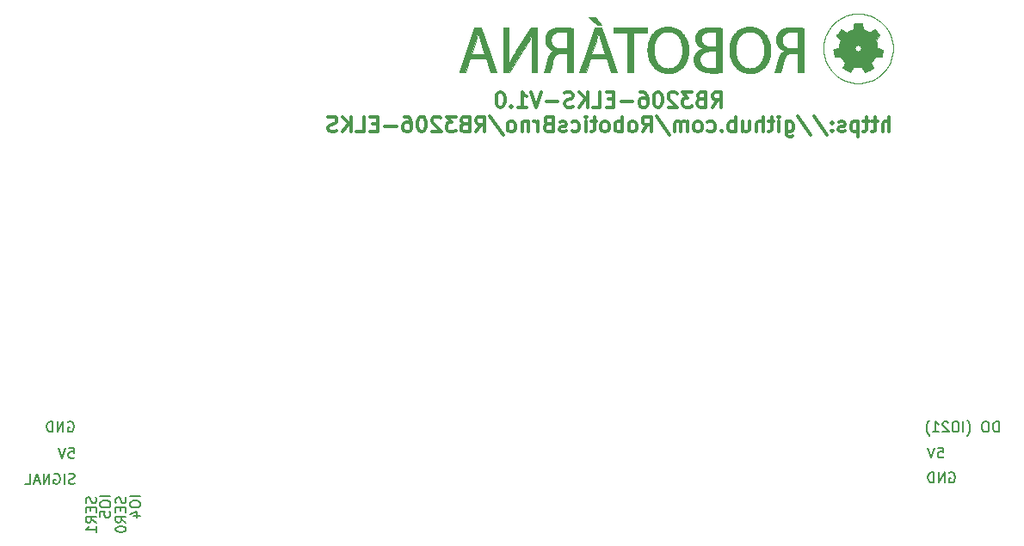
<source format=gbo>
G04 #@! TF.GenerationSoftware,KiCad,Pcbnew,6.0.11-2627ca5db0~126~ubuntu22.04.1*
G04 #@! TF.CreationDate,2023-05-26T00:57:04+02:00*
G04 #@! TF.ProjectId,ELKS,454c4b53-2e6b-4696-9361-645f70636258,rev?*
G04 #@! TF.SameCoordinates,Original*
G04 #@! TF.FileFunction,Legend,Bot*
G04 #@! TF.FilePolarity,Positive*
%FSLAX46Y46*%
G04 Gerber Fmt 4.6, Leading zero omitted, Abs format (unit mm)*
G04 Created by KiCad (PCBNEW 6.0.11-2627ca5db0~126~ubuntu22.04.1) date 2023-05-26 00:57:04*
%MOMM*%
%LPD*%
G01*
G04 APERTURE LIST*
%ADD10C,0.043949*%
%ADD11C,0.040000*%
%ADD12C,0.087899*%
%ADD13C,0.150000*%
%ADD14C,0.300000*%
G04 APERTURE END LIST*
D10*
X186818906Y-77913823D02*
X186818906Y-77913823D01*
X187288029Y-78476072D02*
X187309648Y-78514439D01*
X184713150Y-81594825D02*
X184692850Y-81619537D01*
X186056244Y-82033646D02*
X186003841Y-82055383D01*
X183983806Y-78203162D02*
X184011624Y-78217925D01*
X186766519Y-80748294D02*
X186741838Y-80787160D01*
D11*
G36*
X179253779Y-82136013D02*
G01*
X179253779Y-80224745D01*
X178717054Y-80224745D01*
X178623282Y-80230923D01*
X178535712Y-80242259D01*
X178494179Y-80249940D01*
X178454107Y-80259003D01*
X178415466Y-80269481D01*
X178378225Y-80281404D01*
X178342356Y-80294804D01*
X178307828Y-80309711D01*
X178274611Y-80326157D01*
X178242676Y-80344174D01*
X178211991Y-80363791D01*
X178182528Y-80385041D01*
X178154257Y-80407955D01*
X178127146Y-80432563D01*
X178101167Y-80458897D01*
X178076290Y-80486988D01*
X178052484Y-80516867D01*
X178029719Y-80548565D01*
X178007966Y-80582114D01*
X177987194Y-80617545D01*
X177967374Y-80654888D01*
X177948476Y-80694176D01*
X177930470Y-80735438D01*
X177913325Y-80778707D01*
X177881501Y-80871388D01*
X177852764Y-80972469D01*
X177826874Y-81082197D01*
X177783626Y-81279967D01*
X177742295Y-81460401D01*
X177702959Y-81622733D01*
X177665693Y-81766196D01*
X177630575Y-81890022D01*
X177597682Y-81993445D01*
X177567090Y-82075698D01*
X177538875Y-82136013D01*
X176949786Y-82136013D01*
X176967128Y-82101128D01*
X176984814Y-82060357D01*
X177002885Y-82013794D01*
X177021377Y-81961536D01*
X177059780Y-81840318D01*
X177100331Y-81697469D01*
X177143337Y-81533756D01*
X177189104Y-81349947D01*
X177290149Y-80925107D01*
X177310944Y-80840898D01*
X177334088Y-80760141D01*
X177359628Y-80682913D01*
X177387614Y-80609290D01*
X177418093Y-80539348D01*
X177451113Y-80473165D01*
X177486721Y-80410817D01*
X177524966Y-80352381D01*
X177565896Y-80297934D01*
X177609558Y-80247552D01*
X177656001Y-80201312D01*
X177705273Y-80159291D01*
X177757420Y-80121565D01*
X177812492Y-80088211D01*
X177870537Y-80059307D01*
X177931601Y-80034927D01*
X177931601Y-80015291D01*
X177846833Y-79983161D01*
X177764616Y-79945720D01*
X177685352Y-79903025D01*
X177609443Y-79855132D01*
X177537293Y-79802101D01*
X177502753Y-79773676D01*
X177469304Y-79743988D01*
X177436996Y-79713044D01*
X177405879Y-79680850D01*
X177376004Y-79647416D01*
X177347421Y-79612747D01*
X177320180Y-79576850D01*
X177294332Y-79539734D01*
X177269927Y-79501404D01*
X177247015Y-79461869D01*
X177225647Y-79421136D01*
X177205873Y-79379211D01*
X177187743Y-79336102D01*
X177171308Y-79291816D01*
X177156618Y-79246360D01*
X177143723Y-79199742D01*
X177132674Y-79151968D01*
X177123521Y-79103046D01*
X177116314Y-79052983D01*
X177111104Y-79001787D01*
X177108272Y-78954930D01*
X177676329Y-78954930D01*
X177677455Y-79001676D01*
X177680814Y-79047395D01*
X177686376Y-79092058D01*
X177694111Y-79135633D01*
X177703989Y-79178091D01*
X177715980Y-79219402D01*
X177730054Y-79259536D01*
X177746181Y-79298463D01*
X177764331Y-79336154D01*
X177784474Y-79372577D01*
X177806580Y-79407704D01*
X177830620Y-79441504D01*
X177856563Y-79473947D01*
X177884378Y-79505004D01*
X177914038Y-79534644D01*
X177945510Y-79562837D01*
X177978766Y-79589554D01*
X178013776Y-79614765D01*
X178050508Y-79638439D01*
X178088935Y-79660546D01*
X178129025Y-79681057D01*
X178170748Y-79699942D01*
X178214075Y-79717170D01*
X178258976Y-79732712D01*
X178305420Y-79746538D01*
X178353378Y-79758617D01*
X178402820Y-79768921D01*
X178453715Y-79777418D01*
X178506035Y-79784079D01*
X178559748Y-79788874D01*
X178614825Y-79791773D01*
X178671236Y-79792746D01*
X179253779Y-79792746D01*
X179253779Y-78182569D01*
X179234298Y-78177739D01*
X179212679Y-78173083D01*
X179163064Y-78164364D01*
X179105012Y-78156566D01*
X179038598Y-78149841D01*
X178963901Y-78144344D01*
X178880996Y-78140227D01*
X178789961Y-78137645D01*
X178690872Y-78136750D01*
X178580242Y-78139682D01*
X178474387Y-78148550D01*
X178373632Y-78163458D01*
X178278305Y-78184511D01*
X178188730Y-78211817D01*
X178146202Y-78227846D01*
X178105234Y-78245479D01*
X178065868Y-78264726D01*
X178028143Y-78285603D01*
X177992101Y-78308121D01*
X177957783Y-78332295D01*
X177925228Y-78358137D01*
X177894479Y-78385661D01*
X177865576Y-78414879D01*
X177838559Y-78445805D01*
X177813469Y-78478452D01*
X177790347Y-78512833D01*
X177769233Y-78548962D01*
X177750170Y-78586851D01*
X177733196Y-78626515D01*
X177718353Y-78667965D01*
X177705682Y-78711215D01*
X177695224Y-78756279D01*
X177687018Y-78803169D01*
X177681107Y-78851898D01*
X177677530Y-78902481D01*
X177676329Y-78954930D01*
X177108272Y-78954930D01*
X177107942Y-78949464D01*
X177106876Y-78896021D01*
X177108399Y-78831527D01*
X177112923Y-78768193D01*
X177120381Y-78706106D01*
X177130706Y-78645351D01*
X177143830Y-78586016D01*
X177159687Y-78528185D01*
X177178210Y-78471947D01*
X177199331Y-78417386D01*
X177222983Y-78364589D01*
X177249099Y-78313643D01*
X177277612Y-78264634D01*
X177308455Y-78217648D01*
X177341561Y-78172771D01*
X177376863Y-78130090D01*
X177414293Y-78089690D01*
X177453785Y-78051659D01*
X177505656Y-78007706D01*
X177560710Y-77966658D01*
X177619063Y-77928506D01*
X177680829Y-77893239D01*
X177746124Y-77860849D01*
X177815062Y-77831326D01*
X177887758Y-77804660D01*
X177964328Y-77780842D01*
X178044887Y-77759862D01*
X178129549Y-77741710D01*
X178218431Y-77726377D01*
X178311646Y-77713853D01*
X178409310Y-77704130D01*
X178511537Y-77697196D01*
X178618444Y-77693043D01*
X178730145Y-77691660D01*
X178876177Y-77693450D01*
X179023360Y-77698615D01*
X179169776Y-77706848D01*
X179313507Y-77717842D01*
X179452636Y-77731291D01*
X179585246Y-77746887D01*
X179709417Y-77764325D01*
X179823234Y-77783296D01*
X179823233Y-79792746D01*
X179823233Y-82136013D01*
X179253779Y-82136013D01*
G37*
X179253779Y-82136013D02*
X179253779Y-80224745D01*
X178717054Y-80224745D01*
X178623282Y-80230923D01*
X178535712Y-80242259D01*
X178494179Y-80249940D01*
X178454107Y-80259003D01*
X178415466Y-80269481D01*
X178378225Y-80281404D01*
X178342356Y-80294804D01*
X178307828Y-80309711D01*
X178274611Y-80326157D01*
X178242676Y-80344174D01*
X178211991Y-80363791D01*
X178182528Y-80385041D01*
X178154257Y-80407955D01*
X178127146Y-80432563D01*
X178101167Y-80458897D01*
X178076290Y-80486988D01*
X178052484Y-80516867D01*
X178029719Y-80548565D01*
X178007966Y-80582114D01*
X177987194Y-80617545D01*
X177967374Y-80654888D01*
X177948476Y-80694176D01*
X177930470Y-80735438D01*
X177913325Y-80778707D01*
X177881501Y-80871388D01*
X177852764Y-80972469D01*
X177826874Y-81082197D01*
X177783626Y-81279967D01*
X177742295Y-81460401D01*
X177702959Y-81622733D01*
X177665693Y-81766196D01*
X177630575Y-81890022D01*
X177597682Y-81993445D01*
X177567090Y-82075698D01*
X177538875Y-82136013D01*
X176949786Y-82136013D01*
X176967128Y-82101128D01*
X176984814Y-82060357D01*
X177002885Y-82013794D01*
X177021377Y-81961536D01*
X177059780Y-81840318D01*
X177100331Y-81697469D01*
X177143337Y-81533756D01*
X177189104Y-81349947D01*
X177290149Y-80925107D01*
X177310944Y-80840898D01*
X177334088Y-80760141D01*
X177359628Y-80682913D01*
X177387614Y-80609290D01*
X177418093Y-80539348D01*
X177451113Y-80473165D01*
X177486721Y-80410817D01*
X177524966Y-80352381D01*
X177565896Y-80297934D01*
X177609558Y-80247552D01*
X177656001Y-80201312D01*
X177705273Y-80159291D01*
X177757420Y-80121565D01*
X177812492Y-80088211D01*
X177870537Y-80059307D01*
X177931601Y-80034927D01*
X177931601Y-80015291D01*
X177846833Y-79983161D01*
X177764616Y-79945720D01*
X177685352Y-79903025D01*
X177609443Y-79855132D01*
X177537293Y-79802101D01*
X177502753Y-79773676D01*
X177469304Y-79743988D01*
X177436996Y-79713044D01*
X177405879Y-79680850D01*
X177376004Y-79647416D01*
X177347421Y-79612747D01*
X177320180Y-79576850D01*
X177294332Y-79539734D01*
X177269927Y-79501404D01*
X177247015Y-79461869D01*
X177225647Y-79421136D01*
X177205873Y-79379211D01*
X177187743Y-79336102D01*
X177171308Y-79291816D01*
X177156618Y-79246360D01*
X177143723Y-79199742D01*
X177132674Y-79151968D01*
X177123521Y-79103046D01*
X177116314Y-79052983D01*
X177111104Y-79001787D01*
X177108272Y-78954930D01*
X177676329Y-78954930D01*
X177677455Y-79001676D01*
X177680814Y-79047395D01*
X177686376Y-79092058D01*
X177694111Y-79135633D01*
X177703989Y-79178091D01*
X177715980Y-79219402D01*
X177730054Y-79259536D01*
X177746181Y-79298463D01*
X177764331Y-79336154D01*
X177784474Y-79372577D01*
X177806580Y-79407704D01*
X177830620Y-79441504D01*
X177856563Y-79473947D01*
X177884378Y-79505004D01*
X177914038Y-79534644D01*
X177945510Y-79562837D01*
X177978766Y-79589554D01*
X178013776Y-79614765D01*
X178050508Y-79638439D01*
X178088935Y-79660546D01*
X178129025Y-79681057D01*
X178170748Y-79699942D01*
X178214075Y-79717170D01*
X178258976Y-79732712D01*
X178305420Y-79746538D01*
X178353378Y-79758617D01*
X178402820Y-79768921D01*
X178453715Y-79777418D01*
X178506035Y-79784079D01*
X178559748Y-79788874D01*
X178614825Y-79791773D01*
X178671236Y-79792746D01*
X179253779Y-79792746D01*
X179253779Y-78182569D01*
X179234298Y-78177739D01*
X179212679Y-78173083D01*
X179163064Y-78164364D01*
X179105012Y-78156566D01*
X179038598Y-78149841D01*
X178963901Y-78144344D01*
X178880996Y-78140227D01*
X178789961Y-78137645D01*
X178690872Y-78136750D01*
X178580242Y-78139682D01*
X178474387Y-78148550D01*
X178373632Y-78163458D01*
X178278305Y-78184511D01*
X178188730Y-78211817D01*
X178146202Y-78227846D01*
X178105234Y-78245479D01*
X178065868Y-78264726D01*
X178028143Y-78285603D01*
X177992101Y-78308121D01*
X177957783Y-78332295D01*
X177925228Y-78358137D01*
X177894479Y-78385661D01*
X177865576Y-78414879D01*
X177838559Y-78445805D01*
X177813469Y-78478452D01*
X177790347Y-78512833D01*
X177769233Y-78548962D01*
X177750170Y-78586851D01*
X177733196Y-78626515D01*
X177718353Y-78667965D01*
X177705682Y-78711215D01*
X177695224Y-78756279D01*
X177687018Y-78803169D01*
X177681107Y-78851898D01*
X177677530Y-78902481D01*
X177676329Y-78954930D01*
X177108272Y-78954930D01*
X177107942Y-78949464D01*
X177106876Y-78896021D01*
X177108399Y-78831527D01*
X177112923Y-78768193D01*
X177120381Y-78706106D01*
X177130706Y-78645351D01*
X177143830Y-78586016D01*
X177159687Y-78528185D01*
X177178210Y-78471947D01*
X177199331Y-78417386D01*
X177222983Y-78364589D01*
X177249099Y-78313643D01*
X177277612Y-78264634D01*
X177308455Y-78217648D01*
X177341561Y-78172771D01*
X177376863Y-78130090D01*
X177414293Y-78089690D01*
X177453785Y-78051659D01*
X177505656Y-78007706D01*
X177560710Y-77966658D01*
X177619063Y-77928506D01*
X177680829Y-77893239D01*
X177746124Y-77860849D01*
X177815062Y-77831326D01*
X177887758Y-77804660D01*
X177964328Y-77780842D01*
X178044887Y-77759862D01*
X178129549Y-77741710D01*
X178218431Y-77726377D01*
X178311646Y-77713853D01*
X178409310Y-77704130D01*
X178511537Y-77697196D01*
X178618444Y-77693043D01*
X178730145Y-77691660D01*
X178876177Y-77693450D01*
X179023360Y-77698615D01*
X179169776Y-77706848D01*
X179313507Y-77717842D01*
X179452636Y-77731291D01*
X179585246Y-77746887D01*
X179709417Y-77764325D01*
X179823234Y-77783296D01*
X179823233Y-79792746D01*
X179823233Y-82136013D01*
X179253779Y-82136013D01*
D10*
X183464333Y-77956256D02*
X183494454Y-77925914D01*
D12*
X182171211Y-81409011D02*
X182095553Y-81261288D01*
X188605235Y-79952277D02*
X188592005Y-80126264D01*
X182253704Y-77999451D02*
X182342817Y-77860447D01*
D10*
X184283791Y-78069931D02*
X184325762Y-78047842D01*
X185486862Y-81590492D02*
X185443803Y-81597055D01*
X181762175Y-79599671D02*
X181775405Y-79425681D01*
D12*
X184005737Y-82994096D02*
X183850156Y-82932752D01*
D10*
X181775405Y-80126264D02*
X181762175Y-79952277D01*
X183879379Y-81176270D02*
X183880909Y-81164254D01*
D12*
X188540090Y-79085506D02*
X188570218Y-79254221D01*
D10*
X183407490Y-79086358D02*
X183424720Y-79042098D01*
D12*
X186202509Y-76503990D02*
X186361694Y-76557852D01*
D10*
X183675700Y-81583736D02*
X183769523Y-81414827D01*
X186319843Y-78198763D02*
X186347904Y-78185534D01*
X187606256Y-82198527D02*
X187487274Y-82311967D01*
X184589923Y-77937643D02*
X184635851Y-77923154D01*
X186291558Y-78205548D02*
X186298945Y-78205217D01*
X185467418Y-79759839D02*
X185467418Y-79759839D01*
X183306661Y-79497795D02*
X183312805Y-79450004D01*
X185218761Y-80064982D02*
X185203423Y-80067721D01*
X183339025Y-79310505D02*
X183350294Y-79265043D01*
X187045102Y-79474429D02*
X187051198Y-79524678D01*
X183457047Y-78931204D02*
X183450195Y-78920892D01*
X184819195Y-77305823D02*
X184819195Y-77305823D01*
X184745121Y-77868295D02*
X184749989Y-77837957D01*
X187719694Y-82079544D02*
X187606256Y-82198527D01*
X183494454Y-77925914D02*
X183522680Y-77899144D01*
X185396310Y-79561732D02*
X185405555Y-79573497D01*
D12*
X182761160Y-82198527D02*
X182647721Y-82079544D01*
D10*
X186281484Y-81928225D02*
X186167067Y-81983902D01*
X183352027Y-80570940D02*
X183303777Y-80577282D01*
D12*
X188340465Y-81109529D02*
X188271858Y-81261288D01*
D10*
X184242452Y-78093038D02*
X184283791Y-78069931D01*
X184875234Y-79894874D02*
X184868996Y-79881077D01*
X188340465Y-78442405D02*
X188401808Y-78597986D01*
X186716417Y-80825046D02*
X186690181Y-80862009D01*
X184408725Y-82079492D02*
X184401134Y-82082146D01*
X185277222Y-80046833D02*
X185263079Y-80052410D01*
X184889612Y-79598342D02*
X184897714Y-79585707D01*
X185376211Y-79980082D02*
X185365396Y-79990395D01*
X184325762Y-78047842D02*
X184368348Y-78026790D01*
D12*
X186816752Y-82788483D02*
X186669031Y-82864143D01*
D10*
X185414237Y-79933984D02*
X185405555Y-79946196D01*
X185705471Y-83162511D02*
X185534015Y-83184298D01*
X184959994Y-81604767D02*
X184902131Y-81599096D01*
D12*
X184661972Y-83162511D02*
X184493257Y-83132382D01*
D10*
X183680753Y-80917640D02*
X183658979Y-80883382D01*
X183880909Y-81164254D02*
X183880656Y-81154173D01*
X185705471Y-76389441D02*
X185874182Y-76419569D01*
X186669031Y-82864143D02*
X186517273Y-82932752D01*
X188401808Y-78597986D02*
X188455669Y-78757174D01*
X186859339Y-80581920D02*
X186859339Y-80581920D01*
X183407202Y-82705989D02*
X183268198Y-82616875D01*
X185467013Y-79743811D02*
X185467418Y-79759839D01*
X188455669Y-78757174D02*
X188501835Y-78919752D01*
X184032672Y-78225055D02*
X184040302Y-78225358D01*
D12*
X188196200Y-81409011D02*
X188113707Y-81552482D01*
D10*
X183616113Y-77938046D02*
X183653770Y-77963896D01*
X186686378Y-77972082D02*
X186724943Y-77948989D01*
X183522680Y-77899144D02*
X183522680Y-77899144D01*
X188501835Y-78919752D02*
X188540090Y-79085506D01*
X183578457Y-80738940D02*
X183498727Y-80581041D01*
X185401830Y-77297924D02*
X185487195Y-77300447D01*
X187019047Y-79326245D02*
X187029009Y-79375194D01*
X183477072Y-80568116D02*
X183464858Y-80566020D01*
X184969633Y-80009431D02*
X184957867Y-80000185D01*
D12*
X183004453Y-82419649D02*
X182880142Y-82311967D01*
D10*
X188271858Y-81261288D02*
X188196200Y-81409011D01*
X183464858Y-80566020D02*
X183434043Y-80564654D01*
X184846127Y-79727993D02*
X184848108Y-79712406D01*
D11*
G36*
X164382547Y-78208750D02*
G01*
X163040730Y-78208750D01*
X163040730Y-82136013D01*
X162464732Y-82136013D01*
X162464732Y-78208750D01*
X161116371Y-78208750D01*
X161116371Y-77724388D01*
X164382547Y-77724388D01*
X164382547Y-78208750D01*
G37*
X164382547Y-78208750D02*
X163040730Y-78208750D01*
X163040730Y-82136013D01*
X162464732Y-82136013D01*
X162464732Y-78208750D01*
X161116371Y-78208750D01*
X161116371Y-77724388D01*
X164382547Y-77724388D01*
X164382547Y-78208750D01*
D10*
X183268198Y-76935066D02*
X183407202Y-76845954D01*
X184738320Y-77888750D02*
X184741987Y-77879862D01*
X184005737Y-82994096D02*
X183850156Y-82932752D01*
X187610000Y-79898854D02*
X187610000Y-79898854D01*
D12*
X185360028Y-83197528D02*
X185183727Y-83201986D01*
D10*
X183550673Y-82788483D02*
X183407202Y-82705989D01*
D11*
G36*
X160861097Y-82136013D02*
G01*
X160402919Y-80748380D01*
X158838557Y-80748380D01*
X158367289Y-82136013D01*
X157758558Y-82136013D01*
X158383968Y-80303291D01*
X158949830Y-80303291D01*
X160285099Y-80303291D01*
X159853102Y-79026930D01*
X159819915Y-78926038D01*
X159788875Y-78824840D01*
X159759677Y-78723641D01*
X159732012Y-78622749D01*
X159680058Y-78423113D01*
X159630559Y-78228387D01*
X159617463Y-78228387D01*
X159567862Y-78421375D01*
X159515192Y-78618659D01*
X159486748Y-78719486D01*
X159456386Y-78822078D01*
X159423724Y-78926665D01*
X159388377Y-79033476D01*
X158949830Y-80303291D01*
X158383968Y-80303291D01*
X159264009Y-77724388D01*
X159944737Y-77724388D01*
X160824778Y-80303291D01*
X161450187Y-82136013D01*
X160861097Y-82136013D01*
G37*
X160861097Y-82136013D02*
X160402919Y-80748380D01*
X158838557Y-80748380D01*
X158367289Y-82136013D01*
X157758558Y-82136013D01*
X158383968Y-80303291D01*
X158949830Y-80303291D01*
X160285099Y-80303291D01*
X159853102Y-79026930D01*
X159819915Y-78926038D01*
X159788875Y-78824840D01*
X159759677Y-78723641D01*
X159732012Y-78622749D01*
X159680058Y-78423113D01*
X159630559Y-78228387D01*
X159617463Y-78228387D01*
X159567862Y-78421375D01*
X159515192Y-78618659D01*
X159486748Y-78719486D01*
X159456386Y-78822078D01*
X159423724Y-78926665D01*
X159388377Y-79033476D01*
X158949830Y-80303291D01*
X158383968Y-80303291D01*
X159264009Y-77724388D01*
X159944737Y-77724388D01*
X160824778Y-80303291D01*
X161450187Y-82136013D01*
X160861097Y-82136013D01*
D10*
X183295591Y-79697433D02*
X183296293Y-79646100D01*
D12*
X188455669Y-80794763D02*
X188401808Y-80953949D01*
D10*
X184734069Y-77894749D02*
X184738320Y-77888750D01*
X183643541Y-81667829D02*
X183643541Y-81667829D01*
X185203423Y-79451999D02*
X185218761Y-79454737D01*
X184803094Y-77312319D02*
X184810712Y-77307482D01*
X184083744Y-78195321D02*
X184122391Y-78168305D01*
X187603657Y-79983015D02*
X187595323Y-80075824D01*
X181775405Y-79425681D02*
X181797191Y-79254221D01*
X188401808Y-80953949D02*
X188340465Y-81109529D01*
D12*
X182095553Y-81261288D02*
X182026945Y-81109529D01*
D10*
X183402624Y-78868124D02*
X183369326Y-78836305D01*
X185400430Y-81602639D02*
X185356755Y-81607233D01*
X186405032Y-81162408D02*
X186405032Y-81162408D01*
X185807150Y-77950806D02*
X185850087Y-77966609D01*
D12*
X186517273Y-82932752D02*
X186361694Y-82994096D01*
X183268198Y-82616875D02*
X183133877Y-82521356D01*
D10*
X185183727Y-76349966D02*
X185183727Y-76349966D01*
X184267974Y-82030595D02*
X184219038Y-82007338D01*
D12*
X187233542Y-77030583D02*
X187362965Y-77132290D01*
D10*
X186884926Y-77974116D02*
X186918745Y-78007265D01*
D12*
X187099223Y-76935066D02*
X187233542Y-77030583D01*
D10*
X184780275Y-77359268D02*
X184784931Y-77343809D01*
X187362965Y-82419649D02*
X187233543Y-82521356D01*
X185386523Y-79969264D02*
X185376211Y-79980082D01*
D12*
X186039934Y-83094126D02*
X185874183Y-83132382D01*
D10*
X185376211Y-79539618D02*
X185386523Y-79550433D01*
X184906398Y-79946196D02*
X184897714Y-79933984D01*
D12*
X183550673Y-76763461D02*
X183698396Y-76687802D01*
D11*
G36*
X156541108Y-82136013D02*
G01*
X156541108Y-80224745D01*
X156004384Y-80224745D01*
X155910611Y-80230923D01*
X155823043Y-80242259D01*
X155781510Y-80249940D01*
X155741438Y-80259003D01*
X155702796Y-80269481D01*
X155665556Y-80281404D01*
X155629688Y-80294804D01*
X155595160Y-80309711D01*
X155561943Y-80326157D01*
X155530007Y-80344174D01*
X155499323Y-80363791D01*
X155469860Y-80385041D01*
X155441588Y-80407955D01*
X155414478Y-80432563D01*
X155388499Y-80458897D01*
X155363621Y-80486988D01*
X155339815Y-80516867D01*
X155317051Y-80548565D01*
X155295297Y-80582114D01*
X155274526Y-80617545D01*
X155254706Y-80654888D01*
X155235808Y-80694176D01*
X155217801Y-80735438D01*
X155200656Y-80778707D01*
X155168831Y-80871388D01*
X155140094Y-80972469D01*
X155114204Y-81082197D01*
X155070955Y-81279967D01*
X155029624Y-81460401D01*
X154990288Y-81622733D01*
X154953022Y-81766196D01*
X154917905Y-81890022D01*
X154885012Y-81993445D01*
X154854420Y-82075698D01*
X154826207Y-82136013D01*
X154237114Y-82136013D01*
X154254455Y-82101128D01*
X154272142Y-82060357D01*
X154290212Y-82013794D01*
X154308704Y-81961536D01*
X154347108Y-81840318D01*
X154387659Y-81697469D01*
X154430665Y-81533756D01*
X154476432Y-81349947D01*
X154577476Y-80925107D01*
X154598271Y-80840898D01*
X154621415Y-80760141D01*
X154646956Y-80682913D01*
X154674942Y-80609290D01*
X154705421Y-80539348D01*
X154738441Y-80473165D01*
X154774050Y-80410817D01*
X154812295Y-80352381D01*
X154853225Y-80297934D01*
X154896888Y-80247552D01*
X154943331Y-80201312D01*
X154992602Y-80159291D01*
X155044750Y-80121565D01*
X155099822Y-80088211D01*
X155157867Y-80059307D01*
X155218931Y-80034927D01*
X155218931Y-80015291D01*
X155134164Y-79983161D01*
X155051946Y-79945720D01*
X154972682Y-79903025D01*
X154896773Y-79855132D01*
X154824623Y-79802101D01*
X154790083Y-79773676D01*
X154756634Y-79743988D01*
X154724326Y-79713044D01*
X154693209Y-79680850D01*
X154663333Y-79647416D01*
X154634750Y-79612747D01*
X154607509Y-79576850D01*
X154581661Y-79539734D01*
X154557255Y-79501404D01*
X154534343Y-79461869D01*
X154512975Y-79421136D01*
X154493201Y-79379211D01*
X154475071Y-79336102D01*
X154458635Y-79291816D01*
X154443945Y-79246360D01*
X154431050Y-79199742D01*
X154420001Y-79151968D01*
X154410848Y-79103046D01*
X154403641Y-79052983D01*
X154398431Y-79001787D01*
X154395598Y-78954930D01*
X154963658Y-78954930D01*
X154964784Y-79001676D01*
X154968143Y-79047395D01*
X154973706Y-79092058D01*
X154981440Y-79135633D01*
X154991318Y-79178091D01*
X155003309Y-79219402D01*
X155017383Y-79259536D01*
X155033510Y-79298463D01*
X155051660Y-79336154D01*
X155071803Y-79372577D01*
X155093909Y-79407704D01*
X155117948Y-79441504D01*
X155143891Y-79473947D01*
X155171707Y-79505004D01*
X155201366Y-79534644D01*
X155232838Y-79562837D01*
X155266094Y-79589554D01*
X155301103Y-79614765D01*
X155337836Y-79638439D01*
X155376262Y-79660546D01*
X155416352Y-79681057D01*
X155458076Y-79699942D01*
X155501403Y-79717170D01*
X155546303Y-79732712D01*
X155592748Y-79746538D01*
X155640706Y-79758617D01*
X155690147Y-79768921D01*
X155741043Y-79777418D01*
X155793363Y-79784079D01*
X155847076Y-79788874D01*
X155902153Y-79791773D01*
X155958564Y-79792746D01*
X156541108Y-79792746D01*
X156541108Y-78182569D01*
X156521628Y-78177739D01*
X156500009Y-78173083D01*
X156450394Y-78164364D01*
X156392342Y-78156566D01*
X156325928Y-78149841D01*
X156251231Y-78144344D01*
X156168326Y-78140227D01*
X156077291Y-78137645D01*
X155978203Y-78136750D01*
X155867572Y-78139682D01*
X155761717Y-78148550D01*
X155660962Y-78163458D01*
X155565634Y-78184511D01*
X155476060Y-78211817D01*
X155433531Y-78227846D01*
X155392563Y-78245479D01*
X155353197Y-78264726D01*
X155315472Y-78285603D01*
X155279430Y-78308121D01*
X155245112Y-78332295D01*
X155212558Y-78358137D01*
X155181808Y-78385661D01*
X155152905Y-78414879D01*
X155125888Y-78445805D01*
X155100798Y-78478452D01*
X155077676Y-78512833D01*
X155056562Y-78548962D01*
X155037499Y-78586851D01*
X155020525Y-78626515D01*
X155005682Y-78667965D01*
X154993011Y-78711215D01*
X154982553Y-78756279D01*
X154974347Y-78803169D01*
X154968436Y-78851898D01*
X154964859Y-78902481D01*
X154963658Y-78954930D01*
X154395598Y-78954930D01*
X154395268Y-78949464D01*
X154394203Y-78896021D01*
X154395726Y-78831527D01*
X154400250Y-78768193D01*
X154407708Y-78706106D01*
X154418033Y-78645351D01*
X154431157Y-78586016D01*
X154447015Y-78528185D01*
X154465537Y-78471947D01*
X154486659Y-78417386D01*
X154510311Y-78364589D01*
X154536427Y-78313643D01*
X154564941Y-78264634D01*
X154595784Y-78217648D01*
X154628891Y-78172771D01*
X154664192Y-78130090D01*
X154701623Y-78089690D01*
X154741115Y-78051659D01*
X154792986Y-78007706D01*
X154848040Y-77966658D01*
X154906393Y-77928506D01*
X154968159Y-77893239D01*
X155033453Y-77860849D01*
X155102391Y-77831326D01*
X155175088Y-77804660D01*
X155251658Y-77780842D01*
X155332216Y-77759862D01*
X155416878Y-77741710D01*
X155505759Y-77726377D01*
X155598974Y-77713853D01*
X155696638Y-77704130D01*
X155798865Y-77697196D01*
X155905772Y-77693043D01*
X156017473Y-77691660D01*
X156163505Y-77693450D01*
X156310688Y-77698615D01*
X156457104Y-77706848D01*
X156600836Y-77717842D01*
X156739965Y-77731291D01*
X156872575Y-77746887D01*
X156996746Y-77764325D01*
X157110563Y-77783296D01*
X157110563Y-82136013D01*
X156541108Y-82136013D01*
G37*
X156541108Y-82136013D02*
X156541108Y-80224745D01*
X156004384Y-80224745D01*
X155910611Y-80230923D01*
X155823043Y-80242259D01*
X155781510Y-80249940D01*
X155741438Y-80259003D01*
X155702796Y-80269481D01*
X155665556Y-80281404D01*
X155629688Y-80294804D01*
X155595160Y-80309711D01*
X155561943Y-80326157D01*
X155530007Y-80344174D01*
X155499323Y-80363791D01*
X155469860Y-80385041D01*
X155441588Y-80407955D01*
X155414478Y-80432563D01*
X155388499Y-80458897D01*
X155363621Y-80486988D01*
X155339815Y-80516867D01*
X155317051Y-80548565D01*
X155295297Y-80582114D01*
X155274526Y-80617545D01*
X155254706Y-80654888D01*
X155235808Y-80694176D01*
X155217801Y-80735438D01*
X155200656Y-80778707D01*
X155168831Y-80871388D01*
X155140094Y-80972469D01*
X155114204Y-81082197D01*
X155070955Y-81279967D01*
X155029624Y-81460401D01*
X154990288Y-81622733D01*
X154953022Y-81766196D01*
X154917905Y-81890022D01*
X154885012Y-81993445D01*
X154854420Y-82075698D01*
X154826207Y-82136013D01*
X154237114Y-82136013D01*
X154254455Y-82101128D01*
X154272142Y-82060357D01*
X154290212Y-82013794D01*
X154308704Y-81961536D01*
X154347108Y-81840318D01*
X154387659Y-81697469D01*
X154430665Y-81533756D01*
X154476432Y-81349947D01*
X154577476Y-80925107D01*
X154598271Y-80840898D01*
X154621415Y-80760141D01*
X154646956Y-80682913D01*
X154674942Y-80609290D01*
X154705421Y-80539348D01*
X154738441Y-80473165D01*
X154774050Y-80410817D01*
X154812295Y-80352381D01*
X154853225Y-80297934D01*
X154896888Y-80247552D01*
X154943331Y-80201312D01*
X154992602Y-80159291D01*
X155044750Y-80121565D01*
X155099822Y-80088211D01*
X155157867Y-80059307D01*
X155218931Y-80034927D01*
X155218931Y-80015291D01*
X155134164Y-79983161D01*
X155051946Y-79945720D01*
X154972682Y-79903025D01*
X154896773Y-79855132D01*
X154824623Y-79802101D01*
X154790083Y-79773676D01*
X154756634Y-79743988D01*
X154724326Y-79713044D01*
X154693209Y-79680850D01*
X154663333Y-79647416D01*
X154634750Y-79612747D01*
X154607509Y-79576850D01*
X154581661Y-79539734D01*
X154557255Y-79501404D01*
X154534343Y-79461869D01*
X154512975Y-79421136D01*
X154493201Y-79379211D01*
X154475071Y-79336102D01*
X154458635Y-79291816D01*
X154443945Y-79246360D01*
X154431050Y-79199742D01*
X154420001Y-79151968D01*
X154410848Y-79103046D01*
X154403641Y-79052983D01*
X154398431Y-79001787D01*
X154395598Y-78954930D01*
X154963658Y-78954930D01*
X154964784Y-79001676D01*
X154968143Y-79047395D01*
X154973706Y-79092058D01*
X154981440Y-79135633D01*
X154991318Y-79178091D01*
X155003309Y-79219402D01*
X155017383Y-79259536D01*
X155033510Y-79298463D01*
X155051660Y-79336154D01*
X155071803Y-79372577D01*
X155093909Y-79407704D01*
X155117948Y-79441504D01*
X155143891Y-79473947D01*
X155171707Y-79505004D01*
X155201366Y-79534644D01*
X155232838Y-79562837D01*
X155266094Y-79589554D01*
X155301103Y-79614765D01*
X155337836Y-79638439D01*
X155376262Y-79660546D01*
X155416352Y-79681057D01*
X155458076Y-79699942D01*
X155501403Y-79717170D01*
X155546303Y-79732712D01*
X155592748Y-79746538D01*
X155640706Y-79758617D01*
X155690147Y-79768921D01*
X155741043Y-79777418D01*
X155793363Y-79784079D01*
X155847076Y-79788874D01*
X155902153Y-79791773D01*
X155958564Y-79792746D01*
X156541108Y-79792746D01*
X156541108Y-78182569D01*
X156521628Y-78177739D01*
X156500009Y-78173083D01*
X156450394Y-78164364D01*
X156392342Y-78156566D01*
X156325928Y-78149841D01*
X156251231Y-78144344D01*
X156168326Y-78140227D01*
X156077291Y-78137645D01*
X155978203Y-78136750D01*
X155867572Y-78139682D01*
X155761717Y-78148550D01*
X155660962Y-78163458D01*
X155565634Y-78184511D01*
X155476060Y-78211817D01*
X155433531Y-78227846D01*
X155392563Y-78245479D01*
X155353197Y-78264726D01*
X155315472Y-78285603D01*
X155279430Y-78308121D01*
X155245112Y-78332295D01*
X155212558Y-78358137D01*
X155181808Y-78385661D01*
X155152905Y-78414879D01*
X155125888Y-78445805D01*
X155100798Y-78478452D01*
X155077676Y-78512833D01*
X155056562Y-78548962D01*
X155037499Y-78586851D01*
X155020525Y-78626515D01*
X155005682Y-78667965D01*
X154993011Y-78711215D01*
X154982553Y-78756279D01*
X154974347Y-78803169D01*
X154968436Y-78851898D01*
X154964859Y-78902481D01*
X154963658Y-78954930D01*
X154395598Y-78954930D01*
X154395268Y-78949464D01*
X154394203Y-78896021D01*
X154395726Y-78831527D01*
X154400250Y-78768193D01*
X154407708Y-78706106D01*
X154418033Y-78645351D01*
X154431157Y-78586016D01*
X154447015Y-78528185D01*
X154465537Y-78471947D01*
X154486659Y-78417386D01*
X154510311Y-78364589D01*
X154536427Y-78313643D01*
X154564941Y-78264634D01*
X154595784Y-78217648D01*
X154628891Y-78172771D01*
X154664192Y-78130090D01*
X154701623Y-78089690D01*
X154741115Y-78051659D01*
X154792986Y-78007706D01*
X154848040Y-77966658D01*
X154906393Y-77928506D01*
X154968159Y-77893239D01*
X155033453Y-77860849D01*
X155102391Y-77831326D01*
X155175088Y-77804660D01*
X155251658Y-77780842D01*
X155332216Y-77759862D01*
X155416878Y-77741710D01*
X155505759Y-77726377D01*
X155598974Y-77713853D01*
X155696638Y-77704130D01*
X155798865Y-77697196D01*
X155905772Y-77693043D01*
X156017473Y-77691660D01*
X156163505Y-77693450D01*
X156310688Y-77698615D01*
X156457104Y-77706848D01*
X156600836Y-77717842D01*
X156739965Y-77731291D01*
X156872575Y-77746887D01*
X156996746Y-77764325D01*
X157110563Y-77783296D01*
X157110563Y-82136013D01*
X156541108Y-82136013D01*
D10*
X182869142Y-79829074D02*
X182915871Y-79814152D01*
X185519887Y-77302737D02*
X185544365Y-77305823D01*
X185317487Y-79493492D02*
X185330122Y-79501592D01*
X188196200Y-81409011D02*
X188113707Y-81552482D01*
D12*
X183698396Y-82864143D02*
X183550673Y-82788483D01*
D10*
X185457615Y-79837680D02*
X185453419Y-79852460D01*
D12*
X182880142Y-82311967D02*
X182761160Y-82198527D01*
X185705471Y-83162511D02*
X185534015Y-83184298D01*
D10*
X185342332Y-80009431D02*
X185330122Y-80018115D01*
X185465810Y-79791684D02*
X185463830Y-79807272D01*
X184994482Y-80026217D02*
X184981845Y-80018115D01*
X183874277Y-81140433D02*
X183840808Y-81110195D01*
X185443803Y-81597055D02*
X185400430Y-81602639D01*
X182342817Y-77860447D02*
X182438334Y-77726126D01*
D12*
X185874182Y-76419569D02*
X186039933Y-76457824D01*
X182880142Y-77239970D02*
X183004453Y-77132290D01*
D10*
X184122391Y-78168305D02*
X184161735Y-78142242D01*
X187264264Y-78436797D02*
X187288029Y-78476072D01*
X183329007Y-79356436D02*
X183339025Y-79310505D01*
X185763732Y-77936025D02*
X185807150Y-77950806D01*
X183050023Y-78538826D02*
X183043521Y-78528729D01*
X187007832Y-79277764D02*
X187019047Y-79326245D01*
D12*
X188401808Y-80953949D02*
X188340465Y-81109529D01*
D10*
X187120279Y-78234443D02*
X187151759Y-78274984D01*
X186420723Y-78143290D02*
X186463081Y-78116548D01*
D12*
X188340465Y-78442405D02*
X188401808Y-78597986D01*
D10*
X183376508Y-79175220D02*
X183391413Y-79130707D01*
X186952833Y-78042125D02*
X186986991Y-78078477D01*
X183522680Y-77899144D02*
X183527864Y-77896683D01*
X182755360Y-79879440D02*
X182765237Y-79872593D01*
X183244228Y-79721451D02*
X183271672Y-79711941D01*
X184858522Y-79667221D02*
X184863419Y-79652750D01*
X185465810Y-79727993D02*
X185467013Y-79743811D01*
D12*
X188024595Y-77860447D02*
X188113707Y-77999451D01*
X182253704Y-81552482D02*
X182171211Y-81409011D01*
D10*
X185544365Y-77305823D02*
X185630726Y-77897957D01*
X186634965Y-80933391D02*
X186605835Y-80967922D01*
X185442947Y-79638607D02*
X185448523Y-79652750D01*
X184646517Y-81691642D02*
X184621318Y-81735756D01*
X182805844Y-80257489D02*
X182783182Y-80159332D01*
X183641900Y-81664672D02*
X183642137Y-81659103D01*
X187182098Y-78315708D02*
X187211097Y-78356397D01*
X186918745Y-78007265D02*
X186952833Y-78042125D01*
X187485491Y-80631364D02*
X187485491Y-80631364D01*
X182907384Y-80602049D02*
X182907384Y-80602049D01*
X185078150Y-80061504D02*
X185063369Y-80057307D01*
X183133876Y-77030583D02*
X183268198Y-76935066D01*
X184753324Y-77799410D02*
X184756994Y-77704385D01*
X184219038Y-82007338D02*
X184114944Y-81954123D01*
X185063369Y-79462410D02*
X185078150Y-79458214D01*
X185317487Y-80026217D02*
X185304445Y-80033717D01*
X181827320Y-80466434D02*
X181797191Y-80297721D01*
X183043521Y-78528729D02*
X183039432Y-78520013D01*
X181797191Y-80297721D02*
X181775405Y-80126264D01*
X186950797Y-79088882D02*
X186966847Y-79135311D01*
D12*
X187719694Y-82079544D02*
X187606256Y-82198527D01*
D10*
X184844519Y-79759839D02*
X184844924Y-79743811D01*
X182750244Y-79976087D02*
X182745539Y-79935863D01*
X185934455Y-78001223D02*
X185975857Y-78020005D01*
X186818906Y-77913823D02*
X186851579Y-77942896D01*
X186966847Y-79135311D02*
X186981714Y-79182279D01*
D12*
X181827320Y-80466434D02*
X181797191Y-80297721D01*
D10*
X184925434Y-79550433D02*
X184935748Y-79539618D01*
D12*
X185183727Y-76349966D02*
X185183727Y-76349966D01*
X186039933Y-76457824D02*
X186202509Y-76503990D01*
D10*
X182026945Y-81109529D02*
X181965603Y-80953949D01*
X183874277Y-81140433D02*
X183874277Y-81140433D01*
D12*
X185007422Y-76354424D02*
X185183727Y-76349966D01*
X182647721Y-82079544D02*
X182540041Y-81955232D01*
D10*
X183200171Y-80593095D02*
X183096926Y-80608713D01*
X184661972Y-76389441D02*
X184833432Y-76367654D01*
X181911741Y-80794763D02*
X181865575Y-80632186D01*
X186786383Y-77917693D02*
X186797599Y-77913799D01*
X185291017Y-79479118D02*
X185304445Y-79485994D01*
X185179231Y-81615485D02*
X185179231Y-81615485D01*
X186724943Y-77948989D02*
X186758678Y-77930481D01*
D12*
X188570218Y-79254221D02*
X188592005Y-79425681D01*
D10*
X186633465Y-81728716D02*
X186593117Y-81754745D01*
X184499631Y-77970012D02*
X184544511Y-77953268D01*
X181762175Y-79952277D02*
X181757717Y-79775976D01*
X182911222Y-80607921D02*
X182907384Y-80602049D01*
D12*
X184493257Y-83132382D02*
X184327503Y-83094126D01*
D10*
X183486911Y-80571264D02*
X183477072Y-80568116D01*
X187233542Y-77030583D02*
X187362965Y-77132290D01*
X187610000Y-79898854D02*
X187603657Y-79983015D01*
X184114944Y-81954123D02*
X184007005Y-81894890D01*
X187487274Y-82311967D02*
X187362965Y-82419649D01*
D12*
X186669030Y-76687802D02*
X186816751Y-76763461D01*
D10*
X182742573Y-79898854D02*
X182743823Y-79892592D01*
X185954331Y-82074543D02*
X185908379Y-82090763D01*
X188609693Y-79775976D02*
X188605235Y-79952277D01*
X184045813Y-78223272D02*
X184045813Y-78223272D01*
X184401134Y-82082146D02*
X184394334Y-82081703D01*
X184749989Y-77837957D02*
X184753324Y-77799410D01*
X183780503Y-81048262D02*
X183753262Y-81016502D01*
X185850087Y-77966609D02*
X185892526Y-77983420D01*
X185007526Y-79485994D02*
X185020956Y-79479118D01*
X186790534Y-80708394D02*
X186766519Y-80748294D01*
X188592005Y-79425681D02*
X188605235Y-79599671D01*
X185155991Y-80071310D02*
X185139963Y-80070905D01*
X184313947Y-82051033D02*
X184267974Y-82030595D01*
D12*
X183133877Y-82521356D02*
X183004453Y-82419649D01*
D10*
X186249737Y-78177667D02*
X186286411Y-78203759D01*
X184772758Y-77396373D02*
X184780275Y-77359268D01*
X183583039Y-77917366D02*
X183616113Y-77938046D01*
X183753262Y-81016502D02*
X183727691Y-80984166D01*
D12*
X183407202Y-76845954D02*
X183550673Y-76763461D01*
D10*
X183430072Y-78896601D02*
X183402624Y-78868124D01*
X185218761Y-79454737D02*
X185233829Y-79458214D01*
X182907384Y-80602049D02*
X182882970Y-80530974D01*
X184682278Y-77909817D02*
X184729186Y-77897649D01*
X184858522Y-79852460D02*
X184854325Y-79837680D01*
X183535187Y-77896634D02*
X183544508Y-77898838D01*
X182792188Y-79858466D02*
X182827369Y-79843903D01*
X183462557Y-78953540D02*
X183463413Y-78947634D01*
D12*
X181757717Y-79775976D02*
X181757717Y-79775976D01*
D10*
X183694877Y-77993634D02*
X183782895Y-78059659D01*
X187487274Y-77239970D02*
X187606255Y-77353409D01*
X182761160Y-77353409D02*
X182880142Y-77239970D01*
X185172019Y-80070905D02*
X185155991Y-80071310D01*
X182540040Y-77596702D02*
X182647721Y-77472391D01*
X185048897Y-79467306D02*
X185063369Y-79462410D01*
X184201761Y-78117147D02*
X184242452Y-78093038D01*
X185360028Y-83197528D02*
X185183727Y-83201986D01*
X184925434Y-79969264D02*
X184915645Y-79957963D01*
X184854325Y-79837680D02*
X184850847Y-79822610D01*
D12*
X187719693Y-77472391D02*
X187827373Y-77596702D01*
X188501835Y-80632186D02*
X188455669Y-80794763D01*
X188540090Y-80466434D02*
X188501835Y-80632186D01*
X188592005Y-80126264D02*
X188570218Y-80297721D01*
D10*
X183555685Y-77903135D02*
X183583039Y-77917366D01*
X182938729Y-80618427D02*
X182927079Y-80616028D01*
D12*
X186960221Y-76845954D02*
X187099223Y-76935066D01*
D10*
X183166767Y-78656626D02*
X183129376Y-78622481D01*
X183301848Y-79546357D02*
X183306661Y-79497795D01*
X184455299Y-77987858D02*
X184499631Y-77970012D01*
X185453419Y-79667221D02*
X185457615Y-79682000D01*
X184491709Y-81971357D02*
X184467985Y-82010005D01*
D12*
X181865575Y-80632186D02*
X181827320Y-80466434D01*
D10*
X184023065Y-78222525D02*
X184032672Y-78225055D01*
D12*
X182171211Y-78142922D02*
X182253704Y-77999451D01*
D10*
X184875234Y-79624812D02*
X184882112Y-79611384D01*
D12*
X188113707Y-77999451D02*
X188196200Y-78142922D01*
D10*
X186096765Y-78082078D02*
X186135920Y-78104630D01*
X185018179Y-81609327D02*
X184959994Y-81604767D01*
X182880142Y-82311967D02*
X182761160Y-82198527D01*
X183129376Y-78622481D02*
X183096471Y-78590904D01*
X181797191Y-79254221D02*
X181827320Y-79085506D01*
X184327503Y-83094126D02*
X184164924Y-83047959D01*
X185630726Y-77897957D02*
X185675505Y-77909586D01*
X187051198Y-79524678D02*
X187055970Y-79575324D01*
X182026945Y-78442405D02*
X182095553Y-78290645D01*
X186463081Y-78116548D02*
X186553697Y-78057505D01*
X185467013Y-79775867D02*
X185465810Y-79791684D01*
D12*
X188196200Y-78142922D02*
X188271858Y-78290645D01*
D10*
X186517273Y-82932752D02*
X186361694Y-82994096D01*
X185429835Y-79908304D02*
X185422337Y-79921347D01*
X185463830Y-79712406D02*
X185465810Y-79727993D01*
D12*
X187487274Y-77239970D02*
X187606255Y-77353409D01*
D10*
X185342332Y-79510274D02*
X185354097Y-79519519D01*
X186477422Y-81099624D02*
X186441971Y-81131225D01*
D12*
X187099223Y-82616875D02*
X186960221Y-82705989D01*
D10*
X185155991Y-79448411D02*
X185155991Y-79448411D01*
X184906398Y-79573497D02*
X184915645Y-79561732D01*
X183818630Y-81323400D02*
X183840070Y-81280290D01*
X183850156Y-82932752D02*
X183698396Y-82864143D01*
D12*
X184833432Y-83184298D02*
X184661972Y-83162511D01*
D10*
X188609693Y-79775976D02*
X188609693Y-79775976D01*
X182438334Y-81825808D02*
X182342817Y-81691486D01*
X187151759Y-78274984D02*
X187182098Y-78315708D01*
X185396310Y-79957963D02*
X185386523Y-79969264D01*
X183037941Y-78512783D02*
X183039233Y-78507143D01*
X183463413Y-78947634D02*
X183461515Y-78940153D01*
X187827373Y-81955232D02*
X187719694Y-82079544D01*
X182540041Y-81955232D02*
X182438334Y-81825808D01*
X188271858Y-78290645D02*
X188340465Y-78442405D01*
X183049127Y-80614814D02*
X183005844Y-80618903D01*
X186814011Y-77911722D02*
X186818906Y-77913823D01*
D12*
X188592005Y-79425681D02*
X188605235Y-79599671D01*
X187487274Y-82311967D02*
X187362965Y-82419649D01*
D10*
X184981845Y-80018115D02*
X184969633Y-80009431D01*
X183271672Y-79711941D02*
X183289339Y-79703878D01*
X183850155Y-76619194D02*
X184005737Y-76557852D01*
X185975857Y-78020005D02*
X186016720Y-78039751D01*
X183197035Y-78274217D02*
X183263354Y-78188409D01*
D12*
X183850156Y-82932752D02*
X183698396Y-82864143D01*
D10*
X183544508Y-77898838D02*
X183555685Y-77903135D01*
X185874183Y-83132382D02*
X185705471Y-83162511D01*
X183399799Y-78025874D02*
X183432664Y-77989724D01*
X183424720Y-79042098D02*
X183443082Y-78997851D01*
X186741838Y-80787160D02*
X186716417Y-80825046D01*
X185263079Y-80052410D02*
X185248608Y-80057307D01*
X186644183Y-77998623D02*
X186686378Y-77972082D01*
D11*
G36*
X159944737Y-77488752D02*
G01*
X159480012Y-77488752D01*
X158642195Y-76722936D01*
X159336012Y-76722936D01*
X159944737Y-77488752D01*
G37*
X159944737Y-77488752D02*
X159480012Y-77488752D01*
X158642195Y-76722936D01*
X159336012Y-76722936D01*
X159944737Y-77488752D01*
D10*
X187595323Y-80075824D02*
X187584677Y-80174015D01*
X183647727Y-81641351D02*
X183659263Y-81615815D01*
X188540090Y-79085506D02*
X188570218Y-79254221D01*
X185048897Y-80052410D02*
X185034753Y-80046833D01*
D12*
X182761160Y-77353409D02*
X182880142Y-77239970D01*
D10*
X183293994Y-79700442D02*
X183295591Y-79697433D01*
X185020956Y-79479118D02*
X185034753Y-79472882D01*
D12*
X186361694Y-76557852D02*
X186517273Y-76619194D01*
D10*
X185356755Y-81607233D02*
X185312787Y-81610826D01*
X183450195Y-78920892D02*
X183430072Y-78896601D01*
D12*
X185183727Y-83201986D02*
X185007422Y-83197528D01*
X182647721Y-77472391D02*
X182761160Y-77353409D01*
D10*
X187929078Y-77726126D02*
X188024595Y-77860447D01*
X186668730Y-81704483D02*
X186633465Y-81728716D01*
X184957867Y-80000185D02*
X184946565Y-79990395D01*
X184007005Y-81894890D02*
X183900557Y-81833141D01*
X187606255Y-77353409D02*
X187719693Y-77472391D01*
X186553697Y-78057505D02*
X186644183Y-77998623D01*
X184915645Y-79957963D02*
X184906398Y-79946196D01*
X186933582Y-79043011D02*
X186950797Y-79088882D01*
X187309648Y-78514439D02*
X186895730Y-78953013D01*
X187054706Y-78154784D02*
X187087861Y-78194304D01*
X185248608Y-80057307D02*
X185233829Y-80061504D01*
X183800939Y-81772379D02*
X183713487Y-81716108D01*
X183432664Y-77989724D02*
X183464333Y-77956256D01*
X185544365Y-77305823D02*
X185544365Y-77305823D01*
X186212420Y-78152439D02*
X186249737Y-78177667D01*
X185461092Y-79697069D02*
X185463830Y-79712406D01*
X184516722Y-81927699D02*
X184491709Y-81971357D01*
X185224015Y-81614964D02*
X185179231Y-81615485D01*
X185233829Y-79458214D02*
X185248608Y-79462410D01*
X186806858Y-77911762D02*
X186814011Y-77911722D01*
X185155991Y-79448411D02*
X185172019Y-79448816D01*
X183369326Y-78836305D02*
X183331654Y-78801988D01*
X185007526Y-80033717D02*
X184994482Y-80026217D01*
D12*
X184005737Y-76557852D02*
X184164924Y-76503990D01*
D10*
X188605235Y-79952277D02*
X188592005Y-80126264D01*
X183950352Y-78182046D02*
X183983806Y-78203162D01*
D12*
X182342817Y-81691486D02*
X182253704Y-81552482D01*
X187606256Y-82198527D02*
X187487274Y-82311967D01*
D10*
X185534014Y-76367654D02*
X185705471Y-76389441D01*
X185139963Y-79448816D02*
X185155991Y-79448411D01*
X186605835Y-80967922D02*
X186575590Y-81001755D01*
X186202510Y-83047959D02*
X186039934Y-83094126D01*
X183876195Y-81190064D02*
X183879379Y-81176270D01*
X187362965Y-77132290D02*
X187487274Y-77239970D01*
X184767305Y-77440334D02*
X184772758Y-77396373D01*
X186981714Y-79182279D02*
X186995382Y-79229769D01*
X187037700Y-79424595D02*
X187045102Y-79474429D01*
X187055970Y-79575324D02*
X187059401Y-79626351D01*
X185034753Y-80046833D02*
X185020956Y-80040595D01*
X185529598Y-81582962D02*
X185486862Y-81590492D01*
D12*
X184493257Y-76419569D02*
X184661972Y-76389441D01*
D10*
X185139963Y-80070905D02*
X185124145Y-80069702D01*
X184741987Y-77879862D02*
X184745121Y-77868295D01*
D12*
X185007422Y-83197528D02*
X184833432Y-83184298D01*
D10*
X182095553Y-81261288D02*
X182026945Y-81109529D01*
X183840808Y-81110195D02*
X183809617Y-81079482D01*
X184946565Y-79529306D02*
X184957867Y-79519519D01*
X186286411Y-78203759D02*
X186286411Y-78203759D01*
X183782895Y-78059659D02*
X183871081Y-78125877D01*
X183350294Y-79265043D02*
X183362795Y-79219973D01*
X182743823Y-79892592D02*
X182748153Y-79886113D01*
X186859339Y-80581920D02*
X186836870Y-80625263D01*
X183069528Y-78562737D02*
X183050023Y-78538826D01*
D12*
X181865575Y-78919752D02*
X181911741Y-78757174D01*
D10*
X186813960Y-80667402D02*
X186790534Y-80708394D01*
X183703589Y-80951224D02*
X183680753Y-80917640D01*
X185093219Y-79454737D02*
X185108557Y-79451999D01*
X186499826Y-81810732D02*
X186394176Y-81869530D01*
X187099223Y-82616875D02*
X186960221Y-82705989D01*
X185291017Y-80040595D02*
X185277222Y-80046833D01*
X182968553Y-80620325D02*
X182938729Y-80618427D01*
X184810712Y-77307482D02*
X184819195Y-77305823D01*
X187929079Y-81825808D02*
X187827373Y-81955232D01*
X187211097Y-78356397D02*
X187238552Y-78396832D01*
X186202509Y-76503990D02*
X186361694Y-76557852D01*
X186174476Y-78128089D02*
X186212420Y-78152439D01*
X185312787Y-81610826D02*
X185268537Y-81613407D01*
X182438334Y-77726126D02*
X182540040Y-77596702D01*
X185108557Y-80067721D02*
X185093219Y-80064982D01*
X186663055Y-80898105D02*
X186634965Y-80933391D01*
X184394334Y-82081703D02*
X184356289Y-82068215D01*
X186593117Y-81754745D02*
X186499826Y-81810732D01*
D11*
G36*
X150813850Y-79570201D02*
G01*
X150810987Y-80060598D01*
X150800760Y-80513562D01*
X150792118Y-80731952D01*
X150780715Y-80948118D01*
X150766243Y-81164437D01*
X150748396Y-81383288D01*
X150768034Y-81389833D01*
X150846887Y-81219780D01*
X150931262Y-81048038D01*
X151021159Y-80874150D01*
X151116579Y-80697653D01*
X151217522Y-80518088D01*
X151323987Y-80334995D01*
X151435975Y-80147913D01*
X151553486Y-79956382D01*
X152960756Y-77724388D01*
X153589119Y-77724388D01*
X153589119Y-82136013D01*
X153052391Y-82136013D01*
X153052391Y-80250927D01*
X153053925Y-79735576D01*
X153059754Y-79274838D01*
X153071719Y-78847237D01*
X153091661Y-78431295D01*
X153072023Y-78424750D01*
X152987470Y-78605082D01*
X152896320Y-78787408D01*
X152799340Y-78971268D01*
X152697297Y-79156202D01*
X152590959Y-79341750D01*
X152481093Y-79527451D01*
X152368465Y-79712846D01*
X152253843Y-79897473D01*
X150853123Y-82136013D01*
X150277122Y-82136013D01*
X150277122Y-77724388D01*
X150813850Y-77724388D01*
X150813850Y-79570201D01*
G37*
X150813850Y-79570201D02*
X150810987Y-80060598D01*
X150800760Y-80513562D01*
X150792118Y-80731952D01*
X150780715Y-80948118D01*
X150766243Y-81164437D01*
X150748396Y-81383288D01*
X150768034Y-81389833D01*
X150846887Y-81219780D01*
X150931262Y-81048038D01*
X151021159Y-80874150D01*
X151116579Y-80697653D01*
X151217522Y-80518088D01*
X151323987Y-80334995D01*
X151435975Y-80147913D01*
X151553486Y-79956382D01*
X152960756Y-77724388D01*
X153589119Y-77724388D01*
X153589119Y-82136013D01*
X153052391Y-82136013D01*
X153052391Y-80250927D01*
X153053925Y-79735576D01*
X153059754Y-79274838D01*
X153071719Y-78847237D01*
X153091661Y-78431295D01*
X153072023Y-78424750D01*
X152987470Y-78605082D01*
X152896320Y-78787408D01*
X152799340Y-78971268D01*
X152697297Y-79156202D01*
X152590959Y-79341750D01*
X152481093Y-79527451D01*
X152368465Y-79712846D01*
X152253843Y-79897473D01*
X150853123Y-82136013D01*
X150277122Y-82136013D01*
X150277122Y-77724388D01*
X150813850Y-77724388D01*
X150813850Y-79570201D01*
D10*
X185453419Y-79852460D02*
X185448523Y-79866932D01*
X187087861Y-78194304D02*
X187120279Y-78234443D01*
X181865575Y-80632186D02*
X181827320Y-80466434D01*
D12*
X181762175Y-79599671D02*
X181775405Y-79425681D01*
D10*
X181865575Y-78919752D02*
X181911741Y-78757174D01*
X183461515Y-78940153D02*
X183457047Y-78931204D01*
X188570218Y-80297721D02*
X188540090Y-80466434D01*
X183395940Y-80566512D02*
X183352027Y-80570940D01*
X185304445Y-79485994D02*
X185317487Y-79493492D01*
D12*
X181797191Y-80297721D02*
X181775405Y-80126264D01*
D10*
X182927079Y-80616028D02*
X182917848Y-80612553D01*
D12*
X186361694Y-82994096D02*
X186202510Y-83047959D01*
D10*
X185297584Y-77297595D02*
X185401830Y-77297924D01*
X182647721Y-77472391D02*
X182761160Y-77353409D01*
X185534015Y-83184298D02*
X185360028Y-83197528D01*
X185034753Y-79472882D02*
X185048897Y-79467306D01*
X184417057Y-82073946D02*
X184408725Y-82079492D01*
D12*
X183698396Y-76687802D02*
X183850155Y-76619194D01*
D10*
X188592005Y-80126264D02*
X188570218Y-80297721D01*
X184621318Y-81735756D02*
X184568946Y-81831910D01*
X187062167Y-79729472D02*
X187610000Y-79898854D01*
D12*
X187606255Y-77353409D02*
X187719693Y-77472391D01*
X182342817Y-77860447D02*
X182438334Y-77726126D01*
D10*
X184045813Y-78223272D02*
X184083744Y-78195321D01*
X186167067Y-81983902D02*
X186056244Y-82033646D01*
D12*
X184833432Y-76367654D02*
X185007422Y-76354424D01*
D10*
X182342817Y-81691486D02*
X182253704Y-81552482D01*
X182647721Y-82079544D02*
X182540041Y-81955232D01*
X183443082Y-78997851D02*
X183462557Y-78953540D01*
X184863419Y-79652750D02*
X184868996Y-79638607D01*
X187571396Y-80274322D02*
X187555159Y-80373477D01*
X183133877Y-82521356D02*
X183004453Y-82419649D01*
X182783182Y-80159332D02*
X182764214Y-80064223D01*
X184759325Y-77596610D02*
X184763514Y-77489476D01*
D12*
X183004453Y-77132290D02*
X183133876Y-77030583D01*
D10*
X184568946Y-81831910D02*
X184516722Y-81927699D01*
X184161735Y-78142242D02*
X184201761Y-78117147D01*
X183331654Y-78801988D02*
X183249098Y-78729238D01*
X182748153Y-79886113D02*
X182755360Y-79879440D01*
X184544511Y-77953268D02*
X184589923Y-77937643D01*
X183658979Y-80883382D02*
X183638065Y-80848416D01*
X183298385Y-79595767D02*
X183301848Y-79546357D01*
D11*
G36*
X168484170Y-80086848D02*
G01*
X168477133Y-80208187D01*
X168465506Y-80326855D01*
X168449371Y-80442765D01*
X168428811Y-80555826D01*
X168403909Y-80665952D01*
X168374748Y-80773052D01*
X168341409Y-80877039D01*
X168303977Y-80977823D01*
X168262533Y-81075317D01*
X168217161Y-81169430D01*
X168167943Y-81260075D01*
X168114961Y-81347163D01*
X168058299Y-81430605D01*
X167998038Y-81510312D01*
X167934263Y-81586196D01*
X167867055Y-81658169D01*
X167796497Y-81726140D01*
X167722672Y-81790023D01*
X167645663Y-81849727D01*
X167565552Y-81905165D01*
X167482422Y-81956247D01*
X167396355Y-82002885D01*
X167307435Y-82044991D01*
X167215744Y-82082475D01*
X167121365Y-82115249D01*
X167024380Y-82143224D01*
X166924872Y-82166311D01*
X166822924Y-82184423D01*
X166718619Y-82197469D01*
X166612039Y-82205362D01*
X166503267Y-82208013D01*
X166398338Y-82205638D01*
X166294730Y-82198529D01*
X166192574Y-82186704D01*
X166092003Y-82170185D01*
X165993148Y-82148991D01*
X165896142Y-82123144D01*
X165801115Y-82092664D01*
X165708200Y-82057570D01*
X165617529Y-82017884D01*
X165529233Y-81973625D01*
X165443444Y-81924815D01*
X165360295Y-81871473D01*
X165279916Y-81813619D01*
X165202441Y-81751275D01*
X165128000Y-81684461D01*
X165056725Y-81613196D01*
X164988748Y-81537502D01*
X164924202Y-81457398D01*
X164863218Y-81372906D01*
X164805927Y-81284045D01*
X164752463Y-81190836D01*
X164702955Y-81093299D01*
X164657537Y-80991454D01*
X164616340Y-80885323D01*
X164579496Y-80774925D01*
X164547137Y-80660280D01*
X164519394Y-80541410D01*
X164496400Y-80418334D01*
X164478286Y-80291073D01*
X164465185Y-80159647D01*
X164457227Y-80024076D01*
X164455048Y-79910564D01*
X165056724Y-79910564D01*
X165062678Y-80096181D01*
X165080426Y-80276840D01*
X165109794Y-80451574D01*
X165150610Y-80619415D01*
X165202702Y-80779393D01*
X165265897Y-80930540D01*
X165340022Y-81071889D01*
X165381130Y-81138586D01*
X165424905Y-81202470D01*
X165471327Y-81263420D01*
X165520373Y-81321315D01*
X165572023Y-81376034D01*
X165626254Y-81427457D01*
X165683045Y-81475460D01*
X165742375Y-81519925D01*
X165804221Y-81560730D01*
X165868563Y-81597753D01*
X165935379Y-81630874D01*
X166004646Y-81659971D01*
X166076345Y-81684924D01*
X166150452Y-81705612D01*
X166226947Y-81721913D01*
X166305807Y-81733707D01*
X166387012Y-81740871D01*
X166470540Y-81743287D01*
X166554067Y-81740835D01*
X166635271Y-81733572D01*
X166714132Y-81721633D01*
X166790626Y-81705152D01*
X166864733Y-81684265D01*
X166936431Y-81659108D01*
X167005699Y-81629817D01*
X167072514Y-81596526D01*
X167136856Y-81559371D01*
X167198702Y-81518487D01*
X167258032Y-81474010D01*
X167314823Y-81426076D01*
X167369054Y-81374819D01*
X167420703Y-81320376D01*
X167469750Y-81262881D01*
X167516171Y-81202470D01*
X167559947Y-81139278D01*
X167601054Y-81073442D01*
X167639472Y-81005096D01*
X167675179Y-80934375D01*
X167708154Y-80861416D01*
X167738374Y-80786354D01*
X167765819Y-80709323D01*
X167790466Y-80630460D01*
X167812294Y-80549900D01*
X167831282Y-80467778D01*
X167847408Y-80384230D01*
X167860650Y-80299391D01*
X167870987Y-80213397D01*
X167878398Y-80126383D01*
X167882860Y-80038484D01*
X167884352Y-79949837D01*
X167878828Y-79770619D01*
X167862248Y-79594555D01*
X167834604Y-79422806D01*
X167795886Y-79256532D01*
X167746084Y-79096892D01*
X167685189Y-78945048D01*
X167613191Y-78802159D01*
X167573026Y-78734435D01*
X167530081Y-78669385D01*
X167484355Y-78607155D01*
X167435848Y-78547887D01*
X167384558Y-78491729D01*
X167330483Y-78438825D01*
X167273624Y-78389320D01*
X167213978Y-78343359D01*
X167151544Y-78301086D01*
X167086321Y-78262648D01*
X167018308Y-78228189D01*
X166947504Y-78197854D01*
X166873907Y-78171788D01*
X166797517Y-78150136D01*
X166718331Y-78133043D01*
X166636350Y-78120654D01*
X166551571Y-78113114D01*
X166463994Y-78110569D01*
X166376454Y-78113225D01*
X166291785Y-78121076D01*
X166209980Y-78133949D01*
X166131033Y-78151670D01*
X166054939Y-78174065D01*
X165981692Y-78200960D01*
X165911285Y-78232182D01*
X165843712Y-78267557D01*
X165778968Y-78306911D01*
X165717046Y-78350070D01*
X165657941Y-78396861D01*
X165601646Y-78447109D01*
X165548156Y-78500641D01*
X165497464Y-78557284D01*
X165449564Y-78616862D01*
X165404452Y-78679204D01*
X165362119Y-78744134D01*
X165322562Y-78811479D01*
X165285772Y-78881065D01*
X165251746Y-78952719D01*
X165220476Y-79026266D01*
X165191956Y-79101533D01*
X165166181Y-79178346D01*
X165143145Y-79256532D01*
X165122841Y-79335916D01*
X165105264Y-79416324D01*
X165078266Y-79579521D01*
X165062102Y-79744731D01*
X165056724Y-79910564D01*
X164455048Y-79910564D01*
X164454545Y-79884382D01*
X164456817Y-79762208D01*
X164463588Y-79642433D01*
X164474797Y-79525152D01*
X164490379Y-79410464D01*
X164510271Y-79298466D01*
X164534409Y-79189254D01*
X164562730Y-79082925D01*
X164595170Y-78979578D01*
X164631666Y-78879308D01*
X164672154Y-78782213D01*
X164716571Y-78688389D01*
X164764853Y-78597935D01*
X164816936Y-78510947D01*
X164872758Y-78427522D01*
X164932254Y-78347757D01*
X164995362Y-78271750D01*
X165062017Y-78199597D01*
X165132156Y-78131396D01*
X165205716Y-78067243D01*
X165282632Y-78007235D01*
X165362843Y-77951471D01*
X165446283Y-77900046D01*
X165532889Y-77853058D01*
X165622599Y-77810604D01*
X165715348Y-77772781D01*
X165811073Y-77739686D01*
X165909710Y-77711416D01*
X166011196Y-77688068D01*
X166115467Y-77669740D01*
X166222461Y-77656529D01*
X166332112Y-77648530D01*
X166444359Y-77645843D01*
X166553876Y-77648514D01*
X166661451Y-77656476D01*
X166766984Y-77669649D01*
X166870374Y-77687953D01*
X166971521Y-77711311D01*
X167070323Y-77739643D01*
X167166681Y-77772869D01*
X167260492Y-77810910D01*
X167351658Y-77853689D01*
X167440076Y-77901124D01*
X167525647Y-77953138D01*
X167608270Y-78009651D01*
X167687843Y-78070585D01*
X167764267Y-78135859D01*
X167837441Y-78205395D01*
X167907263Y-78279114D01*
X167973634Y-78356936D01*
X168036452Y-78438783D01*
X168095618Y-78524576D01*
X168151029Y-78614235D01*
X168202587Y-78707681D01*
X168250189Y-78804836D01*
X168293735Y-78905619D01*
X168333125Y-79009953D01*
X168368258Y-79117757D01*
X168399033Y-79228953D01*
X168425350Y-79343462D01*
X168447108Y-79461205D01*
X168464206Y-79582101D01*
X168476543Y-79706074D01*
X168484019Y-79833042D01*
X168486280Y-79949837D01*
X168486534Y-79962928D01*
X168484170Y-80086848D01*
G37*
X168484170Y-80086848D02*
X168477133Y-80208187D01*
X168465506Y-80326855D01*
X168449371Y-80442765D01*
X168428811Y-80555826D01*
X168403909Y-80665952D01*
X168374748Y-80773052D01*
X168341409Y-80877039D01*
X168303977Y-80977823D01*
X168262533Y-81075317D01*
X168217161Y-81169430D01*
X168167943Y-81260075D01*
X168114961Y-81347163D01*
X168058299Y-81430605D01*
X167998038Y-81510312D01*
X167934263Y-81586196D01*
X167867055Y-81658169D01*
X167796497Y-81726140D01*
X167722672Y-81790023D01*
X167645663Y-81849727D01*
X167565552Y-81905165D01*
X167482422Y-81956247D01*
X167396355Y-82002885D01*
X167307435Y-82044991D01*
X167215744Y-82082475D01*
X167121365Y-82115249D01*
X167024380Y-82143224D01*
X166924872Y-82166311D01*
X166822924Y-82184423D01*
X166718619Y-82197469D01*
X166612039Y-82205362D01*
X166503267Y-82208013D01*
X166398338Y-82205638D01*
X166294730Y-82198529D01*
X166192574Y-82186704D01*
X166092003Y-82170185D01*
X165993148Y-82148991D01*
X165896142Y-82123144D01*
X165801115Y-82092664D01*
X165708200Y-82057570D01*
X165617529Y-82017884D01*
X165529233Y-81973625D01*
X165443444Y-81924815D01*
X165360295Y-81871473D01*
X165279916Y-81813619D01*
X165202441Y-81751275D01*
X165128000Y-81684461D01*
X165056725Y-81613196D01*
X164988748Y-81537502D01*
X164924202Y-81457398D01*
X164863218Y-81372906D01*
X164805927Y-81284045D01*
X164752463Y-81190836D01*
X164702955Y-81093299D01*
X164657537Y-80991454D01*
X164616340Y-80885323D01*
X164579496Y-80774925D01*
X164547137Y-80660280D01*
X164519394Y-80541410D01*
X164496400Y-80418334D01*
X164478286Y-80291073D01*
X164465185Y-80159647D01*
X164457227Y-80024076D01*
X164455048Y-79910564D01*
X165056724Y-79910564D01*
X165062678Y-80096181D01*
X165080426Y-80276840D01*
X165109794Y-80451574D01*
X165150610Y-80619415D01*
X165202702Y-80779393D01*
X165265897Y-80930540D01*
X165340022Y-81071889D01*
X165381130Y-81138586D01*
X165424905Y-81202470D01*
X165471327Y-81263420D01*
X165520373Y-81321315D01*
X165572023Y-81376034D01*
X165626254Y-81427457D01*
X165683045Y-81475460D01*
X165742375Y-81519925D01*
X165804221Y-81560730D01*
X165868563Y-81597753D01*
X165935379Y-81630874D01*
X166004646Y-81659971D01*
X166076345Y-81684924D01*
X166150452Y-81705612D01*
X166226947Y-81721913D01*
X166305807Y-81733707D01*
X166387012Y-81740871D01*
X166470540Y-81743287D01*
X166554067Y-81740835D01*
X166635271Y-81733572D01*
X166714132Y-81721633D01*
X166790626Y-81705152D01*
X166864733Y-81684265D01*
X166936431Y-81659108D01*
X167005699Y-81629817D01*
X167072514Y-81596526D01*
X167136856Y-81559371D01*
X167198702Y-81518487D01*
X167258032Y-81474010D01*
X167314823Y-81426076D01*
X167369054Y-81374819D01*
X167420703Y-81320376D01*
X167469750Y-81262881D01*
X167516171Y-81202470D01*
X167559947Y-81139278D01*
X167601054Y-81073442D01*
X167639472Y-81005096D01*
X167675179Y-80934375D01*
X167708154Y-80861416D01*
X167738374Y-80786354D01*
X167765819Y-80709323D01*
X167790466Y-80630460D01*
X167812294Y-80549900D01*
X167831282Y-80467778D01*
X167847408Y-80384230D01*
X167860650Y-80299391D01*
X167870987Y-80213397D01*
X167878398Y-80126383D01*
X167882860Y-80038484D01*
X167884352Y-79949837D01*
X167878828Y-79770619D01*
X167862248Y-79594555D01*
X167834604Y-79422806D01*
X167795886Y-79256532D01*
X167746084Y-79096892D01*
X167685189Y-78945048D01*
X167613191Y-78802159D01*
X167573026Y-78734435D01*
X167530081Y-78669385D01*
X167484355Y-78607155D01*
X167435848Y-78547887D01*
X167384558Y-78491729D01*
X167330483Y-78438825D01*
X167273624Y-78389320D01*
X167213978Y-78343359D01*
X167151544Y-78301086D01*
X167086321Y-78262648D01*
X167018308Y-78228189D01*
X166947504Y-78197854D01*
X166873907Y-78171788D01*
X166797517Y-78150136D01*
X166718331Y-78133043D01*
X166636350Y-78120654D01*
X166551571Y-78113114D01*
X166463994Y-78110569D01*
X166376454Y-78113225D01*
X166291785Y-78121076D01*
X166209980Y-78133949D01*
X166131033Y-78151670D01*
X166054939Y-78174065D01*
X165981692Y-78200960D01*
X165911285Y-78232182D01*
X165843712Y-78267557D01*
X165778968Y-78306911D01*
X165717046Y-78350070D01*
X165657941Y-78396861D01*
X165601646Y-78447109D01*
X165548156Y-78500641D01*
X165497464Y-78557284D01*
X165449564Y-78616862D01*
X165404452Y-78679204D01*
X165362119Y-78744134D01*
X165322562Y-78811479D01*
X165285772Y-78881065D01*
X165251746Y-78952719D01*
X165220476Y-79026266D01*
X165191956Y-79101533D01*
X165166181Y-79178346D01*
X165143145Y-79256532D01*
X165122841Y-79335916D01*
X165105264Y-79416324D01*
X165078266Y-79579521D01*
X165062102Y-79744731D01*
X165056724Y-79910564D01*
X164455048Y-79910564D01*
X164454545Y-79884382D01*
X164456817Y-79762208D01*
X164463588Y-79642433D01*
X164474797Y-79525152D01*
X164490379Y-79410464D01*
X164510271Y-79298466D01*
X164534409Y-79189254D01*
X164562730Y-79082925D01*
X164595170Y-78979578D01*
X164631666Y-78879308D01*
X164672154Y-78782213D01*
X164716571Y-78688389D01*
X164764853Y-78597935D01*
X164816936Y-78510947D01*
X164872758Y-78427522D01*
X164932254Y-78347757D01*
X164995362Y-78271750D01*
X165062017Y-78199597D01*
X165132156Y-78131396D01*
X165205716Y-78067243D01*
X165282632Y-78007235D01*
X165362843Y-77951471D01*
X165446283Y-77900046D01*
X165532889Y-77853058D01*
X165622599Y-77810604D01*
X165715348Y-77772781D01*
X165811073Y-77739686D01*
X165909710Y-77711416D01*
X166011196Y-77688068D01*
X166115467Y-77669740D01*
X166222461Y-77656529D01*
X166332112Y-77648530D01*
X166444359Y-77645843D01*
X166553876Y-77648514D01*
X166661451Y-77656476D01*
X166766984Y-77669649D01*
X166870374Y-77687953D01*
X166971521Y-77711311D01*
X167070323Y-77739643D01*
X167166681Y-77772869D01*
X167260492Y-77810910D01*
X167351658Y-77853689D01*
X167440076Y-77901124D01*
X167525647Y-77953138D01*
X167608270Y-78009651D01*
X167687843Y-78070585D01*
X167764267Y-78135859D01*
X167837441Y-78205395D01*
X167907263Y-78279114D01*
X167973634Y-78356936D01*
X168036452Y-78438783D01*
X168095618Y-78524576D01*
X168151029Y-78614235D01*
X168202587Y-78707681D01*
X168250189Y-78804836D01*
X168293735Y-78905619D01*
X168333125Y-79009953D01*
X168368258Y-79117757D01*
X168399033Y-79228953D01*
X168425350Y-79343462D01*
X168447108Y-79461205D01*
X168464206Y-79582101D01*
X168476543Y-79706074D01*
X168484019Y-79833042D01*
X168486280Y-79949837D01*
X168486534Y-79962928D01*
X168484170Y-80086848D01*
D10*
X185874182Y-76419569D02*
X186039933Y-76457824D01*
X185866648Y-82103678D02*
X185866648Y-82103678D01*
X185908379Y-82090763D02*
X185866648Y-82103678D01*
X186960221Y-76845954D02*
X187099223Y-76935066D01*
X184426076Y-82065713D02*
X184417057Y-82073946D01*
X186286411Y-78203759D02*
X186291558Y-78205548D01*
X186915220Y-78997716D02*
X186933582Y-79043011D01*
D12*
X188271858Y-81261288D02*
X188196200Y-81409011D01*
X187929078Y-77726126D02*
X188024595Y-77860447D01*
D10*
X186986991Y-78078477D02*
X187021016Y-78116102D01*
D12*
X188024595Y-81691486D02*
X187929079Y-81825808D01*
D10*
X184844924Y-79743811D02*
X184846127Y-79727993D01*
X183407202Y-76845954D02*
X183550673Y-76763461D01*
X188196200Y-78142922D02*
X188271858Y-78290645D01*
X185467418Y-79759839D02*
X185467013Y-79775867D01*
X182882970Y-80530974D02*
X182857040Y-80447237D01*
X181965603Y-80953949D02*
X181911741Y-80794763D01*
X183498727Y-80581041D02*
X183494191Y-80575545D01*
X183096926Y-80608713D02*
X183049127Y-80614814D01*
X183769523Y-81414827D02*
X183818630Y-81323400D01*
X188455669Y-80794763D02*
X188401808Y-80953949D01*
D12*
X184164924Y-83047959D02*
X184005737Y-82994096D01*
X188455669Y-78757174D02*
X188501835Y-78919752D01*
D10*
X184819195Y-77305823D02*
X185183774Y-77298802D01*
D12*
X187233543Y-82521356D02*
X187099223Y-82616875D01*
X182026945Y-81109529D02*
X181965603Y-80953949D01*
D10*
X181757717Y-79775976D02*
X181762175Y-79599671D01*
X183462557Y-78953540D02*
X183462557Y-78953540D01*
X185183727Y-76349966D02*
X185360028Y-76354424D01*
X185330122Y-80018115D02*
X185317487Y-80026217D01*
D12*
X187362965Y-82419649D02*
X187233543Y-82521356D01*
X182540041Y-81955232D02*
X182438334Y-81825808D01*
D10*
X187584677Y-80174015D02*
X187571396Y-80274322D01*
X185365396Y-79990395D02*
X185354097Y-80000185D01*
X184411533Y-78006789D02*
X184455299Y-77987858D01*
D12*
X188609693Y-79775976D02*
X188605235Y-79952277D01*
D10*
X185020956Y-80040595D02*
X185007526Y-80033717D01*
X185436712Y-79894874D02*
X185429835Y-79908304D01*
X184730983Y-81579860D02*
X184722401Y-81586022D01*
D11*
G36*
X187603657Y-79983015D02*
G01*
X187595323Y-80075824D01*
X187584677Y-80174015D01*
X187571396Y-80274322D01*
X187555159Y-80373477D01*
X187545831Y-80421602D01*
X187535643Y-80468213D01*
X187524556Y-80512904D01*
X187512528Y-80555265D01*
X187499520Y-80594887D01*
X187485491Y-80631364D01*
X186859339Y-80581920D01*
X186836870Y-80625263D01*
X186813960Y-80667402D01*
X186790534Y-80708394D01*
X186766519Y-80748294D01*
X186741838Y-80787160D01*
X186716417Y-80825046D01*
X186690181Y-80862009D01*
X186663055Y-80898105D01*
X186634965Y-80933391D01*
X186605835Y-80967922D01*
X186575590Y-81001755D01*
X186544157Y-81034945D01*
X186511459Y-81067550D01*
X186477422Y-81099624D01*
X186441971Y-81131225D01*
X186405032Y-81162408D01*
X186668730Y-81704483D01*
X186633465Y-81728716D01*
X186593117Y-81754745D01*
X186499826Y-81810732D01*
X186394176Y-81869530D01*
X186281484Y-81928225D01*
X186167067Y-81983902D01*
X186056244Y-82033646D01*
X186003841Y-82055383D01*
X185954331Y-82074543D01*
X185908379Y-82090763D01*
X185866648Y-82103678D01*
X185529598Y-81582962D01*
X185486862Y-81590492D01*
X185443803Y-81597055D01*
X185400430Y-81602639D01*
X185356755Y-81607233D01*
X185312787Y-81610826D01*
X185268537Y-81613407D01*
X185224015Y-81614964D01*
X185179231Y-81615485D01*
X185129343Y-81614772D01*
X185075144Y-81612691D01*
X185018179Y-81609327D01*
X184959994Y-81604767D01*
X184902131Y-81599096D01*
X184846137Y-81592401D01*
X184793555Y-81584768D01*
X184745931Y-81576282D01*
X184738844Y-81576545D01*
X184730983Y-81579860D01*
X184722401Y-81586022D01*
X184713150Y-81594825D01*
X184692850Y-81619537D01*
X184670500Y-81652356D01*
X184646517Y-81691642D01*
X184621318Y-81735756D01*
X184568946Y-81831910D01*
X184516722Y-81927699D01*
X184491709Y-81971357D01*
X184467985Y-82010005D01*
X184445969Y-82042004D01*
X184426076Y-82065713D01*
X184417057Y-82073946D01*
X184408725Y-82079492D01*
X184401134Y-82082146D01*
X184394334Y-82081703D01*
X184356289Y-82068215D01*
X184313947Y-82051033D01*
X184267974Y-82030594D01*
X184219038Y-82007338D01*
X184114944Y-81954123D01*
X184007005Y-81894890D01*
X183900557Y-81833141D01*
X183800939Y-81772379D01*
X183713487Y-81716108D01*
X183643541Y-81667829D01*
X183641900Y-81664672D01*
X183642137Y-81659103D01*
X183647727Y-81641351D01*
X183659263Y-81615815D01*
X183675700Y-81583736D01*
X183769523Y-81414827D01*
X183818630Y-81323400D01*
X183840070Y-81280290D01*
X183858039Y-81240570D01*
X183871491Y-81205483D01*
X183876196Y-81190064D01*
X183879379Y-81176270D01*
X183880909Y-81164254D01*
X183880656Y-81154173D01*
X183878489Y-81146180D01*
X183874277Y-81140433D01*
X183840808Y-81110195D01*
X183809617Y-81079482D01*
X183780503Y-81048262D01*
X183753262Y-81016502D01*
X183727691Y-80984166D01*
X183703589Y-80951224D01*
X183680753Y-80917640D01*
X183658979Y-80883382D01*
X183638065Y-80848416D01*
X183617808Y-80812710D01*
X183578457Y-80738940D01*
X183498727Y-80581041D01*
X183494191Y-80575545D01*
X183486911Y-80571264D01*
X183477072Y-80568116D01*
X183464858Y-80566020D01*
X183434043Y-80564654D01*
X183395940Y-80566512D01*
X183352027Y-80570940D01*
X183303777Y-80577282D01*
X183200171Y-80593095D01*
X183096926Y-80608713D01*
X183049127Y-80614814D01*
X183005844Y-80618903D01*
X182968553Y-80620325D01*
X182938730Y-80618427D01*
X182927079Y-80616028D01*
X182917848Y-80612553D01*
X182911222Y-80607921D01*
X182907384Y-80602049D01*
X182882970Y-80530974D01*
X182857040Y-80447237D01*
X182830897Y-80354767D01*
X182805844Y-80257489D01*
X182783182Y-80159332D01*
X182764214Y-80064223D01*
X182750244Y-79976088D01*
X182745539Y-79935863D01*
X182742572Y-79898854D01*
X182743823Y-79892592D01*
X182748153Y-79886113D01*
X182755360Y-79879440D01*
X182765237Y-79872593D01*
X182792188Y-79858466D01*
X182827369Y-79843903D01*
X182869142Y-79829074D01*
X182915871Y-79814152D01*
X183017648Y-79784711D01*
X183108176Y-79759839D01*
X184844519Y-79759839D01*
X184844924Y-79775867D01*
X184846127Y-79791684D01*
X184848108Y-79807272D01*
X184850847Y-79822610D01*
X184854325Y-79837680D01*
X184858522Y-79852460D01*
X184863419Y-79866932D01*
X184868996Y-79881077D01*
X184875234Y-79894874D01*
X184882112Y-79908304D01*
X184889612Y-79921347D01*
X184897714Y-79933984D01*
X184906398Y-79946196D01*
X184915645Y-79957963D01*
X184925434Y-79969264D01*
X184935748Y-79980082D01*
X184946565Y-79990395D01*
X184957867Y-80000185D01*
X184969633Y-80009431D01*
X184981845Y-80018115D01*
X184994482Y-80026217D01*
X185007526Y-80033717D01*
X185020956Y-80040595D01*
X185034753Y-80046833D01*
X185048897Y-80052410D01*
X185063369Y-80057307D01*
X185078150Y-80061504D01*
X185093219Y-80064982D01*
X185108557Y-80067721D01*
X185124145Y-80069702D01*
X185139963Y-80070905D01*
X185155991Y-80071310D01*
X185172019Y-80070905D01*
X185187836Y-80069702D01*
X185203423Y-80067721D01*
X185218761Y-80064982D01*
X185233829Y-80061504D01*
X185248608Y-80057307D01*
X185263079Y-80052410D01*
X185277222Y-80046833D01*
X185291017Y-80040595D01*
X185304445Y-80033717D01*
X185317487Y-80026217D01*
X185330122Y-80018115D01*
X185342332Y-80009431D01*
X185354097Y-80000185D01*
X185365396Y-79990395D01*
X185376211Y-79980082D01*
X185386523Y-79969264D01*
X185396310Y-79957963D01*
X185405555Y-79946196D01*
X185414237Y-79933984D01*
X185422337Y-79921347D01*
X185429835Y-79908304D01*
X185436712Y-79894874D01*
X185442947Y-79881077D01*
X185448523Y-79866932D01*
X185453419Y-79852460D01*
X185457615Y-79837680D01*
X185461092Y-79822610D01*
X185463830Y-79807272D01*
X185465810Y-79791684D01*
X185467013Y-79775867D01*
X185467418Y-79759839D01*
X185467013Y-79743811D01*
X185465810Y-79727993D01*
X185463830Y-79712406D01*
X185461092Y-79697069D01*
X185457615Y-79682000D01*
X185453419Y-79667221D01*
X185448523Y-79652750D01*
X185442947Y-79638607D01*
X185436712Y-79624812D01*
X185429835Y-79611384D01*
X185422337Y-79598342D01*
X185414237Y-79585707D01*
X185405555Y-79573497D01*
X185396310Y-79561732D01*
X185386523Y-79550433D01*
X185376211Y-79539618D01*
X185365396Y-79529307D01*
X185354097Y-79519519D01*
X185342332Y-79510274D01*
X185330122Y-79501592D01*
X185317487Y-79493492D01*
X185304445Y-79485994D01*
X185291017Y-79479118D01*
X185277222Y-79472882D01*
X185263079Y-79467306D01*
X185248608Y-79462410D01*
X185233829Y-79458214D01*
X185218761Y-79454737D01*
X185203423Y-79451999D01*
X185187836Y-79450019D01*
X185172019Y-79448816D01*
X185155991Y-79448411D01*
X185139963Y-79448816D01*
X185124145Y-79450019D01*
X185108557Y-79451999D01*
X185093219Y-79454737D01*
X185078150Y-79458214D01*
X185063369Y-79462410D01*
X185048897Y-79467306D01*
X185034753Y-79472882D01*
X185020956Y-79479118D01*
X185007526Y-79485994D01*
X184994482Y-79493492D01*
X184981845Y-79501592D01*
X184969633Y-79510274D01*
X184957867Y-79519519D01*
X184946565Y-79529307D01*
X184935748Y-79539618D01*
X184925434Y-79550433D01*
X184915645Y-79561732D01*
X184906398Y-79573497D01*
X184897714Y-79585707D01*
X184889612Y-79598342D01*
X184882112Y-79611384D01*
X184875234Y-79624812D01*
X184868996Y-79638607D01*
X184863419Y-79652750D01*
X184858522Y-79667221D01*
X184854325Y-79682000D01*
X184850847Y-79697069D01*
X184848108Y-79712406D01*
X184846127Y-79727993D01*
X184844924Y-79743811D01*
X184844519Y-79759839D01*
X183108176Y-79759839D01*
X183208645Y-79732236D01*
X183244228Y-79721451D01*
X183271672Y-79711941D01*
X183289339Y-79703878D01*
X183293994Y-79700442D01*
X183295591Y-79697433D01*
X183296293Y-79646100D01*
X183298385Y-79595767D01*
X183301848Y-79546357D01*
X183306661Y-79497795D01*
X183312805Y-79450005D01*
X183320261Y-79402910D01*
X183329007Y-79356436D01*
X183339025Y-79310505D01*
X183350294Y-79265043D01*
X183362795Y-79219973D01*
X183376508Y-79175220D01*
X183391413Y-79130707D01*
X183407490Y-79086358D01*
X183424720Y-79042098D01*
X183443082Y-78997851D01*
X183462557Y-78953540D01*
X183463413Y-78947634D01*
X183461515Y-78940153D01*
X183457048Y-78931204D01*
X183450195Y-78920892D01*
X183430072Y-78896601D01*
X183402624Y-78868124D01*
X183369326Y-78836305D01*
X183331654Y-78801988D01*
X183249098Y-78729238D01*
X183166767Y-78656626D01*
X183129376Y-78622481D01*
X183096471Y-78590904D01*
X183069528Y-78562737D01*
X183050023Y-78538826D01*
X183043521Y-78528729D01*
X183039432Y-78520013D01*
X183037941Y-78512783D01*
X183039233Y-78507143D01*
X183059207Y-78473466D01*
X183082178Y-78437139D01*
X183107796Y-78398606D01*
X183135711Y-78358312D01*
X183197035Y-78274217D01*
X183263354Y-78188409D01*
X183331874Y-78104443D01*
X183399799Y-78025874D01*
X183432664Y-77989724D01*
X183464333Y-77956256D01*
X183494454Y-77925914D01*
X183522680Y-77899144D01*
X183527863Y-77896683D01*
X183535187Y-77896634D01*
X183544508Y-77898838D01*
X183555685Y-77903135D01*
X183583039Y-77917366D01*
X183616113Y-77938046D01*
X183653770Y-77963896D01*
X183694877Y-77993634D01*
X183782895Y-78059659D01*
X183871081Y-78125877D01*
X183912399Y-78155858D01*
X183950353Y-78182046D01*
X183983806Y-78203162D01*
X184011624Y-78217925D01*
X184023065Y-78222525D01*
X184032672Y-78225055D01*
X184040302Y-78225358D01*
X184045813Y-78223272D01*
X184083744Y-78195321D01*
X184122391Y-78168305D01*
X184161735Y-78142242D01*
X184201761Y-78117147D01*
X184242452Y-78093038D01*
X184283791Y-78069931D01*
X184325762Y-78047842D01*
X184368348Y-78026790D01*
X184411533Y-78006789D01*
X184455299Y-77987858D01*
X184499631Y-77970012D01*
X184544511Y-77953268D01*
X184589923Y-77937643D01*
X184635851Y-77923154D01*
X184682278Y-77909817D01*
X184729186Y-77897649D01*
X184734069Y-77894749D01*
X184738320Y-77888750D01*
X184741987Y-77879862D01*
X184745121Y-77868295D01*
X184749989Y-77837957D01*
X184753324Y-77799410D01*
X184756994Y-77704385D01*
X184759325Y-77596610D01*
X184763514Y-77489476D01*
X184767305Y-77440334D01*
X184772758Y-77396373D01*
X184780275Y-77359268D01*
X184784931Y-77343809D01*
X184790253Y-77330692D01*
X184796291Y-77320126D01*
X184803094Y-77312319D01*
X184810712Y-77307482D01*
X184819195Y-77305823D01*
X185183774Y-77298802D01*
X185297584Y-77297595D01*
X185401830Y-77297924D01*
X185487195Y-77300447D01*
X185519887Y-77302737D01*
X185544365Y-77305823D01*
X185630726Y-77897957D01*
X185675505Y-77909586D01*
X185719845Y-77922280D01*
X185763732Y-77936025D01*
X185807150Y-77950806D01*
X185850087Y-77966609D01*
X185892526Y-77983420D01*
X185934455Y-78001223D01*
X185975857Y-78020005D01*
X186016720Y-78039751D01*
X186057027Y-78060447D01*
X186096766Y-78082078D01*
X186135920Y-78104630D01*
X186174476Y-78128089D01*
X186212420Y-78152439D01*
X186249737Y-78177667D01*
X186286411Y-78203759D01*
X186291558Y-78205548D01*
X186298945Y-78205217D01*
X186308423Y-78202908D01*
X186319843Y-78198763D01*
X186347904Y-78185534D01*
X186381931Y-78166664D01*
X186420723Y-78143290D01*
X186463081Y-78116548D01*
X186553697Y-78057505D01*
X186644183Y-77998623D01*
X186686378Y-77972082D01*
X186724943Y-77948989D01*
X186758678Y-77930481D01*
X186786383Y-77917693D01*
X186797599Y-77913799D01*
X186806858Y-77911762D01*
X186814011Y-77911722D01*
X186818906Y-77913823D01*
X186851579Y-77942896D01*
X186884926Y-77974116D01*
X186918745Y-78007265D01*
X186952833Y-78042125D01*
X186986991Y-78078477D01*
X187021016Y-78116102D01*
X187054706Y-78154784D01*
X187087861Y-78194304D01*
X187120279Y-78234443D01*
X187151759Y-78274984D01*
X187182098Y-78315708D01*
X187211097Y-78356397D01*
X187238552Y-78396832D01*
X187264264Y-78436797D01*
X187288029Y-78476072D01*
X187309648Y-78514439D01*
X186895730Y-78953013D01*
X186915220Y-78997716D01*
X186933582Y-79043011D01*
X186950797Y-79088882D01*
X186966847Y-79135311D01*
X186981714Y-79182279D01*
X186995382Y-79229769D01*
X187007832Y-79277764D01*
X187019047Y-79326245D01*
X187029009Y-79375194D01*
X187037700Y-79424595D01*
X187045102Y-79474429D01*
X187051198Y-79524678D01*
X187055970Y-79575324D01*
X187059401Y-79626351D01*
X187061473Y-79677739D01*
X187062167Y-79729472D01*
X187160382Y-79759839D01*
X187610000Y-79898854D01*
X187603657Y-79983015D01*
G37*
X187603657Y-79983015D02*
X187595323Y-80075824D01*
X187584677Y-80174015D01*
X187571396Y-80274322D01*
X187555159Y-80373477D01*
X187545831Y-80421602D01*
X187535643Y-80468213D01*
X187524556Y-80512904D01*
X187512528Y-80555265D01*
X187499520Y-80594887D01*
X187485491Y-80631364D01*
X186859339Y-80581920D01*
X186836870Y-80625263D01*
X186813960Y-80667402D01*
X186790534Y-80708394D01*
X186766519Y-80748294D01*
X186741838Y-80787160D01*
X186716417Y-80825046D01*
X186690181Y-80862009D01*
X186663055Y-80898105D01*
X186634965Y-80933391D01*
X186605835Y-80967922D01*
X186575590Y-81001755D01*
X186544157Y-81034945D01*
X186511459Y-81067550D01*
X186477422Y-81099624D01*
X186441971Y-81131225D01*
X186405032Y-81162408D01*
X186668730Y-81704483D01*
X186633465Y-81728716D01*
X186593117Y-81754745D01*
X186499826Y-81810732D01*
X186394176Y-81869530D01*
X186281484Y-81928225D01*
X186167067Y-81983902D01*
X186056244Y-82033646D01*
X186003841Y-82055383D01*
X185954331Y-82074543D01*
X185908379Y-82090763D01*
X185866648Y-82103678D01*
X185529598Y-81582962D01*
X185486862Y-81590492D01*
X185443803Y-81597055D01*
X185400430Y-81602639D01*
X185356755Y-81607233D01*
X185312787Y-81610826D01*
X185268537Y-81613407D01*
X185224015Y-81614964D01*
X185179231Y-81615485D01*
X185129343Y-81614772D01*
X185075144Y-81612691D01*
X185018179Y-81609327D01*
X184959994Y-81604767D01*
X184902131Y-81599096D01*
X184846137Y-81592401D01*
X184793555Y-81584768D01*
X184745931Y-81576282D01*
X184738844Y-81576545D01*
X184730983Y-81579860D01*
X184722401Y-81586022D01*
X184713150Y-81594825D01*
X184692850Y-81619537D01*
X184670500Y-81652356D01*
X184646517Y-81691642D01*
X184621318Y-81735756D01*
X184568946Y-81831910D01*
X184516722Y-81927699D01*
X184491709Y-81971357D01*
X184467985Y-82010005D01*
X184445969Y-82042004D01*
X184426076Y-82065713D01*
X184417057Y-82073946D01*
X184408725Y-82079492D01*
X184401134Y-82082146D01*
X184394334Y-82081703D01*
X184356289Y-82068215D01*
X184313947Y-82051033D01*
X184267974Y-82030594D01*
X184219038Y-82007338D01*
X184114944Y-81954123D01*
X184007005Y-81894890D01*
X183900557Y-81833141D01*
X183800939Y-81772379D01*
X183713487Y-81716108D01*
X183643541Y-81667829D01*
X183641900Y-81664672D01*
X183642137Y-81659103D01*
X183647727Y-81641351D01*
X183659263Y-81615815D01*
X183675700Y-81583736D01*
X183769523Y-81414827D01*
X183818630Y-81323400D01*
X183840070Y-81280290D01*
X183858039Y-81240570D01*
X183871491Y-81205483D01*
X183876196Y-81190064D01*
X183879379Y-81176270D01*
X183880909Y-81164254D01*
X183880656Y-81154173D01*
X183878489Y-81146180D01*
X183874277Y-81140433D01*
X183840808Y-81110195D01*
X183809617Y-81079482D01*
X183780503Y-81048262D01*
X183753262Y-81016502D01*
X183727691Y-80984166D01*
X183703589Y-80951224D01*
X183680753Y-80917640D01*
X183658979Y-80883382D01*
X183638065Y-80848416D01*
X183617808Y-80812710D01*
X183578457Y-80738940D01*
X183498727Y-80581041D01*
X183494191Y-80575545D01*
X183486911Y-80571264D01*
X183477072Y-80568116D01*
X183464858Y-80566020D01*
X183434043Y-80564654D01*
X183395940Y-80566512D01*
X183352027Y-80570940D01*
X183303777Y-80577282D01*
X183200171Y-80593095D01*
X183096926Y-80608713D01*
X183049127Y-80614814D01*
X183005844Y-80618903D01*
X182968553Y-80620325D01*
X182938730Y-80618427D01*
X182927079Y-80616028D01*
X182917848Y-80612553D01*
X182911222Y-80607921D01*
X182907384Y-80602049D01*
X182882970Y-80530974D01*
X182857040Y-80447237D01*
X182830897Y-80354767D01*
X182805844Y-80257489D01*
X182783182Y-80159332D01*
X182764214Y-80064223D01*
X182750244Y-79976088D01*
X182745539Y-79935863D01*
X182742572Y-79898854D01*
X182743823Y-79892592D01*
X182748153Y-79886113D01*
X182755360Y-79879440D01*
X182765237Y-79872593D01*
X182792188Y-79858466D01*
X182827369Y-79843903D01*
X182869142Y-79829074D01*
X182915871Y-79814152D01*
X183017648Y-79784711D01*
X183108176Y-79759839D01*
X184844519Y-79759839D01*
X184844924Y-79775867D01*
X184846127Y-79791684D01*
X184848108Y-79807272D01*
X184850847Y-79822610D01*
X184854325Y-79837680D01*
X184858522Y-79852460D01*
X184863419Y-79866932D01*
X184868996Y-79881077D01*
X184875234Y-79894874D01*
X184882112Y-79908304D01*
X184889612Y-79921347D01*
X184897714Y-79933984D01*
X184906398Y-79946196D01*
X184915645Y-79957963D01*
X184925434Y-79969264D01*
X184935748Y-79980082D01*
X184946565Y-79990395D01*
X184957867Y-80000185D01*
X184969633Y-80009431D01*
X184981845Y-80018115D01*
X184994482Y-80026217D01*
X185007526Y-80033717D01*
X185020956Y-80040595D01*
X185034753Y-80046833D01*
X185048897Y-80052410D01*
X185063369Y-80057307D01*
X185078150Y-80061504D01*
X185093219Y-80064982D01*
X185108557Y-80067721D01*
X185124145Y-80069702D01*
X185139963Y-80070905D01*
X185155991Y-80071310D01*
X185172019Y-80070905D01*
X185187836Y-80069702D01*
X185203423Y-80067721D01*
X185218761Y-80064982D01*
X185233829Y-80061504D01*
X185248608Y-80057307D01*
X185263079Y-80052410D01*
X185277222Y-80046833D01*
X185291017Y-80040595D01*
X185304445Y-80033717D01*
X185317487Y-80026217D01*
X185330122Y-80018115D01*
X185342332Y-80009431D01*
X185354097Y-80000185D01*
X185365396Y-79990395D01*
X185376211Y-79980082D01*
X185386523Y-79969264D01*
X185396310Y-79957963D01*
X185405555Y-79946196D01*
X185414237Y-79933984D01*
X185422337Y-79921347D01*
X185429835Y-79908304D01*
X185436712Y-79894874D01*
X185442947Y-79881077D01*
X185448523Y-79866932D01*
X185453419Y-79852460D01*
X185457615Y-79837680D01*
X185461092Y-79822610D01*
X185463830Y-79807272D01*
X185465810Y-79791684D01*
X185467013Y-79775867D01*
X185467418Y-79759839D01*
X185467013Y-79743811D01*
X185465810Y-79727993D01*
X185463830Y-79712406D01*
X185461092Y-79697069D01*
X185457615Y-79682000D01*
X185453419Y-79667221D01*
X185448523Y-79652750D01*
X185442947Y-79638607D01*
X185436712Y-79624812D01*
X185429835Y-79611384D01*
X185422337Y-79598342D01*
X185414237Y-79585707D01*
X185405555Y-79573497D01*
X185396310Y-79561732D01*
X185386523Y-79550433D01*
X185376211Y-79539618D01*
X185365396Y-79529307D01*
X185354097Y-79519519D01*
X185342332Y-79510274D01*
X185330122Y-79501592D01*
X185317487Y-79493492D01*
X185304445Y-79485994D01*
X185291017Y-79479118D01*
X185277222Y-79472882D01*
X185263079Y-79467306D01*
X185248608Y-79462410D01*
X185233829Y-79458214D01*
X185218761Y-79454737D01*
X185203423Y-79451999D01*
X185187836Y-79450019D01*
X185172019Y-79448816D01*
X185155991Y-79448411D01*
X185139963Y-79448816D01*
X185124145Y-79450019D01*
X185108557Y-79451999D01*
X185093219Y-79454737D01*
X185078150Y-79458214D01*
X185063369Y-79462410D01*
X185048897Y-79467306D01*
X185034753Y-79472882D01*
X185020956Y-79479118D01*
X185007526Y-79485994D01*
X184994482Y-79493492D01*
X184981845Y-79501592D01*
X184969633Y-79510274D01*
X184957867Y-79519519D01*
X184946565Y-79529307D01*
X184935748Y-79539618D01*
X184925434Y-79550433D01*
X184915645Y-79561732D01*
X184906398Y-79573497D01*
X184897714Y-79585707D01*
X184889612Y-79598342D01*
X184882112Y-79611384D01*
X184875234Y-79624812D01*
X184868996Y-79638607D01*
X184863419Y-79652750D01*
X184858522Y-79667221D01*
X184854325Y-79682000D01*
X184850847Y-79697069D01*
X184848108Y-79712406D01*
X184846127Y-79727993D01*
X184844924Y-79743811D01*
X184844519Y-79759839D01*
X183108176Y-79759839D01*
X183208645Y-79732236D01*
X183244228Y-79721451D01*
X183271672Y-79711941D01*
X183289339Y-79703878D01*
X183293994Y-79700442D01*
X183295591Y-79697433D01*
X183296293Y-79646100D01*
X183298385Y-79595767D01*
X183301848Y-79546357D01*
X183306661Y-79497795D01*
X183312805Y-79450005D01*
X183320261Y-79402910D01*
X183329007Y-79356436D01*
X183339025Y-79310505D01*
X183350294Y-79265043D01*
X183362795Y-79219973D01*
X183376508Y-79175220D01*
X183391413Y-79130707D01*
X183407490Y-79086358D01*
X183424720Y-79042098D01*
X183443082Y-78997851D01*
X183462557Y-78953540D01*
X183463413Y-78947634D01*
X183461515Y-78940153D01*
X183457048Y-78931204D01*
X183450195Y-78920892D01*
X183430072Y-78896601D01*
X183402624Y-78868124D01*
X183369326Y-78836305D01*
X183331654Y-78801988D01*
X183249098Y-78729238D01*
X183166767Y-78656626D01*
X183129376Y-78622481D01*
X183096471Y-78590904D01*
X183069528Y-78562737D01*
X183050023Y-78538826D01*
X183043521Y-78528729D01*
X183039432Y-78520013D01*
X183037941Y-78512783D01*
X183039233Y-78507143D01*
X183059207Y-78473466D01*
X183082178Y-78437139D01*
X183107796Y-78398606D01*
X183135711Y-78358312D01*
X183197035Y-78274217D01*
X183263354Y-78188409D01*
X183331874Y-78104443D01*
X183399799Y-78025874D01*
X183432664Y-77989724D01*
X183464333Y-77956256D01*
X183494454Y-77925914D01*
X183522680Y-77899144D01*
X183527863Y-77896683D01*
X183535187Y-77896634D01*
X183544508Y-77898838D01*
X183555685Y-77903135D01*
X183583039Y-77917366D01*
X183616113Y-77938046D01*
X183653770Y-77963896D01*
X183694877Y-77993634D01*
X183782895Y-78059659D01*
X183871081Y-78125877D01*
X183912399Y-78155858D01*
X183950353Y-78182046D01*
X183983806Y-78203162D01*
X184011624Y-78217925D01*
X184023065Y-78222525D01*
X184032672Y-78225055D01*
X184040302Y-78225358D01*
X184045813Y-78223272D01*
X184083744Y-78195321D01*
X184122391Y-78168305D01*
X184161735Y-78142242D01*
X184201761Y-78117147D01*
X184242452Y-78093038D01*
X184283791Y-78069931D01*
X184325762Y-78047842D01*
X184368348Y-78026790D01*
X184411533Y-78006789D01*
X184455299Y-77987858D01*
X184499631Y-77970012D01*
X184544511Y-77953268D01*
X184589923Y-77937643D01*
X184635851Y-77923154D01*
X184682278Y-77909817D01*
X184729186Y-77897649D01*
X184734069Y-77894749D01*
X184738320Y-77888750D01*
X184741987Y-77879862D01*
X184745121Y-77868295D01*
X184749989Y-77837957D01*
X184753324Y-77799410D01*
X184756994Y-77704385D01*
X184759325Y-77596610D01*
X184763514Y-77489476D01*
X184767305Y-77440334D01*
X184772758Y-77396373D01*
X184780275Y-77359268D01*
X184784931Y-77343809D01*
X184790253Y-77330692D01*
X184796291Y-77320126D01*
X184803094Y-77312319D01*
X184810712Y-77307482D01*
X184819195Y-77305823D01*
X185183774Y-77298802D01*
X185297584Y-77297595D01*
X185401830Y-77297924D01*
X185487195Y-77300447D01*
X185519887Y-77302737D01*
X185544365Y-77305823D01*
X185630726Y-77897957D01*
X185675505Y-77909586D01*
X185719845Y-77922280D01*
X185763732Y-77936025D01*
X185807150Y-77950806D01*
X185850087Y-77966609D01*
X185892526Y-77983420D01*
X185934455Y-78001223D01*
X185975857Y-78020005D01*
X186016720Y-78039751D01*
X186057027Y-78060447D01*
X186096766Y-78082078D01*
X186135920Y-78104630D01*
X186174476Y-78128089D01*
X186212420Y-78152439D01*
X186249737Y-78177667D01*
X186286411Y-78203759D01*
X186291558Y-78205548D01*
X186298945Y-78205217D01*
X186308423Y-78202908D01*
X186319843Y-78198763D01*
X186347904Y-78185534D01*
X186381931Y-78166664D01*
X186420723Y-78143290D01*
X186463081Y-78116548D01*
X186553697Y-78057505D01*
X186644183Y-77998623D01*
X186686378Y-77972082D01*
X186724943Y-77948989D01*
X186758678Y-77930481D01*
X186786383Y-77917693D01*
X186797599Y-77913799D01*
X186806858Y-77911762D01*
X186814011Y-77911722D01*
X186818906Y-77913823D01*
X186851579Y-77942896D01*
X186884926Y-77974116D01*
X186918745Y-78007265D01*
X186952833Y-78042125D01*
X186986991Y-78078477D01*
X187021016Y-78116102D01*
X187054706Y-78154784D01*
X187087861Y-78194304D01*
X187120279Y-78234443D01*
X187151759Y-78274984D01*
X187182098Y-78315708D01*
X187211097Y-78356397D01*
X187238552Y-78396832D01*
X187264264Y-78436797D01*
X187288029Y-78476072D01*
X187309648Y-78514439D01*
X186895730Y-78953013D01*
X186915220Y-78997716D01*
X186933582Y-79043011D01*
X186950797Y-79088882D01*
X186966847Y-79135311D01*
X186981714Y-79182279D01*
X186995382Y-79229769D01*
X187007832Y-79277764D01*
X187019047Y-79326245D01*
X187029009Y-79375194D01*
X187037700Y-79424595D01*
X187045102Y-79474429D01*
X187051198Y-79524678D01*
X187055970Y-79575324D01*
X187059401Y-79626351D01*
X187061473Y-79677739D01*
X187062167Y-79729472D01*
X187160382Y-79759839D01*
X187610000Y-79898854D01*
X187603657Y-79983015D01*
D10*
X184793555Y-81584768D02*
X184745931Y-81576282D01*
X183434043Y-80564654D02*
X183395940Y-80566512D01*
X185422337Y-79921347D02*
X185414237Y-79933984D01*
X187499520Y-80594887D02*
X187485491Y-80631364D01*
X183320261Y-79402910D02*
X183329007Y-79356436D01*
X184394334Y-82081703D02*
X184394334Y-82081703D01*
X183713487Y-81716108D02*
X183643541Y-81667829D01*
X182095553Y-78290645D02*
X182171211Y-78142922D01*
X185108557Y-79451999D02*
X185124145Y-79450019D01*
X184935748Y-79980082D02*
X184925434Y-79969264D01*
D12*
X183850155Y-76619194D02*
X184005737Y-76557852D01*
D10*
X185457615Y-79682000D02*
X185461092Y-79697069D01*
X185330122Y-79501592D02*
X185342332Y-79510274D01*
D12*
X188401808Y-78597986D02*
X188455669Y-78757174D01*
D10*
X185487195Y-77300447D02*
X185519887Y-77302737D01*
X185892526Y-77983420D02*
X185934455Y-78001223D01*
X185630726Y-77897957D02*
X185630726Y-77897957D01*
X186057027Y-78060447D02*
X186096765Y-78082078D01*
X186668730Y-81704483D02*
X186668730Y-81704483D01*
X182171211Y-78142922D02*
X182253704Y-77999451D01*
X186361694Y-82994096D02*
X186202510Y-83047959D01*
X183208645Y-79732236D02*
X183244228Y-79721451D01*
D12*
X186816751Y-76763461D02*
X186960221Y-76845954D01*
D10*
X183659263Y-81615815D02*
X183675700Y-81583736D01*
D12*
X181757717Y-79775976D02*
X181762175Y-79599671D01*
D10*
X188605235Y-79599671D02*
X188609693Y-79775976D01*
X182764214Y-80064223D02*
X182750244Y-79976087D01*
X185304445Y-80033717D02*
X185291017Y-80040595D01*
D12*
X188271858Y-78290645D02*
X188340465Y-78442405D01*
D10*
X185129343Y-81614772D02*
X185075144Y-81612691D01*
X184368348Y-78026790D02*
X184411533Y-78006789D01*
X186517273Y-76619194D02*
X186669030Y-76687802D01*
X183809617Y-81079482D02*
X183780503Y-81048262D01*
X185675505Y-77909586D02*
X185719845Y-77922280D01*
X183039432Y-78520013D02*
X183037941Y-78512783D01*
X184844924Y-79775867D02*
X184844519Y-79759839D01*
X183498727Y-80581041D02*
X183498727Y-80581041D01*
X184882112Y-79908304D02*
X184875234Y-79894874D01*
X182742573Y-79898854D02*
X182742573Y-79898854D01*
X186441971Y-81131225D02*
X186405032Y-81162408D01*
X185075144Y-81612691D02*
X185018179Y-81609327D01*
D12*
X182095553Y-78290645D02*
X182171211Y-78142922D01*
X184661972Y-76389441D02*
X184833432Y-76367654D01*
D10*
X182761160Y-82198527D02*
X182647721Y-82079544D01*
X188024595Y-81691486D02*
X187929079Y-81825808D01*
D12*
X181797191Y-79254221D02*
X181827320Y-79085506D01*
X184327503Y-76457824D02*
X184493257Y-76419569D01*
D10*
X182857040Y-80447237D02*
X182830897Y-80354767D01*
X187485491Y-80631364D02*
X186859339Y-80581920D01*
X184763514Y-77489476D02*
X184767305Y-77440334D01*
D12*
X183133876Y-77030583D02*
X183268198Y-76935066D01*
D10*
X185263079Y-79467306D02*
X185277222Y-79472882D01*
D11*
G36*
X171695985Y-82132689D02*
G01*
X171609424Y-82142149D01*
X171512891Y-82150996D01*
X171406617Y-82158922D01*
X171290832Y-82165621D01*
X171165766Y-82170785D01*
X171031648Y-82174109D01*
X170888710Y-82175285D01*
X170756312Y-82173747D01*
X170629091Y-82169111D01*
X170507010Y-82161349D01*
X170390029Y-82150433D01*
X170278111Y-82136334D01*
X170171217Y-82119023D01*
X170069309Y-82098471D01*
X169972348Y-82074649D01*
X169880297Y-82047530D01*
X169793116Y-82017083D01*
X169710767Y-81983280D01*
X169633213Y-81946093D01*
X169560414Y-81905492D01*
X169492332Y-81861450D01*
X169428929Y-81813936D01*
X169370167Y-81762923D01*
X169328151Y-81722653D01*
X169288081Y-81680389D01*
X169250063Y-81636130D01*
X169214202Y-81589878D01*
X169180604Y-81541631D01*
X169149374Y-81491389D01*
X169120618Y-81439154D01*
X169094441Y-81384924D01*
X169070949Y-81328700D01*
X169050246Y-81270481D01*
X169032440Y-81210268D01*
X169017634Y-81148061D01*
X169005935Y-81083859D01*
X168997448Y-81017664D01*
X168992278Y-80949473D01*
X168990532Y-80879289D01*
X168990686Y-80872743D01*
X169592714Y-80872743D01*
X169594290Y-80931639D01*
X169598959Y-80988081D01*
X169606628Y-81042106D01*
X169617208Y-81093754D01*
X169630606Y-81143062D01*
X169646733Y-81190069D01*
X169665496Y-81234813D01*
X169686804Y-81277333D01*
X169710567Y-81317667D01*
X169736694Y-81355853D01*
X169765093Y-81391929D01*
X169795673Y-81425935D01*
X169828344Y-81457908D01*
X169863013Y-81487887D01*
X169899591Y-81515909D01*
X169937985Y-81542014D01*
X169978105Y-81566240D01*
X170019861Y-81588625D01*
X170063159Y-81609207D01*
X170107911Y-81628025D01*
X170154024Y-81645118D01*
X170201407Y-81660523D01*
X170249969Y-81674278D01*
X170299620Y-81686423D01*
X170401822Y-81706034D01*
X170507284Y-81719662D01*
X170615277Y-81727613D01*
X170725073Y-81730196D01*
X170799029Y-81729876D01*
X170868767Y-81728866D01*
X170934362Y-81727089D01*
X170995892Y-81724469D01*
X171053433Y-81720927D01*
X171107062Y-81716389D01*
X171156856Y-81710777D01*
X171202891Y-81704014D01*
X171202891Y-80021837D01*
X170731621Y-80021837D01*
X170616358Y-80024849D01*
X170504153Y-80033969D01*
X170395612Y-80049321D01*
X170291337Y-80071030D01*
X170191932Y-80099220D01*
X170098003Y-80134017D01*
X170010153Y-80175544D01*
X169968696Y-80198871D01*
X169928985Y-80223927D01*
X169891096Y-80250728D01*
X169855105Y-80279290D01*
X169821086Y-80309628D01*
X169789115Y-80341758D01*
X169759268Y-80375695D01*
X169731620Y-80411455D01*
X169706247Y-80449053D01*
X169683225Y-80488506D01*
X169662628Y-80529828D01*
X169644532Y-80573035D01*
X169629013Y-80618144D01*
X169616147Y-80665169D01*
X169606008Y-80714125D01*
X169598673Y-80765030D01*
X169594216Y-80817897D01*
X169592714Y-80872743D01*
X168990686Y-80872743D01*
X168991953Y-80818825D01*
X168996147Y-80760153D01*
X169003012Y-80703261D01*
X169012444Y-80648140D01*
X169024339Y-80594779D01*
X169038596Y-80543166D01*
X169055111Y-80493290D01*
X169073781Y-80445142D01*
X169094503Y-80398710D01*
X169117174Y-80353984D01*
X169141690Y-80310952D01*
X169167949Y-80269604D01*
X169195847Y-80229930D01*
X169225282Y-80191917D01*
X169256150Y-80155556D01*
X169288349Y-80120836D01*
X169356325Y-80056275D01*
X169428385Y-79998148D01*
X169503706Y-79946367D01*
X169581462Y-79900848D01*
X169660828Y-79861503D01*
X169740981Y-79828247D01*
X169821096Y-79800993D01*
X169900348Y-79779655D01*
X169900348Y-79760019D01*
X169816462Y-79726919D01*
X169736737Y-79689131D01*
X169661347Y-79646875D01*
X169625330Y-79624140D01*
X169590462Y-79600371D01*
X169556764Y-79575596D01*
X169524257Y-79549841D01*
X169492963Y-79523134D01*
X169462903Y-79495504D01*
X169434099Y-79466977D01*
X169406573Y-79437581D01*
X169380347Y-79407344D01*
X169355440Y-79376293D01*
X169331877Y-79344455D01*
X169309677Y-79311859D01*
X169288862Y-79278532D01*
X169269455Y-79244502D01*
X169251476Y-79209795D01*
X169234948Y-79174440D01*
X169219891Y-79138465D01*
X169206327Y-79101896D01*
X169194279Y-79064761D01*
X169183767Y-79027088D01*
X169174813Y-78988905D01*
X169167438Y-78950238D01*
X169161665Y-78911117D01*
X169157515Y-78871567D01*
X169156175Y-78850203D01*
X169736712Y-78850203D01*
X169737744Y-78889776D01*
X169740827Y-78928696D01*
X169745940Y-78966922D01*
X169753063Y-79004417D01*
X169762176Y-79041140D01*
X169773257Y-79077051D01*
X169786288Y-79112112D01*
X169801246Y-79146282D01*
X169818113Y-79179522D01*
X169836868Y-79211792D01*
X169857489Y-79243053D01*
X169879958Y-79273266D01*
X169904253Y-79302390D01*
X169930354Y-79330387D01*
X169958242Y-79357216D01*
X169987894Y-79382838D01*
X170019291Y-79407214D01*
X170052414Y-79430304D01*
X170087240Y-79452068D01*
X170123750Y-79472467D01*
X170161924Y-79491462D01*
X170201741Y-79509012D01*
X170243181Y-79525079D01*
X170286223Y-79539622D01*
X170330847Y-79552602D01*
X170377033Y-79563980D01*
X170424760Y-79573716D01*
X170474008Y-79581771D01*
X170524757Y-79588104D01*
X170576985Y-79592677D01*
X170630674Y-79595450D01*
X170685801Y-79596383D01*
X171202890Y-79596383D01*
X171202891Y-78169478D01*
X171165664Y-78162152D01*
X171122300Y-78155057D01*
X171072187Y-78148422D01*
X171014710Y-78142478D01*
X170949255Y-78137454D01*
X170875210Y-78133580D01*
X170791960Y-78131087D01*
X170698892Y-78130205D01*
X170593165Y-78132682D01*
X170492174Y-78140202D01*
X170396207Y-78152900D01*
X170305552Y-78170909D01*
X170220497Y-78194365D01*
X170141328Y-78223401D01*
X170104042Y-78240053D01*
X170068334Y-78258151D01*
X170034243Y-78277711D01*
X170001803Y-78298750D01*
X169971050Y-78321285D01*
X169942021Y-78345332D01*
X169914752Y-78370908D01*
X169889278Y-78398031D01*
X169865635Y-78426716D01*
X169843859Y-78456981D01*
X169823986Y-78488843D01*
X169806053Y-78522318D01*
X169790095Y-78557422D01*
X169776148Y-78594174D01*
X169764248Y-78632588D01*
X169754431Y-78672684D01*
X169746733Y-78714476D01*
X169741190Y-78757982D01*
X169737838Y-78803219D01*
X169736712Y-78850203D01*
X169156175Y-78850203D01*
X169155009Y-78831617D01*
X169154168Y-78791294D01*
X169155842Y-78727248D01*
X169160803Y-78665205D01*
X169168967Y-78605176D01*
X169180248Y-78547170D01*
X169194558Y-78491196D01*
X169211811Y-78437265D01*
X169231922Y-78385386D01*
X169254804Y-78335568D01*
X169280371Y-78287821D01*
X169308535Y-78242155D01*
X169339212Y-78198579D01*
X169372315Y-78157103D01*
X169407757Y-78117736D01*
X169445453Y-78080488D01*
X169485315Y-78045368D01*
X169527258Y-78012387D01*
X169578752Y-77972111D01*
X169632701Y-77934711D01*
X169689257Y-77900149D01*
X169748575Y-77868387D01*
X169810808Y-77839387D01*
X169876109Y-77813109D01*
X169944632Y-77789516D01*
X170016530Y-77768569D01*
X170091956Y-77750231D01*
X170171064Y-77734461D01*
X170254007Y-77721224D01*
X170340939Y-77710478D01*
X170432012Y-77702188D01*
X170527382Y-77696314D01*
X170627200Y-77692817D01*
X170731621Y-77691660D01*
X170878892Y-77693463D01*
X171024937Y-77698717D01*
X171167914Y-77707193D01*
X171305982Y-77718660D01*
X171437299Y-77732889D01*
X171560027Y-77749649D01*
X171672322Y-77768710D01*
X171772345Y-77789842D01*
X171772345Y-82122922D01*
X171695985Y-82132689D01*
G37*
X171695985Y-82132689D02*
X171609424Y-82142149D01*
X171512891Y-82150996D01*
X171406617Y-82158922D01*
X171290832Y-82165621D01*
X171165766Y-82170785D01*
X171031648Y-82174109D01*
X170888710Y-82175285D01*
X170756312Y-82173747D01*
X170629091Y-82169111D01*
X170507010Y-82161349D01*
X170390029Y-82150433D01*
X170278111Y-82136334D01*
X170171217Y-82119023D01*
X170069309Y-82098471D01*
X169972348Y-82074649D01*
X169880297Y-82047530D01*
X169793116Y-82017083D01*
X169710767Y-81983280D01*
X169633213Y-81946093D01*
X169560414Y-81905492D01*
X169492332Y-81861450D01*
X169428929Y-81813936D01*
X169370167Y-81762923D01*
X169328151Y-81722653D01*
X169288081Y-81680389D01*
X169250063Y-81636130D01*
X169214202Y-81589878D01*
X169180604Y-81541631D01*
X169149374Y-81491389D01*
X169120618Y-81439154D01*
X169094441Y-81384924D01*
X169070949Y-81328700D01*
X169050246Y-81270481D01*
X169032440Y-81210268D01*
X169017634Y-81148061D01*
X169005935Y-81083859D01*
X168997448Y-81017664D01*
X168992278Y-80949473D01*
X168990532Y-80879289D01*
X168990686Y-80872743D01*
X169592714Y-80872743D01*
X169594290Y-80931639D01*
X169598959Y-80988081D01*
X169606628Y-81042106D01*
X169617208Y-81093754D01*
X169630606Y-81143062D01*
X169646733Y-81190069D01*
X169665496Y-81234813D01*
X169686804Y-81277333D01*
X169710567Y-81317667D01*
X169736694Y-81355853D01*
X169765093Y-81391929D01*
X169795673Y-81425935D01*
X169828344Y-81457908D01*
X169863013Y-81487887D01*
X169899591Y-81515909D01*
X169937985Y-81542014D01*
X169978105Y-81566240D01*
X170019861Y-81588625D01*
X170063159Y-81609207D01*
X170107911Y-81628025D01*
X170154024Y-81645118D01*
X170201407Y-81660523D01*
X170249969Y-81674278D01*
X170299620Y-81686423D01*
X170401822Y-81706034D01*
X170507284Y-81719662D01*
X170615277Y-81727613D01*
X170725073Y-81730196D01*
X170799029Y-81729876D01*
X170868767Y-81728866D01*
X170934362Y-81727089D01*
X170995892Y-81724469D01*
X171053433Y-81720927D01*
X171107062Y-81716389D01*
X171156856Y-81710777D01*
X171202891Y-81704014D01*
X171202891Y-80021837D01*
X170731621Y-80021837D01*
X170616358Y-80024849D01*
X170504153Y-80033969D01*
X170395612Y-80049321D01*
X170291337Y-80071030D01*
X170191932Y-80099220D01*
X170098003Y-80134017D01*
X170010153Y-80175544D01*
X169968696Y-80198871D01*
X169928985Y-80223927D01*
X169891096Y-80250728D01*
X169855105Y-80279290D01*
X169821086Y-80309628D01*
X169789115Y-80341758D01*
X169759268Y-80375695D01*
X169731620Y-80411455D01*
X169706247Y-80449053D01*
X169683225Y-80488506D01*
X169662628Y-80529828D01*
X169644532Y-80573035D01*
X169629013Y-80618144D01*
X169616147Y-80665169D01*
X169606008Y-80714125D01*
X169598673Y-80765030D01*
X169594216Y-80817897D01*
X169592714Y-80872743D01*
X168990686Y-80872743D01*
X168991953Y-80818825D01*
X168996147Y-80760153D01*
X169003012Y-80703261D01*
X169012444Y-80648140D01*
X169024339Y-80594779D01*
X169038596Y-80543166D01*
X169055111Y-80493290D01*
X169073781Y-80445142D01*
X169094503Y-80398710D01*
X169117174Y-80353984D01*
X169141690Y-80310952D01*
X169167949Y-80269604D01*
X169195847Y-80229930D01*
X169225282Y-80191917D01*
X169256150Y-80155556D01*
X169288349Y-80120836D01*
X169356325Y-80056275D01*
X169428385Y-79998148D01*
X169503706Y-79946367D01*
X169581462Y-79900848D01*
X169660828Y-79861503D01*
X169740981Y-79828247D01*
X169821096Y-79800993D01*
X169900348Y-79779655D01*
X169900348Y-79760019D01*
X169816462Y-79726919D01*
X169736737Y-79689131D01*
X169661347Y-79646875D01*
X169625330Y-79624140D01*
X169590462Y-79600371D01*
X169556764Y-79575596D01*
X169524257Y-79549841D01*
X169492963Y-79523134D01*
X169462903Y-79495504D01*
X169434099Y-79466977D01*
X169406573Y-79437581D01*
X169380347Y-79407344D01*
X169355440Y-79376293D01*
X169331877Y-79344455D01*
X169309677Y-79311859D01*
X169288862Y-79278532D01*
X169269455Y-79244502D01*
X169251476Y-79209795D01*
X169234948Y-79174440D01*
X169219891Y-79138465D01*
X169206327Y-79101896D01*
X169194279Y-79064761D01*
X169183767Y-79027088D01*
X169174813Y-78988905D01*
X169167438Y-78950238D01*
X169161665Y-78911117D01*
X169157515Y-78871567D01*
X169156175Y-78850203D01*
X169736712Y-78850203D01*
X169737744Y-78889776D01*
X169740827Y-78928696D01*
X169745940Y-78966922D01*
X169753063Y-79004417D01*
X169762176Y-79041140D01*
X169773257Y-79077051D01*
X169786288Y-79112112D01*
X169801246Y-79146282D01*
X169818113Y-79179522D01*
X169836868Y-79211792D01*
X169857489Y-79243053D01*
X169879958Y-79273266D01*
X169904253Y-79302390D01*
X169930354Y-79330387D01*
X169958242Y-79357216D01*
X169987894Y-79382838D01*
X170019291Y-79407214D01*
X170052414Y-79430304D01*
X170087240Y-79452068D01*
X170123750Y-79472467D01*
X170161924Y-79491462D01*
X170201741Y-79509012D01*
X170243181Y-79525079D01*
X170286223Y-79539622D01*
X170330847Y-79552602D01*
X170377033Y-79563980D01*
X170424760Y-79573716D01*
X170474008Y-79581771D01*
X170524757Y-79588104D01*
X170576985Y-79592677D01*
X170630674Y-79595450D01*
X170685801Y-79596383D01*
X171202890Y-79596383D01*
X171202891Y-78169478D01*
X171165664Y-78162152D01*
X171122300Y-78155057D01*
X171072187Y-78148422D01*
X171014710Y-78142478D01*
X170949255Y-78137454D01*
X170875210Y-78133580D01*
X170791960Y-78131087D01*
X170698892Y-78130205D01*
X170593165Y-78132682D01*
X170492174Y-78140202D01*
X170396207Y-78152900D01*
X170305552Y-78170909D01*
X170220497Y-78194365D01*
X170141328Y-78223401D01*
X170104042Y-78240053D01*
X170068334Y-78258151D01*
X170034243Y-78277711D01*
X170001803Y-78298750D01*
X169971050Y-78321285D01*
X169942021Y-78345332D01*
X169914752Y-78370908D01*
X169889278Y-78398031D01*
X169865635Y-78426716D01*
X169843859Y-78456981D01*
X169823986Y-78488843D01*
X169806053Y-78522318D01*
X169790095Y-78557422D01*
X169776148Y-78594174D01*
X169764248Y-78632588D01*
X169754431Y-78672684D01*
X169746733Y-78714476D01*
X169741190Y-78757982D01*
X169737838Y-78803219D01*
X169736712Y-78850203D01*
X169156175Y-78850203D01*
X169155009Y-78831617D01*
X169154168Y-78791294D01*
X169155842Y-78727248D01*
X169160803Y-78665205D01*
X169168967Y-78605176D01*
X169180248Y-78547170D01*
X169194558Y-78491196D01*
X169211811Y-78437265D01*
X169231922Y-78385386D01*
X169254804Y-78335568D01*
X169280371Y-78287821D01*
X169308535Y-78242155D01*
X169339212Y-78198579D01*
X169372315Y-78157103D01*
X169407757Y-78117736D01*
X169445453Y-78080488D01*
X169485315Y-78045368D01*
X169527258Y-78012387D01*
X169578752Y-77972111D01*
X169632701Y-77934711D01*
X169689257Y-77900149D01*
X169748575Y-77868387D01*
X169810808Y-77839387D01*
X169876109Y-77813109D01*
X169944632Y-77789516D01*
X170016530Y-77768569D01*
X170091956Y-77750231D01*
X170171064Y-77734461D01*
X170254007Y-77721224D01*
X170340939Y-77710478D01*
X170432012Y-77702188D01*
X170527382Y-77696314D01*
X170627200Y-77692817D01*
X170731621Y-77691660D01*
X170878892Y-77693463D01*
X171024937Y-77698717D01*
X171167914Y-77707193D01*
X171305982Y-77718660D01*
X171437299Y-77732889D01*
X171560027Y-77749649D01*
X171672322Y-77768710D01*
X171772345Y-77789842D01*
X171772345Y-82122922D01*
X171695985Y-82132689D01*
D10*
X188113707Y-81552482D02*
X188024595Y-81691486D01*
D12*
X185534015Y-83184298D02*
X185360028Y-83197528D01*
D10*
X185429835Y-79611384D02*
X185436712Y-79624812D01*
X185461092Y-79822610D02*
X185457615Y-79837680D01*
X188570218Y-79254221D02*
X188592005Y-79425681D01*
X183107796Y-78398606D02*
X183135711Y-78358312D01*
X183296293Y-79646100D02*
X183298385Y-79595767D01*
X184670500Y-81652356D02*
X184646517Y-81691642D01*
X184846127Y-79791684D02*
X184844924Y-79775867D01*
X185719845Y-77922280D02*
X185763732Y-77936025D01*
X185183774Y-77298802D02*
X185297584Y-77297595D01*
X182915871Y-79814152D02*
X183017648Y-79784711D01*
X186405032Y-81162408D02*
X186668730Y-81704483D01*
X184040302Y-78225358D02*
X184045813Y-78223272D01*
X181827320Y-79085506D02*
X181865575Y-78919752D01*
X186851579Y-77942896D02*
X186884926Y-77974116D01*
D12*
X181775405Y-80126264D02*
X181762175Y-79952277D01*
D10*
X183698396Y-82864143D02*
X183550673Y-82788483D01*
X186511459Y-81067550D02*
X186477422Y-81099624D01*
X183263354Y-78188409D02*
X183331874Y-78104443D01*
X184635851Y-77923154D02*
X184682278Y-77909817D01*
X184756994Y-77704385D02*
X184759325Y-77596610D01*
X185436712Y-79624812D02*
X185442947Y-79638607D01*
X186995382Y-79229769D02*
X187007832Y-79277764D01*
X183878489Y-81146180D02*
X183874277Y-81140433D01*
X184850847Y-79697069D02*
X184854325Y-79682000D01*
X184796291Y-77320126D02*
X184803094Y-77312319D01*
X185187836Y-79450019D02*
X185203423Y-79451999D01*
D12*
X188609693Y-79775976D02*
X188609693Y-79775976D01*
X185360028Y-76354424D02*
X185534014Y-76367654D01*
D10*
X186039934Y-83094126D02*
X185874183Y-83132382D01*
X184935748Y-79539618D02*
X184946565Y-79529306D01*
D12*
X182026945Y-78442405D02*
X182095553Y-78290645D01*
D10*
X183912399Y-78155858D02*
X183950352Y-78182046D01*
X187021016Y-78116102D02*
X187054706Y-78154784D01*
D12*
X184164924Y-76503990D02*
X184327503Y-76457824D01*
D10*
X184946565Y-79990395D02*
X184935748Y-79980082D01*
X185463830Y-79807272D02*
X185461092Y-79822610D01*
X185187836Y-80069702D02*
X185172019Y-80070905D01*
X182765237Y-79872593D02*
X182792188Y-79858466D01*
X184897714Y-79585707D02*
X184906398Y-79573497D01*
D12*
X186960221Y-82705989D02*
X186816752Y-82788483D01*
D10*
X184745931Y-81576282D02*
X184745931Y-81576282D01*
X185354097Y-79519519D02*
X185365396Y-79529306D01*
X183653770Y-77963896D02*
X183694877Y-77993634D01*
X186003841Y-82055383D02*
X185954331Y-82074543D01*
X184994482Y-79493492D02*
X185007526Y-79485994D01*
X185866648Y-82103678D02*
X185529598Y-81582962D01*
X183039233Y-78507143D02*
X183039233Y-78507143D01*
X186575590Y-81001755D02*
X186544157Y-81034945D01*
X184833432Y-76367654D02*
X185007422Y-76354424D01*
X185448523Y-79866932D02*
X185442947Y-79881077D01*
X186381931Y-78166664D02*
X186420723Y-78143290D01*
X186669030Y-76687802D02*
X186816751Y-76763461D01*
D12*
X181757717Y-79775976D02*
X181757717Y-79775976D01*
D10*
X187719693Y-77472391D02*
X187827373Y-77596702D01*
X184722401Y-81586022D02*
X184713150Y-81594825D01*
X184957867Y-79519519D02*
X184969633Y-79510274D01*
X186361694Y-76557852D02*
X186517273Y-76619194D01*
X185124145Y-79450019D02*
X185139963Y-79448816D01*
D12*
X183407202Y-82705989D02*
X183268198Y-82616875D01*
D10*
X183096471Y-78590904D02*
X183069528Y-78562737D01*
X188340465Y-81109529D02*
X188271858Y-81261288D01*
D12*
X182438334Y-81825808D02*
X182342817Y-81691486D01*
D10*
X185268537Y-81613407D02*
X185224015Y-81614964D01*
X185063369Y-80057307D02*
X185048897Y-80052410D01*
D12*
X185534014Y-76367654D02*
X185705471Y-76389441D01*
D10*
X185007422Y-76354424D02*
X185183727Y-76349966D01*
X186797599Y-77913799D02*
X186806858Y-77911762D01*
X184011624Y-78217925D02*
X184023065Y-78222525D01*
X184692850Y-81619537D02*
X184670500Y-81652356D01*
X182827369Y-79843903D02*
X182869142Y-79829074D01*
X184863419Y-79866932D02*
X184858522Y-79852460D01*
D12*
X183268198Y-76935066D02*
X183407202Y-76845954D01*
D10*
X185155991Y-80071310D02*
X185155991Y-80071310D01*
X186135920Y-78104630D02*
X186174476Y-78128089D01*
X184784931Y-77343809D02*
X184790253Y-77330692D01*
X184897714Y-79933984D02*
X184889612Y-79921347D01*
X184467985Y-82010005D02*
X184445969Y-82042004D01*
X183004453Y-82419649D02*
X182880142Y-82311967D01*
X185007422Y-83197528D02*
X184833432Y-83184298D01*
D12*
X181762175Y-79952277D02*
X181757717Y-79775976D01*
X186517273Y-76619194D02*
X186669030Y-76687802D01*
D10*
X185405555Y-79573497D02*
X185414237Y-79585707D01*
X186816751Y-76763461D02*
X186960221Y-76845954D01*
X184738844Y-81576545D02*
X184730983Y-81579860D01*
X187059401Y-79626351D02*
X187061473Y-79677739D01*
X184969633Y-79510274D02*
X184981845Y-79501592D01*
X182917848Y-80612553D02*
X182911222Y-80607921D01*
X185183727Y-83201986D02*
X185007422Y-83197528D01*
X185078150Y-79458214D02*
X185093219Y-79454737D01*
X186816752Y-82788483D02*
X186669031Y-82864143D01*
X185386523Y-79550433D02*
X185396310Y-79561732D01*
X187555159Y-80373477D02*
X187545831Y-80421602D01*
D12*
X182438334Y-77726126D02*
X182540040Y-77596702D01*
X181827320Y-79085506D02*
X181865575Y-78919752D01*
D10*
X187309648Y-78514439D02*
X187309648Y-78514439D01*
D12*
X185705471Y-76389441D02*
X185874182Y-76419569D01*
D10*
X183642137Y-81659103D02*
X183647727Y-81641351D01*
D12*
X186669031Y-82864143D02*
X186517273Y-82932752D01*
D10*
X183289339Y-79703878D02*
X183293994Y-79700442D01*
D11*
G36*
X176541605Y-80086848D02*
G01*
X176534568Y-80208187D01*
X176522940Y-80326855D01*
X176506805Y-80442765D01*
X176486246Y-80555826D01*
X176461344Y-80665952D01*
X176432182Y-80773052D01*
X176398844Y-80877039D01*
X176361412Y-80977823D01*
X176319968Y-81075317D01*
X176274595Y-81169430D01*
X176225377Y-81260075D01*
X176172395Y-81347163D01*
X176115733Y-81430605D01*
X176055472Y-81510312D01*
X175991697Y-81586196D01*
X175924489Y-81658169D01*
X175853931Y-81726140D01*
X175780106Y-81790023D01*
X175703097Y-81849727D01*
X175622985Y-81905165D01*
X175539855Y-81956247D01*
X175453789Y-82002885D01*
X175364869Y-82044991D01*
X175273178Y-82082475D01*
X175178798Y-82115249D01*
X175081814Y-82143224D01*
X174982306Y-82166311D01*
X174880358Y-82184423D01*
X174776053Y-82197469D01*
X174669473Y-82205362D01*
X174560701Y-82208013D01*
X174455772Y-82205638D01*
X174352164Y-82198529D01*
X174250008Y-82186704D01*
X174149437Y-82170185D01*
X174050583Y-82148991D01*
X173953576Y-82123144D01*
X173858549Y-82092664D01*
X173765634Y-82057570D01*
X173674963Y-82017884D01*
X173586667Y-81973625D01*
X173500878Y-81924815D01*
X173417729Y-81871473D01*
X173337350Y-81813619D01*
X173259875Y-81751275D01*
X173185434Y-81684461D01*
X173114159Y-81613196D01*
X173046183Y-81537502D01*
X172981636Y-81457398D01*
X172920652Y-81372906D01*
X172863362Y-81284045D01*
X172809897Y-81190836D01*
X172760389Y-81093299D01*
X172714971Y-80991454D01*
X172673774Y-80885323D01*
X172636930Y-80774925D01*
X172604571Y-80660280D01*
X172576828Y-80541410D01*
X172553834Y-80418334D01*
X172535721Y-80291073D01*
X172522619Y-80159647D01*
X172514661Y-80024076D01*
X172512482Y-79910564D01*
X173114158Y-79910564D01*
X173120113Y-80096181D01*
X173137860Y-80276840D01*
X173167228Y-80451574D01*
X173208044Y-80619415D01*
X173260136Y-80779393D01*
X173323331Y-80930540D01*
X173397456Y-81071889D01*
X173438564Y-81138586D01*
X173482339Y-81202470D01*
X173528761Y-81263420D01*
X173577807Y-81321315D01*
X173629457Y-81376034D01*
X173683688Y-81427457D01*
X173740479Y-81475460D01*
X173799809Y-81519925D01*
X173861656Y-81560730D01*
X173925997Y-81597753D01*
X173992813Y-81630874D01*
X174062081Y-81659971D01*
X174133779Y-81684924D01*
X174207886Y-81705612D01*
X174284381Y-81721913D01*
X174363241Y-81733707D01*
X174444446Y-81740871D01*
X174527974Y-81743287D01*
X174611501Y-81740835D01*
X174692706Y-81733572D01*
X174771566Y-81721633D01*
X174848061Y-81705152D01*
X174922168Y-81684265D01*
X174993866Y-81659108D01*
X175063134Y-81629817D01*
X175129949Y-81596526D01*
X175194291Y-81559371D01*
X175256137Y-81518487D01*
X175315467Y-81474010D01*
X175372258Y-81426076D01*
X175426489Y-81374819D01*
X175478139Y-81320376D01*
X175527185Y-81262881D01*
X175573607Y-81202470D01*
X175617382Y-81139278D01*
X175658490Y-81073442D01*
X175696908Y-81005096D01*
X175732615Y-80934375D01*
X175765589Y-80861416D01*
X175795810Y-80786354D01*
X175823254Y-80709323D01*
X175847901Y-80630460D01*
X175869730Y-80549900D01*
X175888718Y-80467778D01*
X175904844Y-80384230D01*
X175918086Y-80299391D01*
X175928423Y-80213397D01*
X175935833Y-80126383D01*
X175940295Y-80038484D01*
X175941787Y-79949837D01*
X175936263Y-79770619D01*
X175919684Y-79594555D01*
X175892040Y-79422806D01*
X175853322Y-79256532D01*
X175803520Y-79096892D01*
X175742625Y-78945048D01*
X175670627Y-78802159D01*
X175630461Y-78734435D01*
X175587516Y-78669385D01*
X175541791Y-78607155D01*
X175493283Y-78547887D01*
X175441993Y-78491729D01*
X175387919Y-78438825D01*
X175331059Y-78389320D01*
X175271413Y-78343359D01*
X175208979Y-78301086D01*
X175143756Y-78262648D01*
X175075744Y-78228189D01*
X175004939Y-78197854D01*
X174931343Y-78171788D01*
X174854952Y-78150136D01*
X174775767Y-78133043D01*
X174693785Y-78120654D01*
X174609006Y-78113114D01*
X174521429Y-78110569D01*
X174433889Y-78113225D01*
X174349220Y-78121076D01*
X174267415Y-78133949D01*
X174188469Y-78151670D01*
X174112374Y-78174065D01*
X174039127Y-78200960D01*
X173968720Y-78232182D01*
X173901147Y-78267557D01*
X173836403Y-78306911D01*
X173774481Y-78350070D01*
X173715375Y-78396861D01*
X173659080Y-78447109D01*
X173605590Y-78500641D01*
X173554898Y-78557284D01*
X173506999Y-78616862D01*
X173461886Y-78679204D01*
X173419554Y-78744134D01*
X173379996Y-78811479D01*
X173343207Y-78881065D01*
X173309180Y-78952719D01*
X173277910Y-79026266D01*
X173249390Y-79101533D01*
X173223615Y-79178346D01*
X173200579Y-79256532D01*
X173180275Y-79335916D01*
X173162698Y-79416324D01*
X173135700Y-79579521D01*
X173119536Y-79744731D01*
X173114158Y-79910564D01*
X172512482Y-79910564D01*
X172511979Y-79884382D01*
X172514251Y-79762208D01*
X172521023Y-79642433D01*
X172532231Y-79525152D01*
X172547813Y-79410464D01*
X172567705Y-79298466D01*
X172591843Y-79189254D01*
X172620164Y-79082925D01*
X172652604Y-78979578D01*
X172689100Y-78879308D01*
X172729588Y-78782213D01*
X172774005Y-78688389D01*
X172822287Y-78597935D01*
X172874370Y-78510947D01*
X172930192Y-78427522D01*
X172989688Y-78347757D01*
X173052796Y-78271750D01*
X173119451Y-78199597D01*
X173189590Y-78131396D01*
X173263150Y-78067243D01*
X173340066Y-78007235D01*
X173420277Y-77951471D01*
X173503717Y-77900046D01*
X173590323Y-77853058D01*
X173680033Y-77810604D01*
X173772782Y-77772781D01*
X173868507Y-77739686D01*
X173967144Y-77711416D01*
X174068630Y-77688068D01*
X174172902Y-77669740D01*
X174279895Y-77656529D01*
X174389546Y-77648530D01*
X174501792Y-77645843D01*
X174611308Y-77648514D01*
X174718884Y-77656476D01*
X174824417Y-77669649D01*
X174927807Y-77687953D01*
X175028954Y-77711311D01*
X175127757Y-77739643D01*
X175224114Y-77772869D01*
X175317926Y-77810910D01*
X175409092Y-77853689D01*
X175497510Y-77901124D01*
X175583081Y-77953138D01*
X175665704Y-78009651D01*
X175745277Y-78070585D01*
X175821701Y-78135859D01*
X175894875Y-78205395D01*
X175964697Y-78279114D01*
X176031068Y-78356936D01*
X176093887Y-78438783D01*
X176153052Y-78524576D01*
X176208464Y-78614235D01*
X176260021Y-78707681D01*
X176307623Y-78804836D01*
X176351170Y-78905619D01*
X176390560Y-79009953D01*
X176425693Y-79117757D01*
X176456468Y-79228953D01*
X176482785Y-79343462D01*
X176504543Y-79461205D01*
X176521641Y-79582101D01*
X176533978Y-79706074D01*
X176541454Y-79833042D01*
X176543715Y-79949837D01*
X176543969Y-79962928D01*
X176541605Y-80086848D01*
G37*
X176541605Y-80086848D02*
X176534568Y-80208187D01*
X176522940Y-80326855D01*
X176506805Y-80442765D01*
X176486246Y-80555826D01*
X176461344Y-80665952D01*
X176432182Y-80773052D01*
X176398844Y-80877039D01*
X176361412Y-80977823D01*
X176319968Y-81075317D01*
X176274595Y-81169430D01*
X176225377Y-81260075D01*
X176172395Y-81347163D01*
X176115733Y-81430605D01*
X176055472Y-81510312D01*
X175991697Y-81586196D01*
X175924489Y-81658169D01*
X175853931Y-81726140D01*
X175780106Y-81790023D01*
X175703097Y-81849727D01*
X175622985Y-81905165D01*
X175539855Y-81956247D01*
X175453789Y-82002885D01*
X175364869Y-82044991D01*
X175273178Y-82082475D01*
X175178798Y-82115249D01*
X175081814Y-82143224D01*
X174982306Y-82166311D01*
X174880358Y-82184423D01*
X174776053Y-82197469D01*
X174669473Y-82205362D01*
X174560701Y-82208013D01*
X174455772Y-82205638D01*
X174352164Y-82198529D01*
X174250008Y-82186704D01*
X174149437Y-82170185D01*
X174050583Y-82148991D01*
X173953576Y-82123144D01*
X173858549Y-82092664D01*
X173765634Y-82057570D01*
X173674963Y-82017884D01*
X173586667Y-81973625D01*
X173500878Y-81924815D01*
X173417729Y-81871473D01*
X173337350Y-81813619D01*
X173259875Y-81751275D01*
X173185434Y-81684461D01*
X173114159Y-81613196D01*
X173046183Y-81537502D01*
X172981636Y-81457398D01*
X172920652Y-81372906D01*
X172863362Y-81284045D01*
X172809897Y-81190836D01*
X172760389Y-81093299D01*
X172714971Y-80991454D01*
X172673774Y-80885323D01*
X172636930Y-80774925D01*
X172604571Y-80660280D01*
X172576828Y-80541410D01*
X172553834Y-80418334D01*
X172535721Y-80291073D01*
X172522619Y-80159647D01*
X172514661Y-80024076D01*
X172512482Y-79910564D01*
X173114158Y-79910564D01*
X173120113Y-80096181D01*
X173137860Y-80276840D01*
X173167228Y-80451574D01*
X173208044Y-80619415D01*
X173260136Y-80779393D01*
X173323331Y-80930540D01*
X173397456Y-81071889D01*
X173438564Y-81138586D01*
X173482339Y-81202470D01*
X173528761Y-81263420D01*
X173577807Y-81321315D01*
X173629457Y-81376034D01*
X173683688Y-81427457D01*
X173740479Y-81475460D01*
X173799809Y-81519925D01*
X173861656Y-81560730D01*
X173925997Y-81597753D01*
X173992813Y-81630874D01*
X174062081Y-81659971D01*
X174133779Y-81684924D01*
X174207886Y-81705612D01*
X174284381Y-81721913D01*
X174363241Y-81733707D01*
X174444446Y-81740871D01*
X174527974Y-81743287D01*
X174611501Y-81740835D01*
X174692706Y-81733572D01*
X174771566Y-81721633D01*
X174848061Y-81705152D01*
X174922168Y-81684265D01*
X174993866Y-81659108D01*
X175063134Y-81629817D01*
X175129949Y-81596526D01*
X175194291Y-81559371D01*
X175256137Y-81518487D01*
X175315467Y-81474010D01*
X175372258Y-81426076D01*
X175426489Y-81374819D01*
X175478139Y-81320376D01*
X175527185Y-81262881D01*
X175573607Y-81202470D01*
X175617382Y-81139278D01*
X175658490Y-81073442D01*
X175696908Y-81005096D01*
X175732615Y-80934375D01*
X175765589Y-80861416D01*
X175795810Y-80786354D01*
X175823254Y-80709323D01*
X175847901Y-80630460D01*
X175869730Y-80549900D01*
X175888718Y-80467778D01*
X175904844Y-80384230D01*
X175918086Y-80299391D01*
X175928423Y-80213397D01*
X175935833Y-80126383D01*
X175940295Y-80038484D01*
X175941787Y-79949837D01*
X175936263Y-79770619D01*
X175919684Y-79594555D01*
X175892040Y-79422806D01*
X175853322Y-79256532D01*
X175803520Y-79096892D01*
X175742625Y-78945048D01*
X175670627Y-78802159D01*
X175630461Y-78734435D01*
X175587516Y-78669385D01*
X175541791Y-78607155D01*
X175493283Y-78547887D01*
X175441993Y-78491729D01*
X175387919Y-78438825D01*
X175331059Y-78389320D01*
X175271413Y-78343359D01*
X175208979Y-78301086D01*
X175143756Y-78262648D01*
X175075744Y-78228189D01*
X175004939Y-78197854D01*
X174931343Y-78171788D01*
X174854952Y-78150136D01*
X174775767Y-78133043D01*
X174693785Y-78120654D01*
X174609006Y-78113114D01*
X174521429Y-78110569D01*
X174433889Y-78113225D01*
X174349220Y-78121076D01*
X174267415Y-78133949D01*
X174188469Y-78151670D01*
X174112374Y-78174065D01*
X174039127Y-78200960D01*
X173968720Y-78232182D01*
X173901147Y-78267557D01*
X173836403Y-78306911D01*
X173774481Y-78350070D01*
X173715375Y-78396861D01*
X173659080Y-78447109D01*
X173605590Y-78500641D01*
X173554898Y-78557284D01*
X173506999Y-78616862D01*
X173461886Y-78679204D01*
X173419554Y-78744134D01*
X173379996Y-78811479D01*
X173343207Y-78881065D01*
X173309180Y-78952719D01*
X173277910Y-79026266D01*
X173249390Y-79101533D01*
X173223615Y-79178346D01*
X173200579Y-79256532D01*
X173180275Y-79335916D01*
X173162698Y-79416324D01*
X173135700Y-79579521D01*
X173119536Y-79744731D01*
X173114158Y-79910564D01*
X172512482Y-79910564D01*
X172511979Y-79884382D01*
X172514251Y-79762208D01*
X172521023Y-79642433D01*
X172532231Y-79525152D01*
X172547813Y-79410464D01*
X172567705Y-79298466D01*
X172591843Y-79189254D01*
X172620164Y-79082925D01*
X172652604Y-78979578D01*
X172689100Y-78879308D01*
X172729588Y-78782213D01*
X172774005Y-78688389D01*
X172822287Y-78597935D01*
X172874370Y-78510947D01*
X172930192Y-78427522D01*
X172989688Y-78347757D01*
X173052796Y-78271750D01*
X173119451Y-78199597D01*
X173189590Y-78131396D01*
X173263150Y-78067243D01*
X173340066Y-78007235D01*
X173420277Y-77951471D01*
X173503717Y-77900046D01*
X173590323Y-77853058D01*
X173680033Y-77810604D01*
X173772782Y-77772781D01*
X173868507Y-77739686D01*
X173967144Y-77711416D01*
X174068630Y-77688068D01*
X174172902Y-77669740D01*
X174279895Y-77656529D01*
X174389546Y-77648530D01*
X174501792Y-77645843D01*
X174611308Y-77648514D01*
X174718884Y-77656476D01*
X174824417Y-77669649D01*
X174927807Y-77687953D01*
X175028954Y-77711311D01*
X175127757Y-77739643D01*
X175224114Y-77772869D01*
X175317926Y-77810910D01*
X175409092Y-77853689D01*
X175497510Y-77901124D01*
X175583081Y-77953138D01*
X175665704Y-78009651D01*
X175745277Y-78070585D01*
X175821701Y-78135859D01*
X175894875Y-78205395D01*
X175964697Y-78279114D01*
X176031068Y-78356936D01*
X176093887Y-78438783D01*
X176153052Y-78524576D01*
X176208464Y-78614235D01*
X176260021Y-78707681D01*
X176307623Y-78804836D01*
X176351170Y-78905619D01*
X176390560Y-79009953D01*
X176425693Y-79117757D01*
X176456468Y-79228953D01*
X176482785Y-79343462D01*
X176504543Y-79461205D01*
X176521641Y-79582101D01*
X176533978Y-79706074D01*
X176541454Y-79833042D01*
X176543715Y-79949837D01*
X176543969Y-79962928D01*
X176541605Y-80086848D01*
D10*
X183871081Y-78125877D02*
X183912399Y-78155858D01*
D12*
X185874183Y-83132382D02*
X185705471Y-83162511D01*
D10*
X186347904Y-78185534D02*
X186381931Y-78166664D01*
X183059207Y-78473466D02*
X183082178Y-78437139D01*
X185405555Y-79946196D02*
X185396310Y-79957963D01*
X183727691Y-80984166D02*
X183703589Y-80951224D01*
X184493257Y-76419569D02*
X184661972Y-76389441D01*
X186895730Y-78953013D02*
X186895730Y-78953013D01*
X185414237Y-79585707D02*
X185422337Y-79598342D01*
X183858039Y-81240570D02*
X183871491Y-81205483D01*
X183249098Y-78729238D02*
X183166767Y-78656626D01*
X183303777Y-80577282D02*
X183200171Y-80593095D01*
X185422337Y-79598342D02*
X185429835Y-79611384D01*
X187062167Y-79729472D02*
X187062167Y-79729472D01*
X184902131Y-81599096D02*
X184846137Y-81592401D01*
D12*
X181911741Y-80794763D02*
X181865575Y-80632186D01*
D11*
G36*
X149026948Y-82136013D02*
G01*
X148568767Y-80748380D01*
X147004408Y-80748380D01*
X146533134Y-82136013D01*
X145924409Y-82136013D01*
X146549819Y-80303291D01*
X147115678Y-80303291D01*
X148450950Y-80303291D01*
X148018947Y-79026930D01*
X147985759Y-78926038D01*
X147954720Y-78824840D01*
X147925522Y-78723641D01*
X147897857Y-78622749D01*
X147845903Y-78423113D01*
X147796403Y-78228387D01*
X147783311Y-78228387D01*
X147733709Y-78421375D01*
X147681039Y-78618659D01*
X147652595Y-78719486D01*
X147622233Y-78822078D01*
X147589570Y-78926665D01*
X147554222Y-79033476D01*
X147115678Y-80303291D01*
X146549819Y-80303291D01*
X147429860Y-77724388D01*
X148110582Y-77724388D01*
X148990624Y-80303291D01*
X149616035Y-82136013D01*
X149026948Y-82136013D01*
G37*
X149026948Y-82136013D02*
X148568767Y-80748380D01*
X147004408Y-80748380D01*
X146533134Y-82136013D01*
X145924409Y-82136013D01*
X146549819Y-80303291D01*
X147115678Y-80303291D01*
X148450950Y-80303291D01*
X148018947Y-79026930D01*
X147985759Y-78926038D01*
X147954720Y-78824840D01*
X147925522Y-78723641D01*
X147897857Y-78622749D01*
X147845903Y-78423113D01*
X147796403Y-78228387D01*
X147783311Y-78228387D01*
X147733709Y-78421375D01*
X147681039Y-78618659D01*
X147652595Y-78719486D01*
X147622233Y-78822078D01*
X147589570Y-78926665D01*
X147554222Y-79033476D01*
X147115678Y-80303291D01*
X146549819Y-80303291D01*
X147429860Y-77724388D01*
X148110582Y-77724388D01*
X148990624Y-80303291D01*
X149616035Y-82136013D01*
X149026948Y-82136013D01*
D10*
X186298945Y-78205217D02*
X186308423Y-78202908D01*
X182253704Y-77999451D02*
X182342817Y-77860447D01*
X187099223Y-76935066D02*
X187233542Y-77030583D01*
X186758678Y-77930481D02*
X186786383Y-77917693D01*
X185179231Y-81615485D02*
X185129343Y-81614772D01*
X185124145Y-80069702D02*
X185108557Y-80067721D01*
X185529598Y-81582962D02*
X185529598Y-81582962D01*
D12*
X181911741Y-78757174D02*
X181965603Y-78597986D01*
D10*
X183268198Y-82616875D02*
X183133877Y-82521356D01*
X184729186Y-77897649D02*
X184734069Y-77894749D01*
D12*
X187827373Y-77596702D02*
X187929078Y-77726126D01*
D10*
X181911741Y-78757174D02*
X181965603Y-78597986D01*
X181965603Y-78597986D02*
X182026945Y-78442405D01*
D12*
X185183727Y-76349966D02*
X185360028Y-76354424D01*
D10*
X183840070Y-81280290D02*
X183858039Y-81240570D01*
X183698396Y-76687802D02*
X183850155Y-76619194D01*
X188024595Y-77860447D02*
X188113707Y-77999451D01*
X183900557Y-81833141D02*
X183800939Y-81772379D01*
D12*
X187827373Y-81955232D02*
X187719694Y-82079544D01*
D10*
X187238552Y-78396832D02*
X187264264Y-78436797D01*
X186960221Y-82705989D02*
X186816752Y-82788483D01*
X184327503Y-76457824D02*
X184493257Y-76419569D01*
D12*
X185183727Y-83201986D02*
X185183727Y-83201986D01*
D10*
X185354097Y-80000185D02*
X185342332Y-80009431D01*
D12*
X188501835Y-78919752D02*
X188540090Y-79085506D01*
D10*
X182745539Y-79935863D02*
X182742573Y-79898854D01*
X183643541Y-81667829D02*
X183641900Y-81664672D01*
D12*
X187929079Y-81825808D02*
X187827373Y-81955232D01*
D10*
X187545831Y-80421602D02*
X187535643Y-80468213D01*
X186039933Y-76457824D02*
X186202509Y-76503990D01*
X183527864Y-77896683D02*
X183535187Y-77896634D01*
X185248608Y-79462410D02*
X185263079Y-79467306D01*
X186895730Y-78953013D02*
X186915220Y-78997716D01*
X183312805Y-79450004D02*
X183320261Y-79402910D01*
X185277222Y-79472882D02*
X185291017Y-79479118D01*
D12*
X181965603Y-78597986D02*
X182026945Y-78442405D01*
X181965603Y-80953949D02*
X181911741Y-80794763D01*
D10*
X182880142Y-77239970D02*
X183004453Y-77132290D01*
X183391413Y-79130707D02*
X183407490Y-79086358D01*
X184833432Y-83184298D02*
X184661972Y-83162511D01*
X184790253Y-77330692D02*
X184796291Y-77320126D01*
X184848108Y-79807272D02*
X184846127Y-79791684D01*
X183039233Y-78507143D02*
X183059207Y-78473466D01*
X183871491Y-81205483D02*
X183876195Y-81190064D01*
X188540090Y-80466434D02*
X188501835Y-80632186D01*
X184356289Y-82068215D02*
X184313947Y-82051033D01*
X186016720Y-78039751D02*
X186057027Y-78060447D01*
D12*
X188113707Y-81552482D02*
X188024595Y-81691486D01*
D10*
X186690181Y-80862009D02*
X186663055Y-80898105D01*
X184889612Y-79921347D02*
X184882112Y-79908304D01*
X184445969Y-82042004D02*
X184426076Y-82065713D01*
X184854325Y-79682000D02*
X184858522Y-79667221D01*
X186544157Y-81034945D02*
X186511459Y-81067550D01*
X183617808Y-80812710D02*
X183578457Y-80738940D01*
D12*
X181775405Y-79425681D02*
X181797191Y-79254221D01*
D10*
X183880656Y-81154173D02*
X183878489Y-81146180D01*
X186394176Y-81869530D02*
X186281484Y-81928225D01*
X185183727Y-83201986D02*
X185183727Y-83201986D01*
X183550673Y-76763461D02*
X183698396Y-76687802D01*
X187524556Y-80512904D02*
X187512528Y-80555265D01*
X184164924Y-83047959D02*
X184005737Y-82994096D01*
X183362795Y-79219973D02*
X183376508Y-79175220D01*
X184846137Y-81592401D02*
X184793555Y-81584768D01*
X184661972Y-83162511D02*
X184493257Y-83132382D01*
X186308423Y-78202908D02*
X186319843Y-78198763D01*
X184729186Y-77897649D02*
X184729186Y-77897649D01*
X182171211Y-81409011D02*
X182095553Y-81261288D01*
X184848108Y-79712406D02*
X184850847Y-79697069D01*
X184981845Y-79501592D02*
X184994482Y-79493492D01*
X183494191Y-80575545D02*
X183486911Y-80571264D01*
X186836870Y-80625263D02*
X186813960Y-80667402D01*
X187512528Y-80555265D02*
X187499520Y-80594887D01*
X187827373Y-77596702D02*
X187929078Y-77726126D01*
X183638065Y-80848416D02*
X183617808Y-80812710D01*
X185093219Y-80064982D02*
X185078150Y-80061504D01*
X183331874Y-78104443D02*
X183399799Y-78025874D01*
X188501835Y-80632186D02*
X188455669Y-80794763D01*
X184493257Y-83132382D02*
X184327503Y-83094126D01*
X184868996Y-79638607D02*
X184875234Y-79624812D01*
X187029009Y-79375194D02*
X187037700Y-79424595D01*
X184005737Y-76557852D02*
X184164924Y-76503990D01*
X184164924Y-76503990D02*
X184327503Y-76457824D01*
D12*
X187362965Y-77132290D02*
X187487274Y-77239970D01*
D10*
X185442947Y-79881077D02*
X185436712Y-79894874D01*
D12*
X188605235Y-79599671D02*
X188609693Y-79775976D01*
D10*
X185448523Y-79652750D02*
X185453419Y-79667221D01*
X188113707Y-77999451D02*
X188196200Y-78142922D01*
X184915645Y-79561732D02*
X184925434Y-79550433D01*
D12*
X182540040Y-77596702D02*
X182647721Y-77472391D01*
X183550673Y-82788483D02*
X183407202Y-82705989D01*
D10*
X184868996Y-79881077D02*
X184863419Y-79866932D01*
X184882112Y-79611384D02*
X184889612Y-79598342D01*
X183135711Y-78358312D02*
X183197035Y-78274217D01*
X184850847Y-79822610D02*
X184848108Y-79807272D01*
X184745931Y-81576282D02*
X184738844Y-81576545D01*
X185365396Y-79529306D02*
X185376211Y-79539618D01*
X182253704Y-81552482D02*
X182171211Y-81409011D01*
X182830897Y-80354767D02*
X182805844Y-80257489D01*
D12*
X184327503Y-83094126D02*
X184164924Y-83047959D01*
D10*
X185233829Y-80061504D02*
X185218761Y-80064982D01*
D12*
X186202510Y-83047959D02*
X186039934Y-83094126D01*
D10*
X185360028Y-76354424D02*
X185534014Y-76367654D01*
X183082178Y-78437139D02*
X183107796Y-78398606D01*
D12*
X188570218Y-80297721D02*
X188540090Y-80466434D01*
D10*
X185172019Y-79448816D02*
X185187836Y-79450019D01*
X187535643Y-80468213D02*
X187524556Y-80512904D01*
X183005844Y-80618903D02*
X182968553Y-80620325D01*
X187233543Y-82521356D02*
X187099223Y-82616875D01*
X187061473Y-79677739D02*
X187062167Y-79729472D01*
X183017648Y-79784711D02*
X183208645Y-79732236D01*
X185203423Y-80067721D02*
X185187836Y-80069702D01*
X183004453Y-77132290D02*
X183133876Y-77030583D01*
D13*
X107522738Y-119112380D02*
X107998928Y-119112380D01*
X108046547Y-119588571D01*
X107998928Y-119540952D01*
X107903690Y-119493333D01*
X107665595Y-119493333D01*
X107570357Y-119540952D01*
X107522738Y-119588571D01*
X107475119Y-119683809D01*
X107475119Y-119921904D01*
X107522738Y-120017142D01*
X107570357Y-120064761D01*
X107665595Y-120112380D01*
X107903690Y-120112380D01*
X107998928Y-120064761D01*
X108046547Y-120017142D01*
X107189404Y-119112380D02*
X106856071Y-120112380D01*
X106522738Y-119112380D01*
X114538380Y-123900000D02*
X113538380Y-123900000D01*
X113538380Y-124566666D02*
X113538380Y-124757142D01*
X113586000Y-124852380D01*
X113681238Y-124947619D01*
X113871714Y-124995238D01*
X114205047Y-124995238D01*
X114395523Y-124947619D01*
X114490761Y-124852380D01*
X114538380Y-124757142D01*
X114538380Y-124566666D01*
X114490761Y-124471428D01*
X114395523Y-124376190D01*
X114205047Y-124328571D01*
X113871714Y-124328571D01*
X113681238Y-124376190D01*
X113586000Y-124471428D01*
X113538380Y-124566666D01*
X113871714Y-125852380D02*
X114538380Y-125852380D01*
X113490761Y-125614285D02*
X114205047Y-125376190D01*
X114205047Y-125995238D01*
X193048214Y-119082380D02*
X193524404Y-119082380D01*
X193572023Y-119558571D01*
X193524404Y-119510952D01*
X193429166Y-119463333D01*
X193191071Y-119463333D01*
X193095833Y-119510952D01*
X193048214Y-119558571D01*
X193000595Y-119653809D01*
X193000595Y-119891904D01*
X193048214Y-119987142D01*
X193095833Y-120034761D01*
X193191071Y-120082380D01*
X193429166Y-120082380D01*
X193524404Y-120034761D01*
X193572023Y-119987142D01*
X192714880Y-119082380D02*
X192381547Y-120082380D01*
X192048214Y-119082380D01*
X199004404Y-117532380D02*
X199004404Y-116532380D01*
X198766309Y-116532380D01*
X198623452Y-116580000D01*
X198528214Y-116675238D01*
X198480595Y-116770476D01*
X198432976Y-116960952D01*
X198432976Y-117103809D01*
X198480595Y-117294285D01*
X198528214Y-117389523D01*
X198623452Y-117484761D01*
X198766309Y-117532380D01*
X199004404Y-117532380D01*
X197813928Y-116532380D02*
X197623452Y-116532380D01*
X197528214Y-116580000D01*
X197432976Y-116675238D01*
X197385357Y-116865714D01*
X197385357Y-117199047D01*
X197432976Y-117389523D01*
X197528214Y-117484761D01*
X197623452Y-117532380D01*
X197813928Y-117532380D01*
X197909166Y-117484761D01*
X198004404Y-117389523D01*
X198052023Y-117199047D01*
X198052023Y-116865714D01*
X198004404Y-116675238D01*
X197909166Y-116580000D01*
X197813928Y-116532380D01*
X195909166Y-117913333D02*
X195956785Y-117865714D01*
X196052023Y-117722857D01*
X196099642Y-117627619D01*
X196147261Y-117484761D01*
X196194880Y-117246666D01*
X196194880Y-117056190D01*
X196147261Y-116818095D01*
X196099642Y-116675238D01*
X196052023Y-116580000D01*
X195956785Y-116437142D01*
X195909166Y-116389523D01*
X195528214Y-117532380D02*
X195528214Y-116532380D01*
X194861547Y-116532380D02*
X194671071Y-116532380D01*
X194575833Y-116580000D01*
X194480595Y-116675238D01*
X194432976Y-116865714D01*
X194432976Y-117199047D01*
X194480595Y-117389523D01*
X194575833Y-117484761D01*
X194671071Y-117532380D01*
X194861547Y-117532380D01*
X194956785Y-117484761D01*
X195052023Y-117389523D01*
X195099642Y-117199047D01*
X195099642Y-116865714D01*
X195052023Y-116675238D01*
X194956785Y-116580000D01*
X194861547Y-116532380D01*
X194052023Y-116627619D02*
X194004404Y-116580000D01*
X193909166Y-116532380D01*
X193671071Y-116532380D01*
X193575833Y-116580000D01*
X193528214Y-116627619D01*
X193480595Y-116722857D01*
X193480595Y-116818095D01*
X193528214Y-116960952D01*
X194099642Y-117532380D01*
X193480595Y-117532380D01*
X192528214Y-117532380D02*
X193099642Y-117532380D01*
X192813928Y-117532380D02*
X192813928Y-116532380D01*
X192909166Y-116675238D01*
X193004404Y-116770476D01*
X193099642Y-116818095D01*
X192194880Y-117913333D02*
X192147261Y-117865714D01*
X192052023Y-117722857D01*
X192004404Y-117627619D01*
X191956785Y-117484761D01*
X191909166Y-117246666D01*
X191909166Y-117056190D01*
X191956785Y-116818095D01*
X192004404Y-116675238D01*
X192052023Y-116580000D01*
X192147261Y-116437142D01*
X192194880Y-116389523D01*
X194150595Y-121580000D02*
X194245833Y-121532380D01*
X194388690Y-121532380D01*
X194531547Y-121580000D01*
X194626785Y-121675238D01*
X194674404Y-121770476D01*
X194722023Y-121960952D01*
X194722023Y-122103809D01*
X194674404Y-122294285D01*
X194626785Y-122389523D01*
X194531547Y-122484761D01*
X194388690Y-122532380D01*
X194293452Y-122532380D01*
X194150595Y-122484761D01*
X194102976Y-122437142D01*
X194102976Y-122103809D01*
X194293452Y-122103809D01*
X193674404Y-122532380D02*
X193674404Y-121532380D01*
X193102976Y-122532380D01*
X193102976Y-121532380D01*
X192626785Y-122532380D02*
X192626785Y-121532380D01*
X192388690Y-121532380D01*
X192245833Y-121580000D01*
X192150595Y-121675238D01*
X192102976Y-121770476D01*
X192055357Y-121960952D01*
X192055357Y-122103809D01*
X192102976Y-122294285D01*
X192150595Y-122389523D01*
X192245833Y-122484761D01*
X192388690Y-122532380D01*
X192626785Y-122532380D01*
D14*
X170848571Y-85571071D02*
X171348571Y-84856785D01*
X171705714Y-85571071D02*
X171705714Y-84071071D01*
X171134285Y-84071071D01*
X170991428Y-84142500D01*
X170920000Y-84213928D01*
X170848571Y-84356785D01*
X170848571Y-84571071D01*
X170920000Y-84713928D01*
X170991428Y-84785357D01*
X171134285Y-84856785D01*
X171705714Y-84856785D01*
X169705714Y-84785357D02*
X169491428Y-84856785D01*
X169420000Y-84928214D01*
X169348571Y-85071071D01*
X169348571Y-85285357D01*
X169420000Y-85428214D01*
X169491428Y-85499642D01*
X169634285Y-85571071D01*
X170205714Y-85571071D01*
X170205714Y-84071071D01*
X169705714Y-84071071D01*
X169562857Y-84142500D01*
X169491428Y-84213928D01*
X169420000Y-84356785D01*
X169420000Y-84499642D01*
X169491428Y-84642500D01*
X169562857Y-84713928D01*
X169705714Y-84785357D01*
X170205714Y-84785357D01*
X168848571Y-84071071D02*
X167920000Y-84071071D01*
X168420000Y-84642500D01*
X168205714Y-84642500D01*
X168062857Y-84713928D01*
X167991428Y-84785357D01*
X167920000Y-84928214D01*
X167920000Y-85285357D01*
X167991428Y-85428214D01*
X168062857Y-85499642D01*
X168205714Y-85571071D01*
X168634285Y-85571071D01*
X168777142Y-85499642D01*
X168848571Y-85428214D01*
X167348571Y-84213928D02*
X167277142Y-84142500D01*
X167134285Y-84071071D01*
X166777142Y-84071071D01*
X166634285Y-84142500D01*
X166562857Y-84213928D01*
X166491428Y-84356785D01*
X166491428Y-84499642D01*
X166562857Y-84713928D01*
X167420000Y-85571071D01*
X166491428Y-85571071D01*
X165562857Y-84071071D02*
X165420000Y-84071071D01*
X165277142Y-84142500D01*
X165205714Y-84213928D01*
X165134285Y-84356785D01*
X165062857Y-84642500D01*
X165062857Y-84999642D01*
X165134285Y-85285357D01*
X165205714Y-85428214D01*
X165277142Y-85499642D01*
X165420000Y-85571071D01*
X165562857Y-85571071D01*
X165705714Y-85499642D01*
X165777142Y-85428214D01*
X165848571Y-85285357D01*
X165920000Y-84999642D01*
X165920000Y-84642500D01*
X165848571Y-84356785D01*
X165777142Y-84213928D01*
X165705714Y-84142500D01*
X165562857Y-84071071D01*
X163777142Y-84071071D02*
X164062857Y-84071071D01*
X164205714Y-84142500D01*
X164277142Y-84213928D01*
X164420000Y-84428214D01*
X164491428Y-84713928D01*
X164491428Y-85285357D01*
X164420000Y-85428214D01*
X164348571Y-85499642D01*
X164205714Y-85571071D01*
X163920000Y-85571071D01*
X163777142Y-85499642D01*
X163705714Y-85428214D01*
X163634285Y-85285357D01*
X163634285Y-84928214D01*
X163705714Y-84785357D01*
X163777142Y-84713928D01*
X163920000Y-84642500D01*
X164205714Y-84642500D01*
X164348571Y-84713928D01*
X164420000Y-84785357D01*
X164491428Y-84928214D01*
X162991428Y-84999642D02*
X161848571Y-84999642D01*
X161134285Y-84785357D02*
X160634285Y-84785357D01*
X160420000Y-85571071D02*
X161134285Y-85571071D01*
X161134285Y-84071071D01*
X160420000Y-84071071D01*
X159062857Y-85571071D02*
X159777142Y-85571071D01*
X159777142Y-84071071D01*
X158562857Y-85571071D02*
X158562857Y-84071071D01*
X157705714Y-85571071D02*
X158348571Y-84713928D01*
X157705714Y-84071071D02*
X158562857Y-84928214D01*
X157134285Y-85499642D02*
X156920000Y-85571071D01*
X156562857Y-85571071D01*
X156420000Y-85499642D01*
X156348571Y-85428214D01*
X156277142Y-85285357D01*
X156277142Y-85142500D01*
X156348571Y-84999642D01*
X156420000Y-84928214D01*
X156562857Y-84856785D01*
X156848571Y-84785357D01*
X156991428Y-84713928D01*
X157062857Y-84642500D01*
X157134285Y-84499642D01*
X157134285Y-84356785D01*
X157062857Y-84213928D01*
X156991428Y-84142500D01*
X156848571Y-84071071D01*
X156491428Y-84071071D01*
X156277142Y-84142500D01*
X155634285Y-84999642D02*
X154491428Y-84999642D01*
X153991428Y-84071071D02*
X153491428Y-85571071D01*
X152991428Y-84071071D01*
X151705714Y-85571071D02*
X152562857Y-85571071D01*
X152134285Y-85571071D02*
X152134285Y-84071071D01*
X152277142Y-84285357D01*
X152420000Y-84428214D01*
X152562857Y-84499642D01*
X151062857Y-85428214D02*
X150991428Y-85499642D01*
X151062857Y-85571071D01*
X151134285Y-85499642D01*
X151062857Y-85428214D01*
X151062857Y-85571071D01*
X150062857Y-84071071D02*
X149920000Y-84071071D01*
X149777142Y-84142500D01*
X149705714Y-84213928D01*
X149634285Y-84356785D01*
X149562857Y-84642500D01*
X149562857Y-84999642D01*
X149634285Y-85285357D01*
X149705714Y-85428214D01*
X149777142Y-85499642D01*
X149920000Y-85571071D01*
X150062857Y-85571071D01*
X150205714Y-85499642D01*
X150277142Y-85428214D01*
X150348571Y-85285357D01*
X150420000Y-84999642D01*
X150420000Y-84642500D01*
X150348571Y-84356785D01*
X150277142Y-84213928D01*
X150205714Y-84142500D01*
X150062857Y-84071071D01*
X188241428Y-87986071D02*
X188241428Y-86486071D01*
X187598571Y-87986071D02*
X187598571Y-87200357D01*
X187670000Y-87057500D01*
X187812857Y-86986071D01*
X188027142Y-86986071D01*
X188170000Y-87057500D01*
X188241428Y-87128928D01*
X187098571Y-86986071D02*
X186527142Y-86986071D01*
X186884285Y-86486071D02*
X186884285Y-87771785D01*
X186812857Y-87914642D01*
X186670000Y-87986071D01*
X186527142Y-87986071D01*
X186241428Y-86986071D02*
X185670000Y-86986071D01*
X186027142Y-86486071D02*
X186027142Y-87771785D01*
X185955714Y-87914642D01*
X185812857Y-87986071D01*
X185670000Y-87986071D01*
X185170000Y-86986071D02*
X185170000Y-88486071D01*
X185170000Y-87057500D02*
X185027142Y-86986071D01*
X184741428Y-86986071D01*
X184598571Y-87057500D01*
X184527142Y-87128928D01*
X184455714Y-87271785D01*
X184455714Y-87700357D01*
X184527142Y-87843214D01*
X184598571Y-87914642D01*
X184741428Y-87986071D01*
X185027142Y-87986071D01*
X185170000Y-87914642D01*
X183884285Y-87914642D02*
X183741428Y-87986071D01*
X183455714Y-87986071D01*
X183312857Y-87914642D01*
X183241428Y-87771785D01*
X183241428Y-87700357D01*
X183312857Y-87557500D01*
X183455714Y-87486071D01*
X183670000Y-87486071D01*
X183812857Y-87414642D01*
X183884285Y-87271785D01*
X183884285Y-87200357D01*
X183812857Y-87057500D01*
X183670000Y-86986071D01*
X183455714Y-86986071D01*
X183312857Y-87057500D01*
X182598571Y-87843214D02*
X182527142Y-87914642D01*
X182598571Y-87986071D01*
X182670000Y-87914642D01*
X182598571Y-87843214D01*
X182598571Y-87986071D01*
X182598571Y-87057500D02*
X182527142Y-87128928D01*
X182598571Y-87200357D01*
X182670000Y-87128928D01*
X182598571Y-87057500D01*
X182598571Y-87200357D01*
X180812857Y-86414642D02*
X182098571Y-88343214D01*
X179241428Y-86414642D02*
X180527142Y-88343214D01*
X178098571Y-86986071D02*
X178098571Y-88200357D01*
X178170000Y-88343214D01*
X178241428Y-88414642D01*
X178384285Y-88486071D01*
X178598571Y-88486071D01*
X178741428Y-88414642D01*
X178098571Y-87914642D02*
X178241428Y-87986071D01*
X178527142Y-87986071D01*
X178670000Y-87914642D01*
X178741428Y-87843214D01*
X178812857Y-87700357D01*
X178812857Y-87271785D01*
X178741428Y-87128928D01*
X178670000Y-87057500D01*
X178527142Y-86986071D01*
X178241428Y-86986071D01*
X178098571Y-87057500D01*
X177384285Y-87986071D02*
X177384285Y-86986071D01*
X177384285Y-86486071D02*
X177455714Y-86557500D01*
X177384285Y-86628928D01*
X177312857Y-86557500D01*
X177384285Y-86486071D01*
X177384285Y-86628928D01*
X176884285Y-86986071D02*
X176312857Y-86986071D01*
X176669999Y-86486071D02*
X176669999Y-87771785D01*
X176598571Y-87914642D01*
X176455714Y-87986071D01*
X176312857Y-87986071D01*
X175812857Y-87986071D02*
X175812857Y-86486071D01*
X175169999Y-87986071D02*
X175169999Y-87200357D01*
X175241428Y-87057500D01*
X175384285Y-86986071D01*
X175598571Y-86986071D01*
X175741428Y-87057500D01*
X175812857Y-87128928D01*
X173812857Y-86986071D02*
X173812857Y-87986071D01*
X174455714Y-86986071D02*
X174455714Y-87771785D01*
X174384285Y-87914642D01*
X174241428Y-87986071D01*
X174027142Y-87986071D01*
X173884285Y-87914642D01*
X173812857Y-87843214D01*
X173098571Y-87986071D02*
X173098571Y-86486071D01*
X173098571Y-87057500D02*
X172955714Y-86986071D01*
X172669999Y-86986071D01*
X172527142Y-87057500D01*
X172455714Y-87128928D01*
X172384285Y-87271785D01*
X172384285Y-87700357D01*
X172455714Y-87843214D01*
X172527142Y-87914642D01*
X172669999Y-87986071D01*
X172955714Y-87986071D01*
X173098571Y-87914642D01*
X171741428Y-87843214D02*
X171669999Y-87914642D01*
X171741428Y-87986071D01*
X171812857Y-87914642D01*
X171741428Y-87843214D01*
X171741428Y-87986071D01*
X170384285Y-87914642D02*
X170527142Y-87986071D01*
X170812857Y-87986071D01*
X170955714Y-87914642D01*
X171027142Y-87843214D01*
X171098571Y-87700357D01*
X171098571Y-87271785D01*
X171027142Y-87128928D01*
X170955714Y-87057500D01*
X170812857Y-86986071D01*
X170527142Y-86986071D01*
X170384285Y-87057500D01*
X169527142Y-87986071D02*
X169669999Y-87914642D01*
X169741428Y-87843214D01*
X169812857Y-87700357D01*
X169812857Y-87271785D01*
X169741428Y-87128928D01*
X169669999Y-87057500D01*
X169527142Y-86986071D01*
X169312857Y-86986071D01*
X169169999Y-87057500D01*
X169098571Y-87128928D01*
X169027142Y-87271785D01*
X169027142Y-87700357D01*
X169098571Y-87843214D01*
X169169999Y-87914642D01*
X169312857Y-87986071D01*
X169527142Y-87986071D01*
X168384285Y-87986071D02*
X168384285Y-86986071D01*
X168384285Y-87128928D02*
X168312857Y-87057500D01*
X168169999Y-86986071D01*
X167955714Y-86986071D01*
X167812857Y-87057500D01*
X167741428Y-87200357D01*
X167741428Y-87986071D01*
X167741428Y-87200357D02*
X167669999Y-87057500D01*
X167527142Y-86986071D01*
X167312857Y-86986071D01*
X167169999Y-87057500D01*
X167098571Y-87200357D01*
X167098571Y-87986071D01*
X165312857Y-86414642D02*
X166598571Y-88343214D01*
X163955714Y-87986071D02*
X164455714Y-87271785D01*
X164812857Y-87986071D02*
X164812857Y-86486071D01*
X164241428Y-86486071D01*
X164098571Y-86557500D01*
X164027142Y-86628928D01*
X163955714Y-86771785D01*
X163955714Y-86986071D01*
X164027142Y-87128928D01*
X164098571Y-87200357D01*
X164241428Y-87271785D01*
X164812857Y-87271785D01*
X163098571Y-87986071D02*
X163241428Y-87914642D01*
X163312857Y-87843214D01*
X163384285Y-87700357D01*
X163384285Y-87271785D01*
X163312857Y-87128928D01*
X163241428Y-87057500D01*
X163098571Y-86986071D01*
X162884285Y-86986071D01*
X162741428Y-87057500D01*
X162669999Y-87128928D01*
X162598571Y-87271785D01*
X162598571Y-87700357D01*
X162669999Y-87843214D01*
X162741428Y-87914642D01*
X162884285Y-87986071D01*
X163098571Y-87986071D01*
X161955714Y-87986071D02*
X161955714Y-86486071D01*
X161955714Y-87057500D02*
X161812857Y-86986071D01*
X161527142Y-86986071D01*
X161384285Y-87057500D01*
X161312857Y-87128928D01*
X161241428Y-87271785D01*
X161241428Y-87700357D01*
X161312857Y-87843214D01*
X161384285Y-87914642D01*
X161527142Y-87986071D01*
X161812857Y-87986071D01*
X161955714Y-87914642D01*
X160384285Y-87986071D02*
X160527142Y-87914642D01*
X160598571Y-87843214D01*
X160669999Y-87700357D01*
X160669999Y-87271785D01*
X160598571Y-87128928D01*
X160527142Y-87057500D01*
X160384285Y-86986071D01*
X160169999Y-86986071D01*
X160027142Y-87057500D01*
X159955714Y-87128928D01*
X159884285Y-87271785D01*
X159884285Y-87700357D01*
X159955714Y-87843214D01*
X160027142Y-87914642D01*
X160169999Y-87986071D01*
X160384285Y-87986071D01*
X159455714Y-86986071D02*
X158884285Y-86986071D01*
X159241428Y-86486071D02*
X159241428Y-87771785D01*
X159169999Y-87914642D01*
X159027142Y-87986071D01*
X158884285Y-87986071D01*
X158384285Y-87986071D02*
X158384285Y-86986071D01*
X158384285Y-86486071D02*
X158455714Y-86557500D01*
X158384285Y-86628928D01*
X158312857Y-86557500D01*
X158384285Y-86486071D01*
X158384285Y-86628928D01*
X157027142Y-87914642D02*
X157169999Y-87986071D01*
X157455714Y-87986071D01*
X157598571Y-87914642D01*
X157669999Y-87843214D01*
X157741428Y-87700357D01*
X157741428Y-87271785D01*
X157669999Y-87128928D01*
X157598571Y-87057500D01*
X157455714Y-86986071D01*
X157169999Y-86986071D01*
X157027142Y-87057500D01*
X156455714Y-87914642D02*
X156312857Y-87986071D01*
X156027142Y-87986071D01*
X155884285Y-87914642D01*
X155812857Y-87771785D01*
X155812857Y-87700357D01*
X155884285Y-87557500D01*
X156027142Y-87486071D01*
X156241428Y-87486071D01*
X156384285Y-87414642D01*
X156455714Y-87271785D01*
X156455714Y-87200357D01*
X156384285Y-87057500D01*
X156241428Y-86986071D01*
X156027142Y-86986071D01*
X155884285Y-87057500D01*
X154669999Y-87200357D02*
X154455714Y-87271785D01*
X154384285Y-87343214D01*
X154312857Y-87486071D01*
X154312857Y-87700357D01*
X154384285Y-87843214D01*
X154455714Y-87914642D01*
X154598571Y-87986071D01*
X155169999Y-87986071D01*
X155169999Y-86486071D01*
X154669999Y-86486071D01*
X154527142Y-86557500D01*
X154455714Y-86628928D01*
X154384285Y-86771785D01*
X154384285Y-86914642D01*
X154455714Y-87057500D01*
X154527142Y-87128928D01*
X154669999Y-87200357D01*
X155169999Y-87200357D01*
X153669999Y-87986071D02*
X153669999Y-86986071D01*
X153669999Y-87271785D02*
X153598571Y-87128928D01*
X153527142Y-87057500D01*
X153384285Y-86986071D01*
X153241428Y-86986071D01*
X152741428Y-86986071D02*
X152741428Y-87986071D01*
X152741428Y-87128928D02*
X152669999Y-87057500D01*
X152527142Y-86986071D01*
X152312857Y-86986071D01*
X152169999Y-87057500D01*
X152098571Y-87200357D01*
X152098571Y-87986071D01*
X151169999Y-87986071D02*
X151312857Y-87914642D01*
X151384285Y-87843214D01*
X151455714Y-87700357D01*
X151455714Y-87271785D01*
X151384285Y-87128928D01*
X151312857Y-87057500D01*
X151169999Y-86986071D01*
X150955714Y-86986071D01*
X150812857Y-87057500D01*
X150741428Y-87128928D01*
X150669999Y-87271785D01*
X150669999Y-87700357D01*
X150741428Y-87843214D01*
X150812857Y-87914642D01*
X150955714Y-87986071D01*
X151169999Y-87986071D01*
X148955714Y-86414642D02*
X150241428Y-88343214D01*
X147598571Y-87986071D02*
X148098571Y-87271785D01*
X148455714Y-87986071D02*
X148455714Y-86486071D01*
X147884285Y-86486071D01*
X147741428Y-86557500D01*
X147669999Y-86628928D01*
X147598571Y-86771785D01*
X147598571Y-86986071D01*
X147669999Y-87128928D01*
X147741428Y-87200357D01*
X147884285Y-87271785D01*
X148455714Y-87271785D01*
X146455714Y-87200357D02*
X146241428Y-87271785D01*
X146169999Y-87343214D01*
X146098571Y-87486071D01*
X146098571Y-87700357D01*
X146169999Y-87843214D01*
X146241428Y-87914642D01*
X146384285Y-87986071D01*
X146955714Y-87986071D01*
X146955714Y-86486071D01*
X146455714Y-86486071D01*
X146312857Y-86557500D01*
X146241428Y-86628928D01*
X146169999Y-86771785D01*
X146169999Y-86914642D01*
X146241428Y-87057500D01*
X146312857Y-87128928D01*
X146455714Y-87200357D01*
X146955714Y-87200357D01*
X145598571Y-86486071D02*
X144669999Y-86486071D01*
X145169999Y-87057500D01*
X144955714Y-87057500D01*
X144812857Y-87128928D01*
X144741428Y-87200357D01*
X144669999Y-87343214D01*
X144669999Y-87700357D01*
X144741428Y-87843214D01*
X144812857Y-87914642D01*
X144955714Y-87986071D01*
X145384285Y-87986071D01*
X145527142Y-87914642D01*
X145598571Y-87843214D01*
X144098571Y-86628928D02*
X144027142Y-86557500D01*
X143884285Y-86486071D01*
X143527142Y-86486071D01*
X143384285Y-86557500D01*
X143312857Y-86628928D01*
X143241428Y-86771785D01*
X143241428Y-86914642D01*
X143312857Y-87128928D01*
X144169999Y-87986071D01*
X143241428Y-87986071D01*
X142312857Y-86486071D02*
X142169999Y-86486071D01*
X142027142Y-86557500D01*
X141955714Y-86628928D01*
X141884285Y-86771785D01*
X141812857Y-87057500D01*
X141812857Y-87414642D01*
X141884285Y-87700357D01*
X141955714Y-87843214D01*
X142027142Y-87914642D01*
X142169999Y-87986071D01*
X142312857Y-87986071D01*
X142455714Y-87914642D01*
X142527142Y-87843214D01*
X142598571Y-87700357D01*
X142669999Y-87414642D01*
X142669999Y-87057500D01*
X142598571Y-86771785D01*
X142527142Y-86628928D01*
X142455714Y-86557500D01*
X142312857Y-86486071D01*
X140527142Y-86486071D02*
X140812857Y-86486071D01*
X140955714Y-86557500D01*
X141027142Y-86628928D01*
X141169999Y-86843214D01*
X141241428Y-87128928D01*
X141241428Y-87700357D01*
X141169999Y-87843214D01*
X141098571Y-87914642D01*
X140955714Y-87986071D01*
X140669999Y-87986071D01*
X140527142Y-87914642D01*
X140455714Y-87843214D01*
X140384285Y-87700357D01*
X140384285Y-87343214D01*
X140455714Y-87200357D01*
X140527142Y-87128928D01*
X140669999Y-87057500D01*
X140955714Y-87057500D01*
X141098571Y-87128928D01*
X141169999Y-87200357D01*
X141241428Y-87343214D01*
X139741428Y-87414642D02*
X138598571Y-87414642D01*
X137884285Y-87200357D02*
X137384285Y-87200357D01*
X137169999Y-87986071D02*
X137884285Y-87986071D01*
X137884285Y-86486071D01*
X137169999Y-86486071D01*
X135812857Y-87986071D02*
X136527142Y-87986071D01*
X136527142Y-86486071D01*
X135312857Y-87986071D02*
X135312857Y-86486071D01*
X134455714Y-87986071D02*
X135098571Y-87128928D01*
X134455714Y-86486071D02*
X135312857Y-87343214D01*
X133884285Y-87914642D02*
X133669999Y-87986071D01*
X133312857Y-87986071D01*
X133169999Y-87914642D01*
X133098571Y-87843214D01*
X133027142Y-87700357D01*
X133027142Y-87557500D01*
X133098571Y-87414642D01*
X133169999Y-87343214D01*
X133312857Y-87271785D01*
X133598571Y-87200357D01*
X133741428Y-87128928D01*
X133812857Y-87057500D01*
X133884285Y-86914642D01*
X133884285Y-86771785D01*
X133812857Y-86628928D01*
X133741428Y-86557500D01*
X133598571Y-86486071D01*
X133241428Y-86486071D01*
X133027142Y-86557500D01*
D13*
X113084761Y-123989714D02*
X113132380Y-124132571D01*
X113132380Y-124370666D01*
X113084761Y-124465904D01*
X113037142Y-124513523D01*
X112941904Y-124561142D01*
X112846666Y-124561142D01*
X112751428Y-124513523D01*
X112703809Y-124465904D01*
X112656190Y-124370666D01*
X112608571Y-124180190D01*
X112560952Y-124084952D01*
X112513333Y-124037333D01*
X112418095Y-123989714D01*
X112322857Y-123989714D01*
X112227619Y-124037333D01*
X112180000Y-124084952D01*
X112132380Y-124180190D01*
X112132380Y-124418285D01*
X112180000Y-124561142D01*
X112608571Y-124989714D02*
X112608571Y-125323047D01*
X113132380Y-125465904D02*
X113132380Y-124989714D01*
X112132380Y-124989714D01*
X112132380Y-125465904D01*
X113132380Y-126465904D02*
X112656190Y-126132571D01*
X113132380Y-125894476D02*
X112132380Y-125894476D01*
X112132380Y-126275428D01*
X112180000Y-126370666D01*
X112227619Y-126418285D01*
X112322857Y-126465904D01*
X112465714Y-126465904D01*
X112560952Y-126418285D01*
X112608571Y-126370666D01*
X112656190Y-126275428D01*
X112656190Y-125894476D01*
X112132380Y-127084952D02*
X112132380Y-127180190D01*
X112180000Y-127275428D01*
X112227619Y-127323047D01*
X112322857Y-127370666D01*
X112513333Y-127418285D01*
X112751428Y-127418285D01*
X112941904Y-127370666D01*
X113037142Y-127323047D01*
X113084761Y-127275428D01*
X113132380Y-127180190D01*
X113132380Y-127084952D01*
X113084761Y-126989714D01*
X113037142Y-126942095D01*
X112941904Y-126894476D01*
X112751428Y-126846857D01*
X112513333Y-126846857D01*
X112322857Y-126894476D01*
X112227619Y-126942095D01*
X112180000Y-126989714D01*
X112132380Y-127084952D01*
X111608380Y-123900000D02*
X110608380Y-123900000D01*
X110608380Y-124566666D02*
X110608380Y-124757142D01*
X110656000Y-124852380D01*
X110751238Y-124947619D01*
X110941714Y-124995238D01*
X111275047Y-124995238D01*
X111465523Y-124947619D01*
X111560761Y-124852380D01*
X111608380Y-124757142D01*
X111608380Y-124566666D01*
X111560761Y-124471428D01*
X111465523Y-124376190D01*
X111275047Y-124328571D01*
X110941714Y-124328571D01*
X110751238Y-124376190D01*
X110656000Y-124471428D01*
X110608380Y-124566666D01*
X110608380Y-125900000D02*
X110608380Y-125423809D01*
X111084571Y-125376190D01*
X111036952Y-125423809D01*
X110989333Y-125519047D01*
X110989333Y-125757142D01*
X111036952Y-125852380D01*
X111084571Y-125900000D01*
X111179809Y-125947619D01*
X111417904Y-125947619D01*
X111513142Y-125900000D01*
X111560761Y-125852380D01*
X111608380Y-125757142D01*
X111608380Y-125519047D01*
X111560761Y-125423809D01*
X111513142Y-125376190D01*
X107443214Y-116568000D02*
X107538452Y-116520380D01*
X107681309Y-116520380D01*
X107824166Y-116568000D01*
X107919404Y-116663238D01*
X107967023Y-116758476D01*
X108014642Y-116948952D01*
X108014642Y-117091809D01*
X107967023Y-117282285D01*
X107919404Y-117377523D01*
X107824166Y-117472761D01*
X107681309Y-117520380D01*
X107586071Y-117520380D01*
X107443214Y-117472761D01*
X107395595Y-117425142D01*
X107395595Y-117091809D01*
X107586071Y-117091809D01*
X106967023Y-117520380D02*
X106967023Y-116520380D01*
X106395595Y-117520380D01*
X106395595Y-116520380D01*
X105919404Y-117520380D02*
X105919404Y-116520380D01*
X105681309Y-116520380D01*
X105538452Y-116568000D01*
X105443214Y-116663238D01*
X105395595Y-116758476D01*
X105347976Y-116948952D01*
X105347976Y-117091809D01*
X105395595Y-117282285D01*
X105443214Y-117377523D01*
X105538452Y-117472761D01*
X105681309Y-117520380D01*
X105919404Y-117520380D01*
X108077880Y-122604761D02*
X107935023Y-122652380D01*
X107696928Y-122652380D01*
X107601690Y-122604761D01*
X107554071Y-122557142D01*
X107506452Y-122461904D01*
X107506452Y-122366666D01*
X107554071Y-122271428D01*
X107601690Y-122223809D01*
X107696928Y-122176190D01*
X107887404Y-122128571D01*
X107982642Y-122080952D01*
X108030261Y-122033333D01*
X108077880Y-121938095D01*
X108077880Y-121842857D01*
X108030261Y-121747619D01*
X107982642Y-121700000D01*
X107887404Y-121652380D01*
X107649309Y-121652380D01*
X107506452Y-121700000D01*
X107077880Y-122652380D02*
X107077880Y-121652380D01*
X106077880Y-121700000D02*
X106173119Y-121652380D01*
X106315976Y-121652380D01*
X106458833Y-121700000D01*
X106554071Y-121795238D01*
X106601690Y-121890476D01*
X106649309Y-122080952D01*
X106649309Y-122223809D01*
X106601690Y-122414285D01*
X106554071Y-122509523D01*
X106458833Y-122604761D01*
X106315976Y-122652380D01*
X106220738Y-122652380D01*
X106077880Y-122604761D01*
X106030261Y-122557142D01*
X106030261Y-122223809D01*
X106220738Y-122223809D01*
X105601690Y-122652380D02*
X105601690Y-121652380D01*
X105030261Y-122652380D01*
X105030261Y-121652380D01*
X104601690Y-122366666D02*
X104125500Y-122366666D01*
X104696928Y-122652380D02*
X104363595Y-121652380D01*
X104030261Y-122652380D01*
X103220738Y-122652380D02*
X103696928Y-122652380D01*
X103696928Y-121652380D01*
X110154761Y-123989714D02*
X110202380Y-124132571D01*
X110202380Y-124370666D01*
X110154761Y-124465904D01*
X110107142Y-124513523D01*
X110011904Y-124561142D01*
X109916666Y-124561142D01*
X109821428Y-124513523D01*
X109773809Y-124465904D01*
X109726190Y-124370666D01*
X109678571Y-124180190D01*
X109630952Y-124084952D01*
X109583333Y-124037333D01*
X109488095Y-123989714D01*
X109392857Y-123989714D01*
X109297619Y-124037333D01*
X109250000Y-124084952D01*
X109202380Y-124180190D01*
X109202380Y-124418285D01*
X109250000Y-124561142D01*
X109678571Y-124989714D02*
X109678571Y-125323047D01*
X110202380Y-125465904D02*
X110202380Y-124989714D01*
X109202380Y-124989714D01*
X109202380Y-125465904D01*
X110202380Y-126465904D02*
X109726190Y-126132571D01*
X110202380Y-125894476D02*
X109202380Y-125894476D01*
X109202380Y-126275428D01*
X109250000Y-126370666D01*
X109297619Y-126418285D01*
X109392857Y-126465904D01*
X109535714Y-126465904D01*
X109630952Y-126418285D01*
X109678571Y-126370666D01*
X109726190Y-126275428D01*
X109726190Y-125894476D01*
X110202380Y-127418285D02*
X110202380Y-126846857D01*
X110202380Y-127132571D02*
X109202380Y-127132571D01*
X109345238Y-127037333D01*
X109440476Y-126942095D01*
X109488095Y-126846857D01*
M02*

</source>
